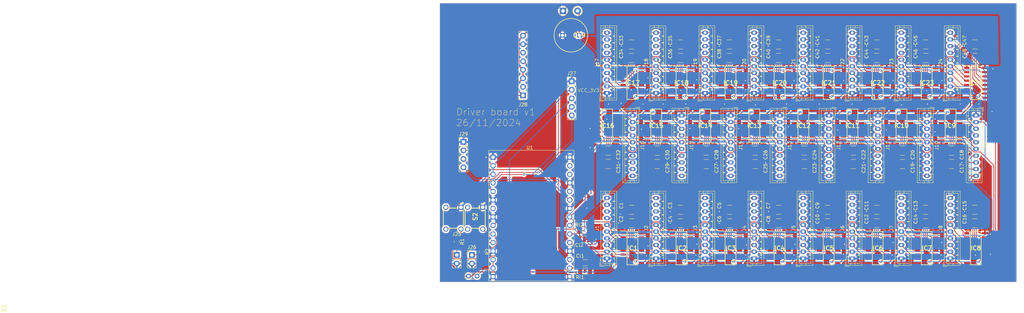
<source format=kicad_pcb>
(kicad_pcb (version 20240108) (generator "pcbnew") (generator_version "8.0")
  (layers (0 "F.Cu" signal) (31 "B.Cu" signal) (34 "B.Paste" user) (35 "F.Paste" user) (36 "B.SilkS" user "B.Silkscreen") (37 "F.SilkS" user "F.Silkscreen") (38 "B.Mask" user) (39 "F.Mask" user) (44 "Edge.Cuts" user))
  (net 0 "")
  (net 1 "GND")
  (net 2 "/motor_driver0/DATA_OUT")
  (net 3 "SHIFT_CLOCK")
  (net 4 "LATCH_CLOCK")
  (net 5 "/motor_driver1/DATA_OUT")
  (net 6 "/motor_driver2/DATA_OUT")
  (net 7 "/motor_driver3/DATA_OUT")
  (net 8 "/motor_driver4/DATA_OUT")
  (net 9 "/motor_driver5/DATA_OUT")
  (net 10 "/motor_driver6/DATA_OUT")
  (net 11 "/motor_driver7/DATA_OUT")
  (net 12 "/motor_driver8/DATA_OUT")
  (net 13 "/motor_driver10/DATA_IN")
  (net 14 "/motor_driver10/DATA_OUT")
  (net 15 "/motor_driver11/DATA_OUT")
  (net 16 "/motor_driver12/DATA_OUT")
  (net 17 "/motor_driver13/DATA_OUT")
  (net 18 "/motor_driver14/DATA_OUT")
  (net 19 "/motor_driver15/DATA_OUT")
  (net 20 "/motor_driver16/DATA_OUT")
  (net 21 "/motor_driver17/DATA_OUT")
  (net 22 "/motor_driver18/DATA_OUT")
  (net 23 "/motor_driver19/DATA_OUT")
  (net 24 "/motor_driver20/DATA_OUT")
  (net 25 "/motor_driver21/DATA_OUT")
  (net 26 "/motor_driver22/DATA_OUT")
  (net 27 "/motor_driver23/DATA_OUT")
  (net 28 "/control_board/DATA_OUT")
  (net 29 "VCC")
  (net 30 "/control_board/AM_DATA")
  (net 32 "/control_board/SCL_RTC")
  (net 34 "/control_board/SDA_RTC")
  (net 35 "/control_board/PIN_BUTTON_SHUTDOWN")
  (net 36 "/control_board/PIN_BUTTON_ENCODER")
  (net 37 "/control_board/PIN_BUTTON_MODE")
  (net 39 "/control_board/PIN_ENCODER_0")
  (net 40 "/control_board/PIN_ENCODER_1")
  (net 42 "Net-(JP1-B)")
  (net 44 "/motor_driver0/M1_1")
  (net 45 "/motor_driver0/M0_4")
  (net 46 "/motor_driver0/M0_1")
  (net 47 "/motor_driver0/M1_23")
  (net 48 "/motor_driver0/M1_4")
  (net 49 "/motor_driver0/M0_23")
  (net 50 "/motor_driver0/VCC_HALL")
  (net 51 "/motor_driver1/M0_4")
  (net 52 "/motor_driver1/M0_1")
  (net 53 "/motor_driver1/M0_23")
  (net 54 "/motor_driver1/M1_23")
  (net 56 "/motor_driver1/VCC_HALL")
  (net 57 "/motor_driver1/M1_4")
  (net 58 "/motor_driver1/M1_1")
  (net 60 "/motor_driver2/M1_1")
  (net 61 "/motor_driver2/M0_23")
  (net 62 "/motor_driver2/VCC_HALL")
  (net 63 "/motor_driver2/M1_23")
  (net 64 "/motor_driver2/M1_4")
  (net 65 "/motor_driver2/M0_4")
  (net 66 "/motor_driver2/M0_1")
  (net 67 "/motor_driver3/VCC_HALL")
  (net 68 "/motor_driver3/M1_1")
  (net 69 "/motor_driver3/M0_4")
  (net 71 "/motor_driver3/M0_23")
  (net 72 "/motor_driver3/M0_1")
  (net 73 "/motor_driver3/M1_23")
  (net 74 "/motor_driver3/M1_4")
  (net 75 "/motor_driver4/M1_4")
  (net 76 "/motor_driver4/M0_1")
  (net 77 "/motor_driver4/VCC_HALL")
  (net 78 "/motor_driver4/M0_4")
  (net 80 "/motor_driver4/M1_1")
  (net 81 "/motor_driver4/M0_23")
  (net 82 "/motor_driver4/M1_23")
  (net 83 "/motor_driver5/M1_1")
  (net 84 "/motor_driver5/M0_4")
  (net 85 "/motor_driver5/M0_1")
  (net 86 "/motor_driver5/M0_23")
  (net 88 "/motor_driver5/VCC_HALL")
  (net 89 "/motor_driver5/M1_23")
  (net 90 "/motor_driver5/M1_4")
  (net 91 "/motor_driver6/M0_4")
  (net 92 "/motor_driver6/M1_4")
  (net 93 "/motor_driver6/M1_23")
  (net 94 "/motor_driver6/M0_1")
  (net 96 "/motor_driver6/M1_1")
  (net 97 "/motor_driver6/M0_23")
  (net 98 "/motor_driver6/VCC_HALL")
  (net 100 "/motor_driver7/M1_4")
  (net 101 "/motor_driver7/VCC_HALL")
  (net 102 "/motor_driver7/M0_4")
  (net 103 "/motor_driver7/M0_23")
  (net 104 "/motor_driver7/M1_23")
  (net 105 "/motor_driver7/M0_1")
  (net 106 "/motor_driver7/M1_1")
  (net 108 "/motor_driver8/M1_1")
  (net 109 "/motor_driver8/M0_1")
  (net 110 "/motor_driver8/M1_23")
  (net 111 "/motor_driver8/M0_4")
  (net 112 "/motor_driver8/M1_4")
  (net 113 "/motor_driver8/VCC_HALL")
  (net 114 "/motor_driver8/M0_23")
  (net 115 "/motor_driver9/VCC_HALL")
  (net 116 "/motor_driver9/M1_23")
  (net 118 "/motor_driver9/M0_1")
  (net 119 "/motor_driver9/M1_4")
  (net 120 "/motor_driver9/M0_23")
  (net 121 "/motor_driver9/M0_4")
  (net 122 "/motor_driver9/M1_1")
  (net 123 "/motor_driver10/M1_1")
  (net 124 "/motor_driver10/M1_4")
  (net 125 "/motor_driver10/M1_23")
  (net 126 "/motor_driver10/M0_23")
  (net 127 "/motor_driver10/M0_4")
  (net 128 "/motor_driver10/M0_1")
  (net 130 "/motor_driver10/VCC_HALL")
  (net 131 "/motor_driver11/M0_4")
  (net 132 "/motor_driver11/M0_1")
  (net 134 "/motor_driver11/M1_1")
  (net 135 "/motor_driver11/M1_4")
  (net 136 "/motor_driver11/M1_23")
  (net 137 "/motor_driver11/M0_23")
  (net 138 "/motor_driver11/VCC_HALL")
  (net 139 "/motor_driver12/M1_23")
  (net 140 "/motor_driver12/VCC_HALL")
  (net 141 "/motor_driver12/M0_23")
  (net 142 "/motor_driver12/M0_4")
  (net 144 "/motor_driver12/M1_4")
  (net 145 "/motor_driver12/M1_1")
  (net 146 "/motor_driver12/M0_1")
  (net 147 "/motor_driver13/M1_1")
  (net 148 "/motor_driver13/VCC_HALL")
  (net 149 "/motor_driver13/M0_23")
  (net 151 "/motor_driver13/M0_4")
  (net 152 "/motor_driver13/M1_4")
  (net 153 "/motor_driver13/M1_23")
  (net 154 "/motor_driver13/M0_1")
  (net 156 "/motor_driver14/M1_1")
  (net 157 "/motor_driver14/M0_1")
  (net 158 "/motor_driver14/M0_23")
  (net 159 "/motor_driver14/M0_4")
  (net 160 "/motor_driver14/VCC_HALL")
  (net 161 "/motor_driver14/M1_4")
  (net 162 "/motor_driver14/M1_23")
  (net 163 "/motor_driver15/M0_4")
  (net 164 "/motor_driver15/M1_1")
  (net 166 "/motor_driver15/VCC_HALL")
  (net 167 "/motor_driver15/M0_1")
  (net 168 "/motor_driver15/M1_23")
  (net 169 "/motor_driver15/M1_4")
  (net 170 "/motor_driver15/M0_23")
  (net 171 "/motor_driver16/M1_1")
  (net 172 "/motor_driver16/M0_23")
  (net 173 "/motor_driver16/VCC_HALL")
  (net 174 "/motor_driver16/M1_4")
  (net 175 "/motor_driver16/M0_1")
  (net 176 "/motor_driver16/M1_23")
  (net 178 "/motor_driver16/M0_4")
  (net 179 "/motor_driver17/M0_1")
  (net 180 "/motor_driver17/M0_23")
  (net 181 "/motor_driver17/VCC_HALL")
  (net 182 "/motor_driver17/M1_23")
  (net 183 "/motor_driver17/M1_4")
  (net 184 "/motor_driver17/M1_1")
  (net 186 "/motor_driver17/M0_4")
  (net 187 "/motor_driver18/M0_23")
  (net 188 "/motor_driver18/M0_4")
  (net 189 "/motor_driver18/M0_1")
  (net 190 "/motor_driver18/M1_4")
  (net 192 "/motor_driver18/M1_23")
  (net 193 "/motor_driver18/VCC_HALL")
  (net 194 "/motor_driver18/M1_1")
  (net 195 "/motor_driver19/M1_4")
  (net 196 "/motor_driver19/M1_1")
  (net 197 "/motor_driver19/M0_23")
  (net 198 "/motor_driver19/M1_23")
  (net 199 "/motor_driver19/M0_1")
  (net 200 "/motor_driver19/VCC_HALL")
  (net 201 "/motor_driver19/M0_4")
  (net 203 "/motor_driver20/M1_4")
  (net 204 "/motor_driver20/M1_23")
  (net 205 "/motor_driver20/VCC_HALL")
  (net 206 "/motor_driver20/M0_4")
  (net 207 "/motor_driver20/M0_23")
  (net 209 "/motor_driver20/M0_1")
  (net 210 "/motor_driver20/M1_1")
  (net 211 "/motor_driver21/M1_4")
  (net 212 "/motor_driver21/M1_1")
  (net 213 "/motor_driver21/M0_1")
  (net 214 "/motor_driver21/M0_4")
  (net 215 "/motor_driver21/VCC_HALL")
  (net 216 "/motor_driver21/M1_23")
  (net 218 "/motor_driver21/M0_23")
  (net 219 "/motor_driver22/M0_1")
  (net 220 "/motor_driver22/M1_4")
  (net 222 "/motor_driver22/M1_1")
  (net 223 "/motor_driver22/VCC_HALL")
  (net 224 "/motor_driver22/M0_23")
  (net 225 "/motor_driver22/M1_23")
  (net 226 "/motor_driver22/M0_4")
  (net 227 "/motor_driver23/M1_4")
  (net 228 "/motor_driver23/M1_1")
  (net 229 "/motor_driver23/M0_23")
  (net 230 "/motor_driver23/M1_23")
  (net 231 "/motor_driver23/M0_1")
  (net 232 "HALL_0_OUTPUT")
  (net 233 "/motor_driver23/VCC_HALL")
  (net 234 "/motor_driver23/M0_4")
  (net 237 "HALL_1_OUTPUT")
  (net 238 "VCC_3V3")
  (footprint "Samacsys:SOIC127P600X175-16N" (layer "F.Cu") (at 117.54057 117.95 180)
    (property "Reference" "IC14")
    (property "Value" "TPIC6C595DG4" (hide yes))
  )
  (footprint "Connector_JST:JST_PH_B10B-PH-K_1x10_P2.00mm_Vertical" (layer "F.Cu") (at 183.58571 114.875 -90)
    (property "Reference" "J10")
    (property "Value" "Connector to the motor board" (hide yes))
  )
  (footprint "Snapeda:ESP32-C3-DEVKITM-1_XCVR_ESP32-C3-DEVKITM-1" (layer "F.Cu") (at 65.75 144.75)
    (property "Reference" "U1")
    (property "Value" "ESP32-C3-DEVKITM-1")
  )
  (footprint "Capacitor_SMD:C_1210_3225Metric_Pad1.33x2.70mm_HandSolder" (layer "F.Cu") (at 154.00714 143)
    (property "Reference" "C9")
    (property "Value" "47µF")
  )
  (footprint "Capacitor_SMD:C_1210_3225Metric_Pad1.33x2.70mm_HandSolder" (layer "F.Cu") (at 88.6 125.3625 180)
    (property "Reference" "C32")
    (property "Value" "0.1µF")
  )
  (footprint "Samacsys:SOIC127P600X175-16N" (layer "F.Cu") (at 154.29514 105.175)
    (property "Reference" "IC21")
    (property "Value" "TPIC6C595DG4" (hide yes))
  )
  (footprint "Capacitor_SMD:C_1210_3225Metric_Pad1.33x2.70mm_HandSolder" (layer "F.Cu") (at 168.621425 143)
    (property "Reference" "C11")
    (property "Value" "47µF")
  )
  (footprint "Connector_JST:JST_PH_B10B-PH-K_1x10_P2.00mm_Vertical" (layer "F.Cu") (at 117.47857 157.5 90)
    (property "Reference" "J3")
    (property "Value" "Connector to the motor board" (hide yes))
  )
  (footprint "Samacsys:SOIC127P600X175-16N" (layer "F.Cu") (at 183.52371 154.425)
    (property "Reference" "IC7")
    (property "Value" "TPIC6C595DG4" (hide yes))
  )
  (footprint "Connector_PinHeader_2.54mm:PinHeader_1x02_P2.54mm_Vertical" (layer "F.Cu") (at 43.5 156.46)
    (property "Reference" "J25")
    (property "Value" "button_shutdown")
  )
  (footprint "Connector_JST:JST_PH_B10B-PH-K_1x10_P2.00mm_Vertical" (layer "F.Cu") (at 132.092855 157.5 90)
    (property "Reference" "J4")
    (property "Value" "Connector to the motor board" (hide yes))
  )
  (footprint "Connector_JST:JST_PH_B10B-PH-K_1x10_P2.00mm_Vertical" (layer "F.Cu") (at 190.549995 108.25 90)
    (property "Reference" "J24")
    (property "Value" "Connector to the motor board" (hide yes))
  )
  (footprint "Capacitor_SMD:C_1210_3225Metric_Pad1.33x2.70mm_HandSolder" (layer "F.Cu") (at 132.442855 125.3625 180)
    (property "Reference" "C26")
    (property "Value" "0.1µF")
  )
  (footprint "Capacitor_SMD:C_1210_3225Metric_Pad1.33x2.70mm_HandSolder" (layer "F.Cu") (at 117.82857 129.375 180)
    (property "Reference" "C27")
    (property "Value" "47µF")
  )
  (footprint "Samacsys:SOIC127P600X175-16N" (layer "F.Cu") (at 146.76914 117.95 180)
    (property "Reference" "IC12")
    (property "Value" "TPIC6C595DG4" (hide yes))
  )
  (footprint "TestPoint:TestPoint_Keystone_5000-5004_Miniature" (layer "F.Cu") (at 75.15 83.75 90)
    (property "Reference" "GND_DCDC1" (hide yes))
    (property "Value" "M-")
  )
  (footprint "Capacitor_SMD:C_1210_3225Metric_Pad1.33x2.70mm_HandSolder" (layer "F.Cu") (at 197.849995 93.75)
    (property "Reference" "C47")
    (property "Value" "47µF")
  )
  (footprint "Samacsys:SOIC127P600X175-16N" (layer "F.Cu") (at 95.838 154.425)
    (property "Reference" "IC1")
    (property "Value" "TPIC6C595DG4" (hide yes))
  )
  (footprint "Capacitor_SMD:C_1210_3225Metric_Pad1.33x2.70mm_HandSolder" (layer "F.Cu") (at 139.392855 97.7625)
    (property "Reference" "C40")
    (property "Value" "0.1µF")
  )
  (footprint "Capacitor_SMD:C_1210_3225Metric_Pad1.33x2.70mm_HandSolder" (layer "F.Cu") (at 154.00714 147.0125)
    (property "Reference" "C10")
    (property "Value" "0.1µF")
  )
  (footprint "Connector_PinHeader_2.54mm:PinHeader_1x05_P2.54mm_Vertical" (layer "F.Cu") (at 77.75 104.71)
    (property "Reference" "J27")
    (property "Value" "rotary_encoder")
  )
  (footprint "Samacsys:FSM4JH" (layer "F.Cu") (at 49 145.5 -90)
    (property "Reference" "S2")
    (property "Value" "FSM2JAH" (hide yes))
  )
  (footprint "Connector_JST:JST_PH_B10B-PH-K_1x10_P2.00mm_Vertical" (layer "F.Cu") (at 154.35714 114.875 -90)
    (property "Reference" "J12")
    (property "Value" "Connector to the motor board" (hide yes))
  )
  (footprint "Connector_JST:JST_PH_B10B-PH-K_1x10_P2.00mm_Vertical" (layer "F.Cu") (at 146.70714 108.25 90)
    (property "Reference" "J21")
    (property "Value" "Connector to the motor board" (hide yes))
  )
  (footprint "Connector_JST:JST_PH_B10B-PH-K_1x10_P2.00mm_Vertical" (layer "F.Cu") (at 168.971425 114.875 -90)
    (property "Reference" "J11")
    (property "Value" "Connector to the motor board" (hide yes))
  )
  (footprint "Capacitor_SMD:C_1210_3225Metric_Pad1.33x2.70mm_HandSolder" (layer "F.Cu") (at 154.00714 93.75)
    (property "Reference" "C41")
    (property "Value" "47µF")
  )
  (footprint "Samacsys:SOIC127P600X175-16N" (layer "F.Cu") (at 139.680855 105.175)
    (property "Reference" "IC20")
    (property "Value" "TPIC6C595DG4" (hide yes))
  )
  (footprint "Connector_JST:JST_PH_B10B-PH-K_1x10_P2.00mm_Vertical" (layer "F.Cu") (at 146.70714 157.5 90)
    (property "Reference" "J5")
    (property "Value" "Connector to the motor board" (hide yes))
  )
  (footprint "Samacsys:SOIC127P600X175-16N" (layer "F.Cu") (at 102.926285 117.95 180)
    (property "Reference" "IC15")
    (property "Value" "TPIC6C595DG4" (hide yes))
  )
  (footprint "Connector_JST:JST_PH_B10B-PH-K_1x10_P2.00mm_Vertical" (layer "F.Cu") (at 110.514285 114.875 -90)
    (property "Reference" "J15")
    (property "Value" "Connector to the motor board" (hide yes))
  )
  (footprint "Capacitor_SMD:C_1210_3225Metric_Pad1.33x2.70mm_HandSolder" (layer "F.Cu") (at 147.05714 125.3625 180)
    (property "Reference" "C24")
    (property "Value" "0.1µF")
  )
  (footprint "Capacitor_SMD:C_1210_3225Metric_Pad1.33x2.70mm_HandSolder" (layer "F.Cu") (at 139.392855 143)
    (property "Reference" "C7")
    (property "Value" "47µF")
  )
  (footprint "Capacitor_SMD:C_1210_3225Metric_Pad1.33x2.70mm_HandSolder" (layer "F.Cu") (at 168.621425 97.7625)
    (property "Reference" "C44")
    (property "Value" "0.1µF")
  )
  (footprint "Connector_JST:JST_PH_B10B-PH-K_1x10_P2.00mm_Vertical" (layer "F.Cu") (at 175.93571 157.5 90)
    (property "Reference" "J7")
    (property "Value" "Connector to the motor board" (hide yes))
  )
  (footprint "Capacitor_SMD:C_1210_3225Metric_Pad1.33x2.70mm_HandSolder" (layer "F.Cu") (at 168.621425 93.75)
    (property "Reference" "C43")
    (property "Value" "47µF")
  )
  (footprint "Samacsys:SOIC127P600X175-16N" (layer "F.Cu") (at 198.137995 154.425)
    (property "Reference" "IC8")
    (property "Value" "TPIC6C595DG4" (hide yes))
  )
  (footprint "Connector_PinSocket_2.54mm:PinSocket_1x08_P2.54mm_Vertical" (layer "F.Cu") (at 63.25 108.91 180)
    (property "Reference" "J28")
    (property "Value" "DCF77 board")
  )
  (footprint "Capacitor_SMD:C_1210_3225Metric_Pad1.33x2.70mm_HandSolder" (layer "F.Cu") (at 110.164285 93.75)
    (property "Reference" "C35")
    (property "Value" "47µF")
  )
  (footprint "Capacitor_SMD:C_1210_3225Metric_Pad1.33x2.70mm_HandSolder" (layer "F.Cu") (at 95.55 93.75)
    (property "Reference" "C33")
    (property "Value" "47µF")
  )
  (footprint "Capacitor_SMD:C_1210_3225Metric_Pad1.33x2.70mm_HandSolder" (layer "F.Cu") (at 117.82857 125.3625 180)
    (property "Reference" "C28")
    (property "Value" "0.1µF")
  )
  (footprint "Capacitor_SMD:C_1210_3225Metric_Pad1.33x2.70mm_HandSolder" (layer "F.Cu") (at 190.899995 129.375 180)
    (property "Reference" "C17")
    (property "Value" "47µF")
  )
  (footprint "Capacitor_SMD:C_1210_3225Metric_Pad1.33x2.70mm_HandSolder" (layer "F.Cu") (at 183.23571 97.7625)
    (property "Reference" "C46")
    (property "Value" "0.1µF")
  )
  (footprint "Connector_JST:JST_PH_B10B-PH-K_1x10_P2.00mm_Vertical" (layer "F.Cu") (at 190.549995 157.5 90)
    (property "Reference" "J8")
    (property "Value" "Connector to the motor board" (hide yes))
  )
  (footprint "Connector_JST:JST_PH_B10B-PH-K_1x10_P2.00mm_Vertical" (layer "F.Cu") (at 132.092855 108.25 90)
    (property "Reference" "J20")
    (property "Value" "Connector to the motor board" (hide yes))
  )
  (footprint "Capacitor_SMD:C_1210_3225Metric_Pad1.33x2.70mm_HandSolder" (layer "F.Cu") (at 197.849995 97.7625)
    (property "Reference" "C48")
    (property "Value" "0.1µF")
  )
  (footprint "Samacsys:SOIC127P600X175-16N" (layer "F.Cu") (at 183.52371 105.175)
    (property "Reference" "IC23")
    (property "Value" "TPIC6C595DG4" (hide yes))
  )
  (footprint "Capacitor_SMD:C_1210_3225Metric_Pad1.33x2.70mm_HandSolder" (layer "F.Cu") (at 183.23571 93.75)
    (property "Reference" "C45")
    (property "Value" "47µF")
  )
  (footprint "Connector_JST:JST_PH_B10B-PH-K_1x10_P2.00mm_Vertical" (layer "F.Cu") (at 88.25 108.25 90)
    (property "Reference" "J17")
    (property "Value" "Connector to the motor board" (hide yes))
  )
  (footprint "TestPoint:TestPoint_Keystone_5000-5004_Miniature" (layer "F.Cu") (at 79.5 83.75 90)
    (property "Reference" "VCC_DCDC1" (hide yes))
    (property "Value" "M+")
  )
  (footprint "Capacitor_SMD:C_1210_3225Metric_Pad1.33x2.70mm_HandSolder" (layer "F.Cu") (at 103.214285 125.3625 180)
    (property "Reference" "C30")
    (property "Value" "0.1µF")
  )
  (footprint "Samacsys:SOIC127P600X175-16N" (layer "F.Cu") (at 139.680855 154.425)
    (property "Reference" "IC4")
    (property "Value" "TPIC6C595DG4" (hide yes))
  )
  (footprint "Samacsys:SOIC127P600X175-16N" (layer "F.Cu") (at 110.452285 154.425)
    (property "Reference" "IC2")
    (property "Value" "TPIC6C595DG4" (hide yes))
  )
  (footprint "Capacitor_SMD:C_1206_3216Metric" (layer "F.Cu") (at 81.75 161.25 180)
    (property "Reference" "Rl1")
    (property "Value" "4.7k")
  )
  (footprint "Capacitor_SMD:C_1210_3225Metric_Pad1.33x2.70mm_HandSolder" (layer "F.Cu") (at 176.28571 129.375 180)
    (property "Reference" "C19")
    (property "Value" "47µF")
  )
  (footprint "Capacitor_SMD:C_1210_3225Metric_Pad1.33x2.70mm_HandSolder" (layer "F.Cu") (at 168.621425 147.0125)
    (property "Reference" "C12")
    (property "Value" "0.1µF")
  )
  (footprint "Capacitor_SMD:C_1206_3216Metric" (layer "F.Cu") (at 81.5 149.25 180)
    (property "Reference" "Rl2")
    (property "Value" "4.7k")
  )
  (footprint "Resistor_SMD:R_0805_2012Metric" (layer "F.Cu") (at 51 155.5 -90)
    (property "Reference" "R2")
    (property "Value" "10k")
  )
  (footprint "Capacitor_SMD:C_1210_3225Metric_Pad1.33x2.70mm_HandSolder" (layer "F.Cu") (at 110.164285 147.0125)
    (property "Reference" "C4")
    (property "Value" "0.1µF")
  )
  (footprint "Connector_JST:JST_PH_B10B-PH-K_1x10_P2.00mm_Vertical" (layer "F.Cu") (at 175.93571 108.25 90)
    (property "Reference" "J23")
    (property "Value" "Connector to the motor board" (hide yes))
  )
  (footprint "Capacitor_SMD:C_1210_3225Metric_Pad1.33x2.70mm_HandSolder" (layer "F.Cu") (at 197.849995 147.0125)
    (property "Reference" "C16")
    (property "Value" "0.1µF")
  )
  (footprint "Capacitor_SMD:C_1210_3225Metric_Pad1.33x2.70mm_HandSolder" (layer "F.Cu") (at 154.00714 97.7625)
    (property "Reference" "C42")
    (property "Value" "0.1µF")
  )
  (footprint "Resistor_SMD:R_0805_2012Metric" (layer "F.Cu") (at 43.5 152.5 -90)
    (property "Reference" "R1")
    (property "Value" "10k")
  )
  (footprint "Capacitor_SMD:C_1210_3225Metric_Pad1.33x2.70mm_HandSolder" (layer "F.Cu") (at 139.392855 147.0125)
    (property "Reference" "C8")
    (property "Value" "0.1µF")
  )
  (footprint "Capacitor_SMD:C_1210_3225Metric_Pad1.33x2.70mm_HandSolder" (layer "F.Cu") (at 95.55 143)
    (property "Reference" "C1")
    (property "Value" "47µF")
  )
  (footprint "Capacitor_SMD:C_1210_3225Metric_Pad1.33x2.70mm_HandSolder" (layer "F.Cu") (at 147.05714 129.375 180)
    (property "Reference" "C23")
    (property "Value" "47µF")
  )
  (footprint "Capacitor_SMD:C_1210_3225Metric_Pad1.33x2.70mm_HandSolder" (layer "F.Cu") (at 132.442855 129.375 180)
    (property "Reference" "C25")
    (property "Value" "47µF")
  )
  (footprint "Capacitor_SMD:C_1210_3225Metric_Pad1.33x2.70mm_HandSolder" (layer "F.Cu") (at 139.392855 93.75)
    (property "Reference" "C39")
    (property "Value" "47µF")
  )
  (footprint "Capacitor_SMD:C_1210_3225Metric_Pad1.33x2.70mm_HandSolder" (layer "F.Cu") (at 95.55 97.7625)
    (property "Reference" "C34")
    (property "Value" "0.1µF")
  )
  (footprint "Samacsys:CAPPRD500W65D1000H2200" (layer "F.Cu") (at 80 91 180)
    (property "Reference" "C49")
    (property "Value" "ECA-1HM471" (hide yes))
  )
  (footprint "Capacitor_SMD:C_1210_3225Metric_Pad1.33x2.70mm_HandSolder" (layer "F.Cu") (at 95.55 147.0125)
    (property "Reference" "C2")
    (property "Value" "0.1µF")
  )
  (footprint "Capacitor_SMD:C_1210_3225Metric_Pad1.33x2.70mm_HandSolder" (layer "F.Cu") (at 197.849995 143)
    (property "Reference" "C15")
    (property "Value" "47µF")
  )
  (footprint "Capacitor_SMD:C_1210_3225Metric_Pad1.33x2.70mm_HandSolder" (layer "F.Cu") (at 183.23571 143)
    (property "Reference" "C13")
    (property "Value" "47µF")
  )
  (footprint "Capacitor_SMD:C_1210_3225Metric_Pad1.33x2.70mm_HandSolder" (layer "F.Cu") (at 124.77857 147.0125)
    (property "Reference" "C6")
    (property "Value" "0.1µF")
  )
  (footprint "Capacitor_SMD:C_1210_3225Metric_Pad1.33x2.70mm_HandSolder" (layer "F.Cu") (at 190.899995 125.3625 180)
    (property "Reference" "C18")
    (property "Value" "0.1µF")
  )
  (footprint "Samacsys:SOIC127P600X175-16N" (layer "F.Cu") (at 95.838 105.175)
    (property "Reference" "IC17")
    (property "Value" "TPIC6C595DG4" (hide yes))
  )
  (footprint "Capacitor_SMD:C_1210_3225Metric_Pad1.33x2.70mm_HandSolder" (layer "F.Cu") (at 176.28571 125.3625 180)
    (property "Reference" "C20")
    (property "Value" "0.1µF")
  )
  (footprint "Connector_JST:JST_PH_B10B-PH-K_1x10_P2.00mm_Vertical" (layer "F.Cu") (at 88.25 157.5 90)
    (property "Reference" "J1")
    (property "Value" "Connector to the motor board" (hide yes))
  )
  (footprint "Samacsys:SOIC127P600X175-16N" (layer "F.Cu") (at 168.909425 105.175)
    (property "Reference" "IC22")
    (property "Value" "TPIC6C595DG4" (hide yes))
  )
  (footprint "Capacitor_SMD:C_1210_3225Metric_Pad1.33x2.70mm_HandSolder" (layer "F.Cu") (at 124.77857 143)
    (property "Reference" "C5")
    (property "Value" "47µF")
  )
  (footprint "Connector_JST:JST_PH_B10B-PH-K_1x10_P2.00mm_Vertical" (layer "F.Cu") (at 161.321425 108.25 90)
    (property "Reference" "J22")
    (property "Value" "Connector to the motor board" (hide yes))
  )
  (footprint "Samacsys:SOIC127P600X175-16N" (layer "F.Cu") (at 175.99771 117.95 180)
    (property "Reference" "IC10")
    (property "Value" "TPIC6C595DG4" (hide yes))
  )
  (footprint "Connector_JST:JST_PH_B10B-PH-K_1x10_P2.00mm_Vertical" (layer "F.Cu") (at 102.864285 157.5 90)
    (property "Reference" "J2")
    (property "Value" "Connector to the motor board" (hide yes))
  )
  (footprint "Connector_JST:JST_PH_B10B-PH-K_1x10_P2.00mm_Vertical" (layer "F.Cu") (at 102.864285 108.25 90)
    (property "Reference" "J18")
    (property "Value" "Connector to the motor board" (hide yes))
  )
  (footprint "Capacitor_SMD:C_1210_3225Metric_Pad1.33x2.70mm_HandSolder" (layer "F.Cu") (at 183.23571 147.0125)
    (property "Reference" "C14")
    (property "Value" "0.1µF")
  )
  (footprint "Capacitor_SMD:C_1210_3225Metric_Pad1.33x2.70mm_HandSolder" (layer "F.Cu") (at 124.77857 93.75)
    (property "Reference" "C37")
    (property "Value" "47µF")
  )
  (footprint "Capacitor_SMD:C_1210_3225Metric_Pad1.33x2.70mm_HandSolder" (layer "F.Cu") (at 110.164285 97.7625)
    (property "Reference" "C36")
    (property "Value" "0.1µF")
  )
  (footprint "Capacitor_SMD:C_1210_3225Metric_Pad1.33x2.70mm_HandSolder" (layer "F.Cu") (at 161.671425 129.375 180)
    (property "Reference" "C21")
    (property "Value" "47µF")
  )
  (footprint "Samacsys:FSM4JH" (layer "F.Cu") (at 42.5 145.5 -90)
    (property "Reference" "S1")
    (property "Value" "FSM2JAH" (hide yes))
  )
  (footprint "Samacsys:SOIC127P600X175-16N" (layer "F.Cu") (at 88.312 117.95 180)
    (property "Reference" "IC16")
    (property "Value" "TPIC6C595DG4" (hide yes))
  )
  (footprint "Samacsys:SOIC127P600X175-16N" (layer "F.Cu") (at 190.611995 117.95 180)
    (property "Reference" "IC9")
    (property "Value" "TPIC6C595DG4" (hide yes))
  )
  (footprint "Connector_JST:JST_PH_B10B-PH-K_1x10_P2.00mm_Vertical" (layer "F.Cu") (at 125.12857 114.875 -90)
    (property "Reference" "J14")
    (property "Value" "Connector to the motor board" (hide yes))
  )
  (footprint "Connector_PinHeader_2.54mm:PinHeader_1x04_P2.54mm_Vertical" (layer "F.Cu") (at 45.5 122.75)
    (property "Reference" "J29")
    (property "Value" "RTC")
  )
  (footprint "Samacsys:SOIC127P600X175-16N" (layer "F.Cu") (at 132.154855 117.95 180)
    (property "Reference" "IC13")
    (property "Value" "TPIC6C595DG4" (hide yes))
  )
  (footprint "Samacsys:SOIC127P600X175-16N" (layer "F.Cu") (at 198.137995 105.175)
    (property "Reference" "IC24")
    (property "Value" "TPIC6C595DG4" (hide yes))
  )
  (footprint "Connector_JST:JST_PH_B10B-PH-K_1x10_P2.00mm_Vertical" (layer "F.Cu") (at 95.9 114.875 -90)
    (property "Reference" "J16")
    (property "Value" "Connector to the motor board" (hide yes))
  )
  (footprint "Connector_JST:JST_PH_B10B-PH-K_1x10_P2.00mm_Vertical" (layer "F.Cu") (at 117.47857 108.25 90)
    (property "Reference" "J19")
    (property "Value" "Connector to the motor board" (hide yes))
  )
  (footprint "Connector_JST:JST_PH_B10B-PH-K_1x10_P2.00mm_Vertical" (layer "F.Cu") (at 139.742855 114.875 -90)
    (property "Reference" "J13")
    (property "Value" "Connector to the motor board" (hide yes))
  )
  (footprint "Samacsys:SOIC127P600X175-16N" (layer "F.Cu") (at 125.06657 105.175)
    (property "Reference" "IC19")
    (property "Value" "TPIC6C595DG4" (hide yes))
  )
  (footprint "Samacsys:SOIC127P600X175-16N" (layer "F.Cu") (at 154.29514 154.425)
    (property "Reference" "IC5")
    (property "Value" "TPIC6C595DG4" (hide yes))
  )
  (footprint "Capacitor_SMD:C_1210_3225Metric_Pad1.33x2.70mm_HandSolder" (layer "F.Cu") (at 88.6 129.375 180)
    (property "Reference" "C31")
    (property "Value" "47µF")
  )
  (footprint "TestPoint:TestPoint_2Pads_Pitch2.54mm_Drill0.8mm" (layer "F.Cu") (at 47 162.75)
    (property "Reference" "JP1" (hide yes))
    (property "Value" "Jumper_2_Open" (hide yes))
  )
  (footprint "Connector_JST:JST_PH_B10B-PH-K_1x10_P2.00mm_Vertical" (layer "F.Cu") (at 198.199995 114.875 -90)
    (property "Reference" "J9")
    (property "Value" "Connector to the motor board" (hide yes))
  )
  (footprint "Capacitor_SMD:C_1210_3225Metric_Pad1.33x2.70mm_HandSolder" (layer "F.Cu") (at 124.77857 97.7625)
    (property "Reference" "C38")
    (property "Value" "0.1µF")
  )
  (footprint "Capacitor_SMD:C_1206_3216Metric" (layer "F.Cu") (at 81.75 158.75)
    (property "Reference" "Cl1")
    (property "Value" "4.7nF")
  )
  (footprint "Capacitor_SMD:C_1210_3225Metric_Pad1.33x2.70mm_HandSolder" (layer "F.Cu") (at 110.164285 143)
    (property "Reference" "C3")
    (property "Value" "47µF")
  )
  (footprint "Samacsys:SOIC127P600X175-16N" (layer "F.Cu") (at 161.383425 117.95 180)
    (property "Reference" "IC11")
    (property "Value" "TPIC6C595DG4" (hide yes))
  )
  (footprint "Samacsys:SOIC127P600X175-16N" (layer "F.Cu") (at 125.06657 154.425)
    (property "Reference" "IC3")
    (property "Value" "TPIC6C595DG4" (hide yes))
  )
  (footprint "Capacitor_SMD:C_1210_3225Metric_Pad1.33x2.70mm_HandSolder" (layer "F.Cu") (at 103.214285 129.375 180)
    (property "Reference" "C29")
    (property "Value" "47µF")
  )
  (footprint "Capacitor_SMD:C_1210_3225Metric_Pad1.33x2.70mm_HandSolder" (layer "F.Cu") (at 161.671425 125.3625 180)
    (property "Reference" "C22")
    (property "Value" "0.1µF")
  )
  (footprint "Connector_JST:JST_PH_B10B-PH-K_1x10_P2.00mm_Vertical" (layer "F.Cu") (at 161.321425 157.5 90)
    (property "Reference" "J6")
    (property "Value" "Connector to the motor board" (hide yes))
  )
  (footprint "Samacsys:SOIC127P600X175-16N" (layer "F.Cu") (at 168.909425 154.425)
    (property "Reference" "IC6")
    (property "Value" "TPIC6C595DG4" (hide yes))
  )
  (footprint "Connector_PinHeader_2.54mm:PinHeader_1x02_P2.54mm_Vertical" (layer "F.Cu") (at 48 156.46)
    (property "Reference" "J26")
    (property "Value" "button_mode")
  )
  (footprint "Capacitor_SMD:C_1206_3216Metric" (layer "F.Cu") (at 81.5 151.75)
    (property "Reference" "Cl2")
    (property "Value" "4.7nF")
  )
  (footprint "Samacsys:SOIC127P600X175-16N" (layer "F.Cu") (at 110.452285 105.175)
    (property "Reference" "IC18")
    (property "Value" "TPIC6C595DG4" (hide yes))
  )
  (gr_rect (start 38.5 81.5) (end 210.25 164.5) (stroke (width 0.05)) (fill none) (layer "Edge.Cuts"))
  (gr_text "Driver board v1\n26/11/2024" (at 43.25 118.25 0) (layer "F.SilkS") (effects (font (size 2 2) (thickness 0.1)) (justify left bottom)))
  (gr_text "VCC_3V3" (at 79.5 108 0) (layer "F.SilkS") (effects (font (size 1 1) (thickness 0.1)) (justify left bottom)))
  (via (at 158.75 156.25) (size 0.6) (drill 0.3) (layers "F.Cu" "B.Cu") (net 1))
  (via (at 187.75 156.5) (size 0.6) (drill 0.3) (layers "F.Cu" "B.Cu") (net 1))
  (via (at 113.25 116) (size 0.6) (drill 0.3) (layers "F.Cu" "B.Cu") (net 1))
  (via (at 159 149.75) (size 0.6) (drill 0.3) (layers "F.Cu" "B.Cu") (net 1))
  (via (at 115 107.25) (size 0.6) (drill 0.3) (layers "F.Cu" "B.Cu") (net 1))
  (via (at 144 156.5) (size 0.6) (drill 0.3) (layers "F.Cu" "B.Cu") (net 1))
  (via (at 83.25 118.75) (size 0.6) (drill 0.3) (layers "F.Cu" "B.Cu") (net 1))
  (via (at 144 100.75) (size 0.6) (drill 0.3) (layers "F.Cu" "B.Cu") (net 1))
  (via (at 203 113.75) (size 0.6) (drill 0.3) (layers "F.Cu" "B.Cu") (net 1))
  (via (at 173.25 156.5) (size 0.6) (drill 0.3) (layers "F.Cu" "B.Cu") (net 1))
  (via (at 188 149.5) (size 0.6) (drill 0.3) (layers "F.Cu" "B.Cu") (net 1))
  (via (at 95 105.25) (size 0.6) (drill 0.3) (layers "F.Cu" "B.Cu") (net 1))
  (via (at 129.5 107.25) (size 0.6) (drill 0.3) (layers "F.Cu" "B.Cu") (net 1))
  (via (at 193.5 111.5) (size 0.6) (drill 0.3) (layers "F.Cu" "B.Cu") (net 1))
  (via (at 198 156.5) (size 0.6) (drill 0.3) (layers "F.Cu" "B.Cu") (net 1))
  (via (at 100 156.75) (size 0.6) (drill 0.3) (layers "F.Cu" "B.Cu") (net 1))
  (via (at 202.5 150.25) (size 0.6) (drill 0.3) (layers "F.Cu" "B.Cu") (net 1))
  (via (at 188 104.5) (size 0.6) (drill 0.3) (layers "F.Cu" "B.Cu") (net 1))
  (via (at 148.75 157.5) (size 0.6) (drill 0.3) (layers "F.Cu" "B.Cu") (net 1))
  (via (at 149 108.25) (size 0.6) (drill 0.3) (layers "F.Cu" "B.Cu") (net 1))
  (via (at 111.75 111.5) (size 0.6) (drill 0.3) (layers "F.Cu" "B.Cu") (net 1))
  (via (at 85 151.75) (size 0.6) (drill 0.3) (layers "F.Cu" "B.Cu") (net 1))
  (via (at 169 107.5) (size 0.6) (drill 0.3) (layers "F.Cu" "B.Cu") (net 1))
  (via (at 129.75 149.75) (size 0.6) (drill 0.3) (layers "F.Cu" "B.Cu") (net 1))
  (via (at 123.25 111.5) (size 0.6) (drill 0.3) (layers "F.Cu" "B.Cu") (net 1))
  (via (at 127.75 115.75) (size 0.6) (drill 0.3) (layers "F.Cu" "B.Cu") (net 1))
  (via (at 157 119.25) (size 0.6) (drill 0.3) (layers "F.Cu" "B.Cu") (net 1))
  (via (at 88.75 111.5) (size 0.6) (drill 0.3) (layers "F.Cu" "B.Cu") (net 1))
  (via (at 188 152.75) (size 0.6) (drill 0.3) (layers "F.Cu" "B.Cu") (net 1))
  (via (at 98.5 119) (size 0.6) (drill 0.3) (layers "F.Cu" "B.Cu") (net 1))
  (via (at 173.25 107.5) (size 0.6) (drill 0.3) (layers "F.Cu" "B.Cu") (net 1))
  (via (at 119.75 108.25) (size 0.6) (drill 0.3) (layers "F.Cu" "B.Cu") (net 1))
  (via (at 199 111.5) (size 0.6) (drill 0.3) (layers "F.Cu" "B.Cu") (net 1))
  (via (at 92.5 111.25) (size 0.6) (drill 0.3) (layers "F.Cu" "B.Cu") (net 1))
  (via (at 171.5 122.75) (size 0.6) (drill 0.3) (layers "F.Cu" "B.Cu") (net 1))
  (via (at 125 107.5) (size 0.6) (drill 0.3) (layers "F.Cu" "B.Cu") (net 1))
  (via (at 171.5 116) (size 0.6) (drill 0.3) (layers "F.Cu" "B.Cu") (net 1))
  (via (at 193 108.25) (size 0.6) (drill 0.3) (layers "F.Cu" "B.Cu") (net 1))
  (via (at 141.75 111.5) (size 0.6) (drill 0.3) (layers "F.Cu" "B.Cu") (net 1))
  (via (at 90.25 157.5) (size 0.6) (drill 0.3) (layers "F.Cu" "B.Cu") (net 1))
  (via (at 188 107.25) (size 0.6) (drill 0.3) (layers "F.Cu" "B.Cu") (net 1))
  (via (at 171.5 119.25) (size 0.6) (drill 0.3) (layers "F.Cu" "B.Cu") (net 1))
  (via (at 99 111.5) (size 0.6) (drill 0.3) (layers "F.Cu" "B.Cu") (net 1))
  (via (at 151.5 111.5) (size 0.6) (drill 0.3) (layers "F.Cu" "B.Cu") (net 1))
  (via (at 113 118.75) (size 0.6) (drill 0.3) (layers "F.Cu" "B.Cu") (net 1))
  (via (at 176 111.75) (size 0.6) (drill 0.3) (layers "F.Cu" "B.Cu") (net 1))
  (via (at 163.5 157.5) (size 0.6) (drill 0.3) (layers "F.Cu" "B.Cu") (net 1))
  (via (at 163.75 108.25) (size 0.6) (drill 0.3) (layers "F.Cu" "B.Cu") (net 1))
  (via (at 159 153.25) (size 0.6) (drill 0.3) (layers "F.Cu" "B.Cu") (net 1))
  (via (at 158.75 100.75) (size 0.6) (drill 0.3) (layers "F.Cu" "B.Cu") (net 1))
  (via (at 115 104.25) (size 0.6) (drill 0.3) (layers "F.Cu" "B.Cu") (net 1))
  (via (at 144.25 149.75) (size 0.6) (drill 0.3) (layers "F.Cu" "B.Cu") (net 1))
  (via (at 142.25 118.25) (size 0.6) (drill 0.3) (layers "F.Cu" "B.Cu") (net 1))
  (via (at 114.75 156.5) (size 0.6) (drill 0.3) (layers "F.Cu" "B.Cu") (net 1))
  (via (at 129.5 156.5) (size 0.6) (drill 0.3) (layers "F.Cu" "B.Cu") (net 1))
  (via (at 157 123) (size 0.6) (drill 0.3) (layers "F.Cu" "B.Cu") (net 1))
  (via (at 105 157.25) (size 0.6) (drill 0.3) (layers "F.Cu" "B.Cu") (net 1))
  (via (at 98.5 115.75) (size 0.6) (drill 0.3) (layers "F.Cu" "B.Cu") (net 1))
  (via (at 154.25 107.5) (size 0.6) (drill 0.3) (layers "F.Cu" "B.Cu") (net 1))
  (via (at 115 100.75) (size 0.6) (drill 0.3) (layers "F.Cu" "B.Cu") (net 1))
  (via (at 127.5 118.75) (size 0.6) (drill 0.3) (layers "F.Cu" "B.Cu") (net 1))
  (via (at 105 111.5) (size 0.6) (drill 0.3) (layers "F.Cu" "B.Cu") (net 1))
  (via (at 183.5 107.5) (size 0.6) (drill 0.3) (layers "F.Cu" "B.Cu") (net 1))
  (via (at 186 119.75) (size 0.6) (drill 0.3) (layers "F.Cu" "B.Cu") (net 1))
  (via (at 119.5 157.5) (size 0.6) (drill 0.3) (layers "F.Cu" "B.Cu") (net 1))
  (via (at 113 122.75) (size 0.6) (drill 0.3) (layers "F.Cu" "B.Cu") (net 1))
  (via (at 144.25 153.25) (size 0.6) (drill 0.3) (layers "F.Cu" "B.Cu") (net 1))
  (via (at 134.5 108.25) (size 0.6) (drill 0.3) (layers "F.Cu" "B.Cu") (net 1))
  (via (at 100.5 153.75) (size 0.6) (drill 0.3) (layers "F.Cu" "B.Cu") (net 1))
  (via (at 161.25 111.5) (size 0.6) (drill 0.3) (layers "F.Cu" "B.Cu") (net 1))
  (via (at 115 149.75) (size 0.6) (drill 0.3) (layers "F.Cu" "B.Cu") (net 1))
  (via (at 186 122.75) (size 0.6) (drill 0.3) (layers "F.Cu" "B.Cu") (net 1))
  (via (at 100.5 100.5) (size 0.6) (drill 0.3) (layers "F.Cu" "B.Cu") (net 1))
  (via (at 139.75 107.5) (size 0.6) (drill 0.3) (layers "F.Cu" "B.Cu") (net 1))
  (via (at 100.25 107.25) (size 0.6) (drill 0.3) (layers "F.Cu" "B.Cu") (net 1))
  (via (at 195.75 115) (size 0.6) (drill 0.3) (layers "F.Cu" "B.Cu") (net 1))
  (via (at 186 116) (size 0.6) (drill 0.3) (layers "F.Cu" "B.Cu") (net 1))
  (via (at 115 153.25) (size 0.6) (drill 0.3) (layers "F.Cu" "B.Cu") (net 1))
  (via (at 129.5 104.5) (size 0.6) (drill 0.3) (layers "F.Cu" "B.Cu") (net 1))
  (via (at 88.25 116) (size 0.6) (drill 0.3) (layers "F.Cu" "B.Cu") (net 1))
  (via (at 97.5 114.75) (size 0.6) (drill 0.3) (layers "F.Cu" "B.Cu") (net 1))
  (via (at 110.25 107.5) (size 0.6) (drill 0.3) (layers "F.Cu" "B.Cu") (net 1))
  (via (at 83.25 124.5) (size 0.6) (drill 0.3) (layers "F.Cu" "B.Cu") (net 1))
  (via (at 197.5 108.25) (size 0.6) (drill 0.3) (layers "F.Cu" "B.Cu") (net 1))
  (via (at 98.25 122.75) (size 0.6) (drill 0.3) (layers "F.Cu" "B.Cu") (net 1))
  (via (at 183.75 111.5) (size 0.6) (drill 0.3) (layers "F.Cu" "B.Cu") (net 1))
  (via (at 129.5 100.75) (size 0.6) (drill 0.3) (layers "F.Cu" "B.Cu") (net 1))
  (via (at 144 107.5) (size 0.6) (drill 0.3) (layers "F.Cu" "B.Cu") (net 1))
  (via (at 132.5 111.75) (size 0.6) (drill 0.3) (layers "F.Cu" "B.Cu") (net 1))
  (via (at 188 100.75) (size 0.6) (drill 0.3) (layers "F.Cu" "B.Cu") (net 1))
  (via (at 203.25 101) (size 0.6) (drill 0.3) (layers "F.Cu" "B.Cu") (net 1))
  (via (at 134 157.25) (size 0.6) (drill 0.3) (layers "F.Cu" "B.Cu") (net 1))
  (via (at 105 108) (size 0.6) (drill 0.3) (layers "F.Cu" "B.Cu") (net 1))
  (via (at 173.5 152.75) (size 0.6) (drill 0.3) (layers "F.Cu" "B.Cu") (net 1))
  (via (at 202.5 156.25) (size 0.6) (drill 0.3) (layers "F.Cu" "B.Cu") (net 1))
  (via (at 157 116) (size 0.6) (drill 0.3) (layers "F.Cu" "B.Cu") (net 1))
  (via (at 142.25 123) (size 0.6) (drill 0.3) (layers "F.Cu" "B.Cu") (net 1))
  (via (at 100.5 103.75) (size 0.6) (drill 0.3) (layers "F.Cu" "B.Cu") (net 1))
  (via (at 178.25 108.25) (size 0.6) (drill 0.3) (layers "F.Cu" "B.Cu") (net 1))
  (via (at 100.5 149.75) (size 0.6) (drill 0.3) (layers "F.Cu" "B.Cu") (net 1))
  (via (at 158.75 104.5) (size 0.6) (drill 0.3) (layers "F.Cu" "B.Cu") (net 1))
  (via (at 95.5 107.25) (size 0.6) (drill 0.3) (layers "F.Cu" "B.Cu") (net 1))
  (via (at 158.5 107.25) (size 0.6) (drill 0.3) (layers "F.Cu" "B.Cu") (net 1))
  (via (at 178 157.5) (size 0.6) (drill 0.3) (layers "F.Cu" "B.Cu") (net 1))
  (via (at 142.25 115.75) (size 0.6) (drill 0.3) (layers "F.Cu" "B.Cu") (net 1))
  (via (at 127.75 123) (size 0.6) (drill 0.3) (layers "F.Cu" "B.Cu") (net 1))
  (via (at 129.75 153.5) (size 0.6) (drill 0.3) (layers "F.Cu" "B.Cu") (net 1))
  (via (at 173.5 104.5) (size 0.6) (drill 0.3) (layers "F.Cu" "B.Cu") (net 1))
  (via (at 173.5 100.75) (size 0.6) (drill 0.3) (layers "F.Cu" "B.Cu") (net 1))
  (via (at 82.25 142.5) (size 0.6) (drill 0.3) (layers "F.Cu" "B.Cu") (net 1))
  (via (at 144 104.5) (size 0.6) (drill 0.3) (layers "F.Cu" "B.Cu") (net 1))
  (via (at 173.5 149.5) (size 0.6) (drill 0.3) (layers "F.Cu" "B.Cu") (net 1))
  (segment (start 104.514285 148.4615) (end 107.302785 151.25) (width 0.2) (layer "F.Cu") (net 2))
  (segment (start 98.55 158.87) (end 98.9875 158.87) (width 0.2) (layer "F.Cu") (net 2))
  (segment (start 104.514285 147.602208) (end 104.514285 148.4615) (width 0.2) (layer "F.Cu") (net 2))
  (segment (start 103.512077 146.6) (end 104.514285 147.602208) (width 0.2) (layer "F.Cu") (net 2))
  (segment (start 107.302785 151.25) (end 107.740285 151.25) (width 0.2) (layer "F.Cu") (net 2))
  (segment (start 101.689285 147.127208) (end 102.216493 146.6) (width 0.2) (layer "F.Cu") (net 2))
  (segment (start 98.9875 158.87) (end 101.689285 156.168215) (width 0.2) (layer "F.Cu") (net 2))
  (segment (start 101.689285 156.168215) (end 101.689285 147.127208) (width 0.2) (layer "F.Cu") (net 2))
  (segment (start 102.216493 146.6) (end 103.512077 146.6) (width 0.2) (layer "F.Cu") (net 2))
  (segment (start 77.675 153.25) (end 77.18 152.755) (width 0.2) (layer "F.Cu") (net 3))
  (segment (start 83.5 126.1825) (end 83.5 138) (width 0.2) (layer "F.Cu") (net 3))
  (segment (start 187.899995 121.125) (end 189.199995 121.125) (width 0.2) (layer "F.Cu") (net 3))
  (segment (start 144.05714 121.125) (end 145.35714 121.125) (width 0.2) (layer "F.Cu") (net 3))
  (segment (start 157.00714 151.25) (end 155.70714 151.25) (width 0.2) (layer "F.Cu") (net 3))
  (segment (start 113.164285 102) (end 111.864285 102) (width 0.2) (layer "F.Cu") (net 3))
  (segment (start 141.092855 102) (end 140.592855 101.5) (width 0.2) (layer "F.Cu") (net 3))
  (segment (start 184.93571 151.25) (end 184.43571 150.75) (width 0.2) (layer "F.Cu") (net 3))
  (segment (start 142.392855 102) (end 141.092855 102) (width 0.2) (layer "F.Cu") (net 3))
  (segment (start 199.549995 151.25) (end 199.049995 150.75) (width 0.2) (layer "F.Cu") (net 3))
  (segment (start 155.70714 151.25) (end 155.20714 150.75) (width 0.2) (layer "F.Cu") (net 3))
  (segment (start 200.849995 102) (end 199.549995 102) (width 0.2) (layer "F.Cu") (net 3))
  (segment (start 97.25 151.25) (end 96.75 150.75) (width 0.2) (layer "F.Cu") (net 3))
  (segment (start 126.47857 102) (end 125.97857 101.5) (width 0.2) (layer "F.Cu") (net 3))
  (segment (start 184.93571 102) (end 184.43571 101.5) (width 0.2) (layer "F.Cu") (net 3))
  (segment (start 101.514285 121.125) (end 102.014285 121.625) (width 0.2) (layer "F.Cu") (net 3))
  (segment (start 126.47857 151.25) (end 125.97857 150.75) (width 0.2) (layer "F.Cu") (net 3))
  (segment (start 155.70714 102) (end 155.20714 101.5) (width 0.2) (layer "F.Cu") (net 3))
  (segment (start 116.12857 121.125) (end 116.62857 121.625) (width 0.2) (layer "F.Cu") (net 3))
  (segment (start 145.35714 121.125) (end 145.85714 121.625) (width 0.2) (layer "F.Cu") (net 3))
  (segment (start 113.164285 151.25) (end 111.864285 151.25) (width 0.2) (layer "F.Cu") (net 3))
  (segment (start 200.849995 151.25) (end 199.549995 151.25) (width 0.2) (layer "F.Cu") (net 3))
  (segment (start 98.55 102) (end 97.25 102) (width 0.2) (layer "F.Cu") (net 3))
  (segment (start 142.392855 151.25) (end 141.092855 151.25) (width 0.2) (layer "F.Cu") (net 3))
  (segment (start 111.864285 151.25) (end 111.364285 150.75) (width 0.2) (layer "F.Cu") (net 3))
  (segment (start 159.971425 121.125) (end 160.471425 121.625) (width 0.2) (layer "F.Cu") (net 3))
  (segment (start 87.4 122.2825) (end 83.5 126.1825) (width 0.2) (layer "F.Cu") (net 3))
  (segment (start 189.199995 121.125) (end 189.699995 121.625) (width 0.2) (layer "F.Cu") (net 3))
  (segment (start 85.6 121.125) (end 86.9 121.125) (width 0.2) (layer "F.Cu") (net 3))
  (segment (start 87.4 121.625) (end 87.4 122.2825) (width 0.2) (layer "F.Cu") (net 3))
  (segment (start 141.092855 151.25) (end 140.592855 150.75) (width 0.2) (layer "F.Cu") (net 3))
  (segment (start 186.23571 151.25) (end 184.93571 151.25) (width 0.2) (layer "F.Cu") (net 3))
  (segment (start 170.321425 102) (end 169.821425 101.5) (width 0.2) (layer "F.Cu") (net 3))
  (segment (start 157.00714 102) (end 155.70714 102) (width 0.2) (layer "F.Cu") (net 3))
  (segment (start 199.549995 102) (end 199.049995 101.5) (width 0.2) (layer "F.Cu") (net 3))
  (segment (start 84.75 153.25) (end 77.675 153.25) (width 0.2) (layer "F.Cu") (net 3))
  (segment (start 170.321425 151.25) (end 169.821425 150.75) (width 0.2) (layer "F.Cu") (net 3))
  (segment (start 114.82857 121.125) (end 116.12857 121.125) (width 0.2) (layer "F.Cu") (net 3))
  (segment (start 174.58571 121.125) (end 175.08571 121.625) (width 0.2) (layer "F.Cu") (net 3))
  (segment (start 111.864285 102) (end 111.364285 101.5) (width 0.2) (layer "F.Cu") (net 3))
  (segment (start 97.25 102) (end 96.75 101.5) (width 0.2) (layer "F.Cu") (net 3))
  (segment (start 171.621425 102) (end 170.321425 102) (width 0.2) (layer "F.Cu") (net 3))
  (segment (start 158.671425 121.125) (end 159.971425 121.125) (width 0.2) (layer "F.Cu") (net 3))
  (segment (start 86.9 121.125) (end 87.4 121.625) (width 0.2) (layer "F.Cu") (net 3))
  (segment (start 129.442855 121.125) (end 130.742855 121.125) (width 0.2) (layer "F.Cu") (net 3))
  (segment (start 127.77857 151.25) (end 126.47857 151.25) (width 0.2) (layer "F.Cu") (net 3))
  (segment (start 186.23571 102) (end 184.93571 102) (width 0.2) (layer "F.Cu") (net 3))
  (segment (start 171.621425 151.25) (end 170.321425 151.25) (width 0.2) (layer "F.Cu") (net 3))
  (segment (start 100.214285 121.125) (end 101.514285 121.125) (width 0.2) (layer "F.Cu") (net 3))
  (segment (start 127.77857 102) (end 126.47857 102) (width 0.2) (layer "F.Cu") (net 3))
  (segment (start 173.28571 121.125) (end 174.58571 121.125) (width 0.2) (layer "F.Cu") (net 3))
  (segment (start 98.55 151.25) (end 97.25 151.25) (width 0.2) (layer "F.Cu") (net 3))
  (segment (start 130.742855 121.125) (end 131.242855 121.625) (width 0.2) (layer "F.Cu") (net 3))
  (via (at 155.20714 150.75) (size 0.6) (drill 0.3) (layers "F.Cu" "B.Cu") (net 3))
  (via (at 189.699995 121.625) (size 0.6) (drill 0.3) (layers "F.Cu" "B.Cu") (net 3))
  (via (at 131.242855 121.625) (size 0.6) (drill 0.3) (layers "F.Cu" "B.Cu") (net 3))
  (via (at 111.364285 101.5) (size 0.6) (drill 0.3) (layers "F.Cu" "B.Cu") (net 3))
  (via (at 96.75 150.75) (size 0.6) (drill 0.3) (layers "F.Cu" "B.Cu") (net 3))
  (via (at 102.014285 121.625) (size 0.6) (drill 0.3) (layers "F.Cu" "B.Cu") (net 3))
  (via (at 87.4 121.625) (size 0.6) (drill 0.3) (layers "F.Cu" "B.Cu") (net 3))
  (via (at 169.821425 150.75) (size 0.6) (drill 0.3) (layers "F.Cu" "B.Cu") (net 3))
  (via (at 140.592855 150.75) (size 0.6) (drill 0.3) (layers "F.Cu" "B.Cu") (net 3))
  (via (at 169.821425 101.5) (size 0.6) (drill 0.3) (layers "F.Cu" "B.Cu") (net 3))
  (via (at 111.364285 150.75) (size 0.6) (drill 0.3) (layers "F.Cu" "B.Cu") (net 3))
  (via (at 125.97857 150.75) (size 0.6) (drill 0.3) (layers "F.Cu" "B.Cu") (net 3))
  (via (at 175.08571 121.625) (size 0.6) (drill 0.3) (layers "F.Cu" "B.Cu") (net 3))
  (via (at 116.62857 121.625) (size 0.6) (drill 0.3) (layers "F.Cu" "B.Cu") (net 3))
  (via (at 184.43571 150.75) (size 0.6) (drill 0.3) (layers "F.Cu" "B.Cu") (net 3))
  (via (at 145.85714 121.625) (size 0.6) (drill 0.3) (layers "F.Cu" "B.Cu") (net 3))
  (via (at 155.20714 101.5) (size 0.6) (drill 0.3) (layers "F.Cu" "B.Cu") (net 3))
  (via (at 84.75 153.25) (size 0.6) (drill 0.3) (layers "F.Cu" "B.Cu") (net 3))
  (via (at 199.049995 150.75) (size 0.6) (drill 0.3) (layers "F.Cu" "B.Cu") (net 3))
  (via (at 160.471425 121.625) (size 0.6) (drill 0.3) (layers "F.Cu" "B.Cu") (net 3))
  (via (at 199.049995 101.5) (size 0.6) (drill 0.3) (layers "F.Cu" "B.Cu") (net 3))
  (via (at 140.592855 101.5) (size 0.6) (drill 0.3) (layers "F.Cu" "B.Cu") (net 3))
  (via (at 83.5 138) (size 0.6) (drill 0.3) (layers "F.Cu" "B.Cu") (net 3))
  (via (at 184.43571 101.5) (size 0.6) (drill 0.3) (layers "F.Cu" "B.Cu") (net 3))
  (via (at 96.75 101.5) (size 0.6) (drill 0.3) (layers "F.Cu" "B.Cu") (net 3))
  (via (at 125.97857 101.5) (size 0.6) (drill 0.3) (layers "F.Cu" "B.Cu") (net 3))
  (segment (start 126.12857 101.35) (end 125.97857 101.5) (width 0.2) (layer "B.Cu") (net 3))
  (segment (start 155.05714 101.35) (end 140.742855 101.35) (width 0.2) (layer "B.Cu") (net 3))
  (segment (start 126.12857 150.6) (end 140.442855 150.6) (width 0.2) (layer "B.Cu") (net 3))
  (segment (start 111.364285 150.75) (end 111.514285 150.6) (width 0.2) (layer "B.Cu") (net 3))
  (segment (start 96.9 101.35) (end 96.75 101.5) (width 0.2) (layer "B.Cu") (net 3))
  (segment (start 189.699995 121.625) (end 189.549995 121.775) (width 0.2) (layer "B.Cu") (net 3))
  (segment (start 155.35714 150.6) (end 169.671425 150.6) (width 0.2) (layer "B.Cu") (net 3))
  (segment (start 76.115 151.69) (end 77.18 152.755) (width 0.2) (layer "B.Cu") (net 3))
  (segment (start 85.4 152.6) (end 84.75 153.25) (width 0.2) (layer "B.Cu") (net 3))
  (segment (start 77.43 144.07) (end 76.68 144.07) (width 0.2) (layer "B.Cu") (net 3))
  (segment (start 203 148.25) (end 200.5 150.75) (width 0.2) (layer "B.Cu") (net 3))
  (segment (start 87.55 121.775) (end 87.4 121.625) (width 0.2) (layer "B.Cu") (net 3))
  (segment (start 140.742855 101.35) (end 140.592855 101.5) (width 0.2) (layer "B.Cu") (net 3))
  (segment (start 199.049995 150.75) (end 199.199995 150.6) (width 0.2) (layer "B.Cu") (net 3))
  (segment (start 175.08571 121.625) (end 174.93571 121.775) (width 0.2) (layer "B.Cu") (net 3))
  (segment (start 93.1 105.15) (end 87.802208 105.15) (width 0.2) (layer "B.Cu") (net 3))
  (segment (start 96.75 150.75) (end 96.9 150.6) (width 0.2) (layer "B.Cu") (net 3))
  (segment (start 195 121.75) (end 196.75 123.5) (width 0.2) (layer "B.Cu") (net 3))
  (segment (start 169.971425 101.35) (end 169.821425 101.5) (width 0.2) (layer "B.Cu") (net 3))
  (segment (start 116.47857 121.775) (end 102.164285 121.775) (width 0.2) (layer "B.Cu") (net 3))
  (segment (start 155.35714 101.35) (end 155.20714 101.5) (width 0.2) (layer "B.Cu") (net 3))
  (segment (start 155.20714 101.5) (end 155.05714 101.35) (width 0.2) (layer "B.Cu") (net 3))
  (segment (start 102.014285 121.625) (end 101.864285 121.775) (width 0.2) (layer "B.Cu") (net 3))
  (segment (start 90.547792 150.75) (end 88.697792 152.6) (width 0.2) (layer "B.Cu") (net 3))
  (segment (start 198.899995 101.35) (end 184.58571 101.35) (width 0.2) (layer "B.Cu") (net 3))
  (segment (start 125.97857 101.5) (end 125.82857 101.35) (width 0.2) (layer "B.Cu") (net 3))
  (segment (start 116.62857 121.625) (end 116.47857 121.775) (width 0.2) (layer "B.Cu") (net 3))
  (segment (start 160.621425 121.775) (end 160.471425 121.625) (width 0.2) (layer "B.Cu") (net 3))
  (segment (start 140.442855 101.35) (end 126.12857 101.35) (width 0.2) (layer "B.Cu") (net 3))
  (segment (start 189.824995 121.75) (end 195 121.75) (width 0.2) (layer "B.Cu") (net 3))
  (segment (start 160.471425 121.625) (end 160.321425 121.775) (width 0.2) (layer "B.Cu") (net 3))
  (segment (start 200.5 150.75) (end 199.049995 150.75) (width 0.2) (layer "B.Cu") (net 3))
  (segment (start 184.28571 101.35) (end 169.971425 101.35) (width 0.2) (layer "B.Cu") (net 3))
  (segment (start 184.58571 150.6) (end 198.899995 150.6) (width 0.2) (layer "B.Cu") (net 3))
  (segment (start 196.75 123.5) (end 196.75 133.5) (width 0.2) (layer "B.Cu") (net 3))
  (segment (start 203 139.75) (end 203 148.25) (width 0.2) (layer "B.Cu") (net 3))
  (segment (start 169.671425 101.35) (end 155.35714 101.35) (width 0.2) (layer "B.Cu") (net 3))
  (segment (start 87.802208 105.15) (end 86.75 106.202208) (width 0.2) (layer "B.Cu") (net 3))
  (segment (start 140.592855 101.5) (end 140.442855 101.35) (width 0.2) (layer "B.Cu") (net 3))
  (segment (start 101.864285 121.775) (end 87.55 121.775) (width 0.2) (layer "B.Cu") (net 3))
  (segment (start 184.58571 101.35) (end 184.43571 101.5) (width 0.2) (layer "B.Cu") (net 3))
  (segment (start 111.364285 101.5) (end 111.214285 101.35) (width 0.2) (layer "B.Cu") (net 3))
  (segment (start 169.821425 150.75) (end 169.971425 150.6) (width 0.2) (layer "B.Cu") (net 3))
  (segment (start 125.97857 150.75) (end 126.12857 150.6) (width 0.2) (layer "B.Cu") (net 3))
  (segment (start 140.592855 150.75) (end 140.742855 150.6) (width 0.2) (layer "B.Cu") (net 3))
  (segment (start 96.75 150.75) (end 90.547792 150.75) (width 0.2) (layer "B.Cu") (net 3))
  (segment (start 155.20714 150.75) (end 155.35714 150.6) (width 0.2) (layer "B.Cu") (net 3))
  (segment (start 146.00714 121.775) (end 145.85714 121.625) (width 0.2) (layer "B.Cu") (net 3))
  (segment (start 160.321425 121.775) (end 146.00714 121.775) (width 0.2) (layer "B.Cu") (net 3))
  (segment (start 96.9 150.6) (end 111.214285 150.6) (width 0.2) (layer "B.Cu") (net 3))
  (segment (start 116.77857 121.775) (end 116.62857 121.625) (width 0.2) (layer "B.Cu") (net 3))
  (segment (start 76.115 144.635) (end 76.115 151.69) (width 0.2) (layer "B.Cu") (net 3))
  (segment (start 199.049995 101.5) (end 199.199995 101.35) (width 0.2) (layer "B.Cu") (net 3))
  (segment (start 83.5 138) (end 77.43 144.07) (width 0.2) (layer "B.Cu") (net 3))
  (segment (start 86.75 120.975) (end 87.4 121.625) (width 0.2) (layer "B.Cu") (net 3))
  (segment (start 131.092855 121.775) (end 116.77857 121.775) (width 0.2) (layer "B.Cu") (net 3))
  (segment (start 131.392855 121.775) (end 145.70714 121.775) (width 0.2) (layer "B.Cu") (net 3))
  (segment (start 111.514285 101.35) (end 111.364285 101.5) (width 0.2) (layer "B.Cu") (net 3))
  (segment (start 96.75 101.5) (end 93.1 105.15) (width 0.2) (layer "B.Cu") (net 3))
  (segment (start 145.70714 121.775) (end 145.85714 121.625) (width 0.2) (layer "B.Cu") (net 3))
  (segment (start 131.242855 121.625) (end 131.392855 121.775) (width 0.2) (layer "B.Cu") (net 3))
  (segment (start 87.4 121.625) (end 87.25 121.775) (width 0.2) (layer "B.Cu") (net 3))
  (segment (start 140.742855 150.6) (end 155.05714 150.6) (width 0.2) (layer "B.Cu") (net 3))
  (segment (start 76.68 144.07) (end 76.115 144.635) (width 0.2) (layer "B.Cu") (net 3))
  (segment (start 86.75 106.202208) (end 86.75 120.975) (width 0.2) (layer "B.Cu") (net 3))
  (segment (start 88.697792 152.6) (end 85.4 152.6) (width 0.2) (layer "B.Cu") (net 3))
  (segment (start 111.214285 101.35) (end 96.9 101.35) (width 0.2) (layer "B.Cu") (net 3))
  (segment (start 175.23571 121.775) (end 175.08571 121.625) (width 0.2) (layer "B.Cu") (net 3))
  (segment (start 199.049995 101.5) (end 198.899995 101.35) (width 0.2) (layer "B.Cu") (net 3))
  (segment (start 174.93571 121.775) (end 160.621425 121.775) (width 0.2) (layer "B.Cu") (net 3))
  (segment (start 102.164285 121.775) (end 102.014285 121.625) (width 0.2) (layer "B.Cu") (net 3))
  (segment (start 184.43571 150.75) (end 184.58571 150.6) (width 0.2) (layer "B.Cu") (net 3))
  (segment (start 189.549995 121.775) (end 175.23571 121.775) (width 0.2) (layer "B.Cu") (net 3))
  (segment (start 111.514285 150.6) (end 125.82857 150.6) (width 0.2) (layer "B.Cu") (net 3))
  (segment (start 131.242855 121.625) (end 131.092855 121.775) (width 0.2) (layer "B.Cu") (net 3))
  (segment (start 169.971425 150.6) (end 184.28571 150.6) (width 0.2) (layer "B.Cu") (net 3))
  (segment (start 189.699995 121.625) (end 189.824995 121.75) (width 0.2) (layer "B.Cu") (net 3))
  (segment (start 169.821425 101.5) (end 169.671425 101.35) (width 0.2) (layer "B.Cu") (net 3))
  (segment (start 125.82857 101.35) (end 111.514285 101.35) (width 0.2) (layer "B.Cu") (net 3))
  (segment (start 196.75 133.5) (end 203 139.75) (width 0.2) (layer "B.Cu") (net 3))
  (segment (start 184.43571 101.5) (end 184.28571 101.35) (width 0.2) (layer "B.Cu") (net 3))
  (segment (start 98.55 157.6) (end 97.65 157.6) (width 0.2) (layer "F.Cu") (net 4))
  (segment (start 170.721425 157.6) (end 169.821425 158.5) (width 0.2) (layer "F.Cu") (net 4))
  (segment (start 85.6 114.775) (end 85.1625 114.775) (width 0.2) (layer "F.Cu") (net 4))
  (segment (start 142.392855 108.35) (end 141.492855 108.35) (width 0.2) (layer "F.Cu") (net 4))
  (segment (start 173.28571 114.775) (end 174.18571 114.775) (width 0.2) (layer "F.Cu") (net 4))
  (segment (start 158.671425 114.775) (end 159.571425 114.775) (width 0.2) (layer "F.Cu") (net 4))
  (segment (start 200.849995 108.35) (end 199.949995 108.35) (width 0.2) (layer "F.Cu") (net 4))
  (segment (start 113.164285 108.35) (end 112.264285 108.35) (width 0.2) (layer "F.Cu") (net 4))
  (segment (start 200.849995 157.6) (end 199.949995 157.6) (width 0.2) (layer "F.Cu") (net 4))
  (segment (start 185.33571 157.6) (end 184.43571 158.5) (width 0.2) (layer "F.Cu") (net 4))
  (segment (start 126.87857 157.6) (end 125.97857 158.5) (width 0.2) (layer "F.Cu") (net 4))
  (segment (start 98.55 108.35) (end 97.65 108.35) (width 0.2) (layer "F.Cu") (net 4))
  (segment (start 186.23571 108.35) (end 185.33571 108.35) (width 0.2) (layer "F.Cu") (net 4))
  (segment (start 141.492855 108.35) (end 140.592855 109.25) (width 0.2) (layer "F.Cu") (net 4))
  (segment (start 97.65 157.6) (end 96.75 158.5) (width 0.2) (layer "F.Cu") (net 4))
  (segment (start 159.571425 114.775) (end 160.471425 113.875) (width 0.2) (layer "F.Cu") (net 4))
  (segment (start 185.33571 108.35) (end 184.43571 109.25) (width 0.2) (layer "F.Cu") (net 4))
  (segment (start 157.00714 157.6) (end 156.10714 157.6) (width 0.2) (layer "F.Cu") (net 4))
  (segment (start 174.18571 114.775) (end 175.08571 113.875) (width 0.2) (layer "F.Cu") (net 4))
  (segment (start 81.75 118.1875) (end 81.75 140.565) (width 0.2) (layer "F.Cu") (net 4))
  (segment (start 85.6 114.775) (end 86.5 114.775) (width 0.2) (layer "F.Cu") (net 4))
  (segment (start 97.65 108.35) (end 96.75 109.25) (width 0.2) (layer "F.Cu") (net 4))
  (segment (start 144.05714 114.775) (end 144.95714 114.775) (width 0.2) (layer "F.Cu") (net 4))
  (segment (start 129.442855 114.775) (end 130.342855 114.775) (width 0.2) (layer "F.Cu") (net 4))
  (segment (start 170.721425 108.35) (end 169.821425 109.25) (width 0.2) (layer "F.Cu") (net 4))
  (segment (start 114.82857 114.775) (end 115.72857 114.775) (width 0.2) (layer "F.Cu") (net 4))
  (segment (start 199.949995 157.6) (end 199.049995 158.5) (width 0.2) (layer "F.Cu") (net 4))
  (segment (start 126.87857 108.35) (end 125.97857 109.25) (width 0.2) (layer "F.Cu") (net 4))
  (segment (start 115.72857 114.775) (end 116.62857 113.875) (width 0.2) (layer "F.Cu") (net 4))
  (segment (start 113.164285 157.6) (end 112.264285 157.6) (width 0.2) (layer "F.Cu") (net 4))
  (segment (start 156.10714 108.35) (end 155.20714 109.25) (width 0.2) (layer "F.Cu") (net 4))
  (segment (start 101.114285 114.775) (end 102.014285 113.875) (width 0.2) (layer "F.Cu") (net 4))
  (segment (start 130.342855 114.775) (end 131.242855 113.875) (width 0.2) (layer "F.Cu") (net 4))
  (segment (start 86.5 114.775) (end 87.4 113.875) (width 0.2) (layer "F.Cu") (net 4))
  (segment (start 199.949995 108.35) (end 199.049995 109.25) (width 0.2) (layer "F.Cu") (net 4))
  (segment (start 81.75 140.565) (end 77.18 145.135) (width 0.2) (layer "F.Cu") (net 4))
  (segment (start 144.95714 114.775) (end 145.85714 113.875) (width 0.2) (layer "F.Cu") (net 4))
  (segment (start 127.77857 157.6) (end 126.87857 157.6) (width 0.2) (layer "F.Cu") (net 4))
  (segment (start 142.392855 157.6) (end 141.492855 157.6) (width 0.2) (layer "F.Cu") (net 4))
  (segment (start 100.214285 114.775) (end 101.114285 114.775) (width 0.2) (layer "F.Cu") (net 4))
  (segment (start 186.23571 157.6) (end 185.33571 157.6) (width 0.2) (layer "F.Cu") (net 4))
  (segment (start 112.264285 108.35) (end 111.364285 109.25) (width 0.2) (layer "F.Cu") (net 4))
  (segment (start 171.621425 108.35) (end 170.721425 108.35) (width 0.2) (layer "F.Cu") (net 4))
  (segment (start 156.10714 157.6) (end 155.20714 158.5) (width 0.2) (layer "F.Cu") (net 4))
  (segment (start 187.899995 114.775) (end 188.799995 114.775) (width 0.2) (layer "F.Cu") (net 4))
  (segment (start 141.492855 157.6) (end 140.592855 158.5) (width 0.2) (layer "F.Cu") (net 4))
  (segment (start 171.621425 157.6) (end 170.721425 157.6) (width 0.2) (layer "F.Cu") (net 4))
  (segment (start 85.1625 114.775) (end 81.75 118.1875) (width 0.2) (layer "F.Cu") (net 4))
  (segment (start 157.00714 108.35) (end 156.10714 108.35) (width 0.2) (layer "F.Cu") (net 4))
  (segment (start 127.77857 108.35) (end 126.87857 108.35) (width 0.2) (layer "F.Cu") (net 4))
  (segment (start 112.264285 157.6) (end 111.364285 158.5) (width 0.2) (layer "F.Cu") (net 4))
  (segment (start 188.799995 114.775) (end 189.699995 113.875) (width 0.2) (layer "F.Cu") (net 4))
  (via (at 125.97857 109.25) (size 0.6) (drill 0.3) (layers "F.Cu" "B.Cu") (net 4))
  (via (at 169.821425 158.5) (size 0.6) (drill 0.3) (layers "F.Cu" "B.Cu") (net 4))
  (via (at 111.364285 109.25) (size 0.6) (drill 0.3) (layers "F.Cu" "B.Cu") (net 4))
  (via (at 145.85714 113.875) (size 0.6) (drill 0.3) (layers "F.Cu" "B.Cu") (net 4))
  (via (at 131.242855 113.875) (size 0.6) (drill 0.3) (layers "F.Cu" "B.Cu") (net 4))
  (via (at 140.592855 158.5) (size 0.6) (drill 0.3) (layers "F.Cu" "B.Cu") (net 4))
  (via (at 140.592855 109.25) (size 0.6) (drill 0.3) (layers "F.Cu" "B.Cu") (net 4))
  (via (at 125.97857 158.5) (size 0.6) (drill 0.3) (layers "F.Cu" "B.Cu") (net 4))
  (via (at 111.364285 158.5) (size 0.6) (drill 0.3) (layers "F.Cu" "B.Cu") (net 4))
  (via (at 96.75 109.25) (size 0.6) (drill 0.3) (layers "F.Cu" "B.Cu") (net 4))
  (via (at 175.08571 113.875) (size 0.6) (drill 0.3) (layers "F.Cu" "B.Cu") (net 4))
  (via (at 155.20714 158.5) (size 0.6) (drill 0.3) (layers "F.Cu" "B.Cu") (net 4))
  (via (at 189.699995 113.875) (size 0.6) (drill 0.3) (layers "F.Cu" "B.Cu") (net 4))
  (via (at 184.43571 109.25) (size 0.6) (drill 0.3) (layers "F.Cu" "B.Cu") (net 4))
  (via (at 184.43571 158.5) (size 0.6) (drill 0.3) (layers "F.Cu" "B.Cu") (net 4))
  (via (at 160.471425 113.875) (size 0.6) (drill 0.3) (layers "F.Cu" "B.Cu") (net 4))
  (via (at 87.4 113.875) (size 0.6) (drill 0.3) (layers "F.Cu" "B.Cu") (net 4))
  (via (at 102.014285 113.875) (size 0.6) (drill 0.3) (layers "F.Cu" "B.Cu") (net 4))
  (via (at 199.049995 158.5) (size 0.6) (drill 0.3) (layers "F.Cu" "B.Cu") (net 4))
  (via (at 169.821425 109.25) (size 0.6) (drill 0.3) (layers "F.Cu" "B.Cu") (net 4))
  (via (at 96.75 158.5) (size 0.6) (drill 0.3) (layers "F.Cu" "B.Cu") (net 4))
  (via (at 116.62857 113.875) (size 0.6) (drill 0.3) (layers "F.Cu" "B.Cu") (net 4))
  (via (at 199.049995 109.25) (size 0.6) (drill 0.3) (layers "F.Cu" "B.Cu") (net 4))
  (via (at 155.20714 109.25) (size 0.6) (drill 0.3) (layers "F.Cu" "B.Cu") (net 4))
  (segment (start 155.20714 109.25) (end 169.821425 109.25) (width 0.2) (layer "B.Cu") (net 4))
  (segment (start 194.424995 113.875) (end 189.699995 113.875) (width 0.2) (layer "B.Cu") (net 4))
  (segment (start 169.821425 109.25) (end 184.43571 109.25) (width 0.2) (layer "B.Cu") (net 4))
  (segment (start 78.245 148.495) (end 78.245 146.2) (width 0.2) (layer "B.Cu") (net 4))
  (segment (start 131.242855 113.875) (end 145.85714 113.875) (width 0.2) (layer "B.Cu") (net 4))
  (segment (start 169.821425 158.5) (end 184.43571 158.5) (width 0.2) (layer "B.Cu") (net 4))
  (segment (start 140.592855 109.25) (end 155.20714 109.25) (width 0.2) (layer "B.Cu") (net 4))
  (segment (start 160.471425 113.875) (end 175.08571 113.875) (width 0.2) (layer "B.Cu") (net 4))
  (segment (start 125.97857 109.25) (end 140.592855 109.25) (width 0.2) (layer "B.Cu") (net 4))
  (segment (start 175.08571 113.875) (end 189.699995 113.875) (width 0.2) (layer "B.Cu") (net 4))
  (segment (start 92.125 113.875) (end 96.75 109.25) (width 0.2) (layer "B.Cu") (net 4))
  (segment (start 111.364285 109.25) (end 125.97857 109.25) (width 0.2) (layer "B.Cu") (net 4))
  (segment (start 111.364285 158.5) (end 125.97857 158.5) (width 0.2) (layer "B.Cu") (net 4))
  (segment (start 87.4 113.875) (end 92.125 113.875) (width 0.2) (layer "B.Cu") (net 4))
  (segment (start 140.592855 158.5) (end 155.20714 158.5) (width 0.2) (layer "B.Cu") (net 4))
  (segment (start 102.014285 113.875) (end 116.62857 113.875) (width 0.2) (layer "B.Cu") (net 4))
  (segment (start 78.245 146.2) (end 77.18 145.135) (width 0.2) (layer "B.Cu") (net 4))
  (segment (start 199.049995 109.25) (end 194.424995 113.875) (width 0.2) (layer "B.Cu") (net 4))
  (segment (start 86.15 156.4) (end 78.245 148.495) (width 0.2) (layer "B.Cu") (net 4))
  (segment (start 96.75 158.5) (end 111.364285 158.5) (width 0.2) (layer "B.Cu") (net 4))
  (segment (start 87.4 113.875) (end 102.014285 113.875) (width 0.2) (layer "B.Cu") (net 4))
  (segment (start 94.65 156.4) (end 86.15 156.4) (width 0.2) (layer "B.Cu") (net 4))
  (segment (start 155.20714 158.5) (end 169.821425 158.5) (width 0.2) (layer "B.Cu") (net 4))
  (segment (start 125.97857 158.5) (end 140.592855 158.5) (width 0.2) (layer "B.Cu") (net 4))
  (segment (start 96.75 158.5) (end 94.65 156.4) (width 0.2) (layer "B.Cu") (net 4))
  (segment (start 96.75 109.25) (end 111.364285 109.25) (width 0.2) (layer "B.Cu") (net 4))
  (segment (start 184.43571 158.5) (end 199.049995 158.5) (width 0.2) (layer "B.Cu") (net 4))
  (segment (start 184.43571 109.25) (end 199.049995 109.25) (width 0.2) (layer "B.Cu") (net 4))
  (segment (start 145.85714 113.875) (end 160.471425 113.875) (width 0.2) (layer "B.Cu") (net 4))
  (segment (start 116.62857 113.875) (end 131.242855 113.875) (width 0.2) (layer "B.Cu") (net 4))
  (segment (start 116.30357 156.168215) (end 116.30357 147.127208) (width 0.2) (layer "F.Cu") (net 5))
  (segment (start 113.601785 158.87) (end 116.30357 156.168215) (width 0.2) (layer "F.Cu") (net 5))
  (segment (start 121.25 149.723638) (end 121.25 150.58293) (width 0.2) (layer "F.Cu") (net 5))
  (segment (start 118.126362 146.6) (end 121.25 149.723638) (width 0.2) (layer "F.Cu") (net 5))
  (segment (start 116.830778 146.6) (end 118.126362 146.6) (width 0.2) (layer "F.Cu") (net 5))
  (segment (start 121.91707 151.25) (end 122.35457 151.25) (width 0.2) (layer "F.Cu") (net 5))
  (segment (start 121.25 150.58293) (end 121.91707 151.25) (width 0.2) (layer "F.Cu") (net 5))
  (segment (start 113.164285 158.87) (end 113.601785 158.87) (width 0.2) (layer "F.Cu") (net 5))
  (segment (start 116.30357 147.127208) (end 116.830778 146.6) (width 0.2) (layer "F.Cu") (net 5))
  (segment (start 135.906355 149.765708) (end 135.906355 150.625) (width 0.2) (layer "F.Cu") (net 6))
  (segment (start 131.445063 146.6) (end 132.740647 146.6) (width 0.2) (layer "F.Cu") (net 6))
  (segment (start 136.531355 151.25) (end 136.968855 151.25) (width 0.2) (layer "F.Cu") (net 6))
  (segment (start 130.917855 147.127208) (end 131.445063 146.6) (width 0.2) (layer "F.Cu") (net 6))
  (segment (start 130.917855 156.057145) (end 130.917855 147.127208) (width 0.2) (layer "F.Cu") (net 6))
  (segment (start 135.906355 150.625) (end 136.531355 151.25) (width 0.2) (layer "F.Cu") (net 6))
  (segment (start 128.105 158.87) (end 130.917855 156.057145) (width 0.2) (layer "F.Cu") (net 6))
  (segment (start 132.740647 146.6) (end 135.906355 149.765708) (width 0.2) (layer "F.Cu") (net 6))
  (segment (start 127.77857 158.87) (end 128.105 158.87) (width 0.2) (layer "F.Cu") (net 6))
  (segment (start 146.059348 146.6) (end 147.6 146.6) (width 0.2) (layer "F.Cu") (net 7))
  (segment (start 150.52064 149.52064) (end 150.52064 150.605) (width 0.2) (layer "F.Cu") (net 7))
  (segment (start 147.6 146.6) (end 150.52064 149.52064) (width 0.2) (layer "F.Cu") (net 7))
  (segment (start 145.5 147.159348) (end 146.059348 146.6) (width 0.2) (layer "F.Cu") (net 7))
  (segment (start 142.830355 158.87) (end 145.5 156.200355) (width 0.2) (layer "F.Cu") (net 7))
  (segment (start 150.52064 150.605) (end 151.16564 151.25) (width 0.2) (layer "F.Cu") (net 7))
  (segment (start 145.5 156.200355) (end 145.5 147.159348) (width 0.2) (layer "F.Cu") (net 7))
  (segment (start 151.16564 151.25) (end 151.58314 151.25) (width 0.2) (layer "F.Cu") (net 7))
  (segment (start 142.392855 158.87) (end 142.830355 158.87) (width 0.2) (layer "F.Cu") (net 7))
  (segment (start 160.146425 147.127208) (end 160.673633 146.6) (width 0.2) (layer "F.Cu") (net 8))
  (segment (start 157.44464 158.87) (end 160.146425 156.168215) (width 0.2) (layer "F.Cu") (net 8))
  (segment (start 160.673633 146.6) (end 161.969217 146.6) (width 0.2) (layer "F.Cu") (net 8))
  (segment (start 161.969217 146.6) (end 165.134925 149.765708) (width 0.2) (layer "F.Cu") (net 8))
  (segment (start 165.134925 150.605) (end 165.779925 151.25) (width 0.2) (layer "F.Cu") (net 8))
  (segment (start 165.134925 149.765708) (end 165.134925 150.605) (width 0.2) (layer "F.Cu") (net 8))
  (segment (start 157.00714 158.87) (end 157.44464 158.87) (width 0.2) (layer "F.Cu") (net 8))
  (segment (start 165.779925 151.25) (end 166.197425 151.25) (width 0.2) (layer "F.Cu") (net 8))
  (segment (start 160.146425 156.168215) (end 160.146425 147.127208) (width 0.2) (layer "F.Cu") (net 8))
  (segment (start 174.76071 156.168215) (end 174.76071 147.127208) (width 0.2) (layer "F.Cu") (net 9))
  (segment (start 179.74921 149.765708) (end 179.74921 150.625) (width 0.2) (layer "F.Cu") (net 9))
  (segment (start 175.287918 146.6) (end 176.583502 146.6) (width 0.2) (layer "F.Cu") (net 9))
  (segment (start 171.621425 158.87) (end 172.058925 158.87) (width 0.2) (layer "F.Cu") (net 9))
  (segment (start 179.74921 150.625) (end 180.37421 151.25) (width 0.2) (layer "F.Cu") (net 9))
  (segment (start 180.37421 151.25) (end 180.81171 151.25) (width 0.2) (layer "F.Cu") (net 9))
  (segment (start 174.76071 147.127208) (end 175.287918 146.6) (width 0.2) (layer "F.Cu") (net 9))
  (segment (start 172.058925 158.87) (end 174.76071 156.168215) (width 0.2) (layer "F.Cu") (net 9))
  (segment (start 176.583502 146.6) (end 179.74921 149.765708) (width 0.2) (layer "F.Cu") (net 9))
  (segment (start 194.988495 151.25) (end 195.425995 151.25) (width 0.2) (layer "F.Cu") (net 10))
  (segment (start 189.374995 147.127208) (end 189.902203 146.6) (width 0.2) (layer "F.Cu") (net 10))
  (segment (start 194.363495 149.363495) (end 194.363495 150.625) (width 0.2) (layer "F.Cu") (net 10))
  (segment (start 194.363495 150.625) (end 194.988495 151.25) (width 0.2) (layer "F.Cu") (net 10))
  (segment (start 189.902203 146.6) (end 191.6 146.6) (width 0.2) (layer "F.Cu") (net 10))
  (segment (start 189.374995 156.168215) (end 189.374995 147.127208) (width 0.2) (layer "F.Cu") (net 10))
  (segment (start 186.67321 158.87) (end 189.374995 156.168215) (width 0.2) (layer "F.Cu") (net 10))
  (segment (start 186.23571 158.87) (end 186.67321 158.87) (width 0.2) (layer "F.Cu") (net 10))
  (segment (start 191.6 146.6) (end 194.363495 149.363495) (width 0.2) (layer "F.Cu") (net 10))
  (segment (start 200.849995 158.87) (end 201.287495 158.87) (width 0.2) (layer "F.Cu") (net 11))
  (segment (start 193.741495 121.125) (end 193.323995 121.125) (width 0.2) (layer "F.Cu") (net 11))
  (segment (start 197.552203 125.775) (end 194.386495 122.609292) (width 0.2) (layer "F.Cu") (net 11))
  (segment (start 203.5 156.657495) (end 203.5 129.750001) (width 0.2) (layer "F.Cu") (net 11))
  (segment (start 199.524999 125.775) (end 197.552203 125.775) (width 0.2) (layer "F.Cu") (net 11))
  (segment (start 201.287495 158.87) (end 203.5 156.657495) (width 0.2) (layer "F.Cu") (net 11))
  (segment (start 194.386495 121.77) (end 193.741495 121.125) (width 0.2) (layer "F.Cu") (net 11))
  (segment (start 203.5 129.750001) (end 199.524999 125.775) (width 0.2) (layer "F.Cu") (net 11))
  (segment (start 194.386495 122.609292) (end 194.386495 121.77) (width 0.2) (layer "F.Cu") (net 11))
  (segment (start 179.12721 121.125) (end 178.70971 121.125) (width 0.2) (layer "F.Cu") (net 12))
  (segment (start 187.462495 113.505) (end 184.76071 116.206785) (width 0.2) (layer "F.Cu") (net 12))
  (segment (start 179.77221 122.77221) (end 179.77221 121.77) (width 0.2) (layer "F.Cu") (net 12))
  (segment (start 184.76071 116.206785) (end 184.76071 125.247792) (width 0.2) (layer "F.Cu") (net 12))
  (segment (start 184.033502 125.975) (end 182.975 125.975) (width 0.2) (layer "F.Cu") (net 12))
  (segment (start 184.76071 125.247792) (end 184.033502 125.975) (width 0.2) (layer "F.Cu") (net 12))
  (segment (start 187.899995 113.505) (end 187.462495 113.505) (width 0.2) (layer "F.Cu") (net 12))
  (segment (start 179.77221 121.77) (end 179.12721 121.125) (width 0.2) (layer "F.Cu") (net 12))
  (segment (start 182.975 125.975) (end 179.77221 122.77221) (width 0.2) (layer "F.Cu") (net 12))
  (segment (start 170.146425 116.226785) (end 170.146425 125.247792) (width 0.2) (layer "F.Cu") (net 13))
  (segment (start 165.157925 121.77) (end 164.512925 121.125) (width 0.2) (layer "F.Cu") (net 13))
  (segment (start 169.619217 125.775) (end 168.323633 125.775) (width 0.2) (layer "F.Cu") (net 13))
  (segment (start 170.146425 125.247792) (end 169.619217 125.775) (width 0.2) (layer "F.Cu") (net 13))
  (segment (start 173.28571 113.505) (end 172.86821 113.505) (width 0.2) (layer "F.Cu") (net 13))
  (segment (start 165.157925 122.609292) (end 165.157925 121.77) (width 0.2) (layer "F.Cu") (net 13))
  (segment (start 172.86821 113.505) (end 170.146425 116.226785) (width 0.2) (layer "F.Cu") (net 13))
  (segment (start 168.323633 125.775) (end 165.157925 122.609292) (width 0.2) (layer "F.Cu") (net 13))
  (segment (start 164.512925 121.125) (end 164.095425 121.125) (width 0.2) (layer "F.Cu") (net 13))
  (segment (start 155.53214 116.206785) (end 155.53214 125.247792) (width 0.2) (layer "F.Cu") (net 14))
  (segment (start 153.725 125.975) (end 150.75 123) (width 0.2) (layer "F.Cu") (net 14))
  (segment (start 149.91864 121.125) (end 149.48114 121.125) (width 0.2) (layer "F.Cu") (net 14))
  (segment (start 150.75 121.95636) (end 149.91864 121.125) (width 0.2) (layer "F.Cu") (net 14))
  (segment (start 150.75 123) (end 150.75 121.95636) (width 0.2) (layer "F.Cu") (net 14))
  (segment (start 158.671425 113.505) (end 158.233925 113.505) (width 0.2) (layer "F.Cu") (net 14))
  (segment (start 155.53214 125.247792) (end 154.804932 125.975) (width 0.2) (layer "F.Cu") (net 14))
  (segment (start 154.804932 125.975) (end 153.725 125.975) (width 0.2) (layer "F.Cu") (net 14))
  (segment (start 158.233925 113.505) (end 155.53214 116.206785) (width 0.2) (layer "F.Cu") (net 14))
  (segment (start 141.25 115.87464) (end 141.25 125.115647) (width 0.2) (layer "F.Cu") (net 15))
  (segment (start 135.929355 122.679355) (end 135.929355 121.929355) (width 0.2) (layer "F.Cu") (net 15))
  (segment (start 144.05714 113.505) (end 143.61964 113.505) (width 0.2) (layer "F.Cu") (net 15))
  (segment (start 140.390647 125.975) (end 139.225 125.975) (width 0.2) (layer "F.Cu") (net 15))
  (segment (start 135.929355 121.929355) (end 135.125 121.125) (width 0.2) (layer "F.Cu") (net 15))
  (segment (start 135.125 121.125) (end 134.866855 121.125) (width 0.2) (layer "F.Cu") (net 15))
  (segment (start 141.25 125.115647) (end 140.390647 125.975) (width 0.2) (layer "F.Cu") (net 15))
  (segment (start 143.61964 113.505) (end 141.25 115.87464) (width 0.2) (layer "F.Cu") (net 15))
  (segment (start 139.225 125.975) (end 135.929355 122.679355) (width 0.2) (layer "F.Cu") (net 15))
  (segment (start 125.576362 125.975) (end 124.475 125.975) (width 0.2) (layer "F.Cu") (net 16))
  (segment (start 126.30357 125.247792) (end 125.576362 125.975) (width 0.2) (layer "F.Cu") (net 16))
  (segment (start 129.442855 113.505) (end 129.005355 113.505) (width 0.2) (layer "F.Cu") (net 16))
  (segment (start 121.31507 122.81507) (end 121.31507 121.77) (width 0.2) (layer "F.Cu") (net 16))
  (segment (start 126.30357 116.206785) (end 126.30357 125.247792) (width 0.2) (layer "F.Cu") (net 16))
  (segment (start 121.31507 121.77) (end 120.67007 121.125) (width 0.2) (layer "F.Cu") (net 16))
  (segment (start 129.005355 113.505) (end 126.30357 116.206785) (width 0.2) (layer "F.Cu") (net 16))
  (segment (start 120.67007 121.125) (end 120.25257 121.125) (width 0.2) (layer "F.Cu") (net 16))
  (segment (start 124.475 125.975) (end 121.31507 122.81507) (width 0.2) (layer "F.Cu") (net 16))
  (segment (start 109.975 125.975) (end 106.700785 122.700785) (width 0.2) (layer "F.Cu") (net 17))
  (segment (start 111.75 116.14607) (end 111.75 125.750001) (width 0.2) (layer "F.Cu") (net 17))
  (segment (start 111.525001 125.975) (end 109.975 125.975) (width 0.2) (layer "F.Cu") (net 17))
  (segment (start 111.75 125.750001) (end 111.525001 125.975) (width 0.2) (layer "F.Cu") (net 17))
  (segment (start 106.075785 121.125) (end 105.638285 121.125) (width 0.2) (layer "F.Cu") (net 17))
  (segment (start 114.82857 113.505) (end 114.39107 113.505) (width 0.2) (layer "F.Cu") (net 17))
  (segment (start 106.700785 121.75) (end 106.075785 121.125) (width 0.2) (layer "F.Cu") (net 17))
  (segment (start 106.700785 122.700785) (end 106.700785 121.75) (width 0.2) (layer "F.Cu") (net 17))
  (segment (start 114.39107 113.505) (end 111.75 116.14607) (width 0.2) (layer "F.Cu") (net 17))
  (segment (start 100.214285 113.505) (end 99.776785 113.505) (width 0.2) (layer "F.Cu") (net 18))
  (segment (start 91.4615 121.125) (end 91.024 121.125) (width 0.2) (layer "F.Cu") (net 18))
  (segment (start 92.25 121.9135) (end 91.4615 121.125) (width 0.2) (layer "F.Cu") (net 18))
  (segment (start 97.075 116.206785) (end 97.075 125.247792) (width 0.2) (layer "F.Cu") (net 18))
  (segment (start 92.25 122.772792) (end 92.25 121.9135) (width 0.2) (layer "F.Cu") (net 18))
  (segment (start 97.075 125.247792) (end 96.547792 125.775) (width 0.2) (layer "F.Cu") (net 18))
  (segment (start 96.547792 125.775) (end 95.252208 125.775) (width 0.2) (layer "F.Cu") (net 18))
  (segment (start 99.776785 113.505) (end 97.075 116.206785) (width 0.2) (layer "F.Cu") (net 18))
  (segment (start 95.252208 125.775) (end 92.25 122.772792) (width 0.2) (layer "F.Cu") (net 18))
  (segment (start 92.6885 102) (end 93.126 102) (width 0.2) (layer "F.Cu") (net 19))
  (segment (start 92.0635 100.5) (end 92.0635 101.375) (width 0.2) (layer "F.Cu") (net 19))
  (segment (start 85.6 99.352208) (end 87.602208 97.35) (width 0.2) (layer "F.Cu") (net 19))
  (segment (start 92.0635 101.375) (end 92.6885 102) (width 0.2) (layer "F.Cu") (net 19))
  (segment (start 88.9135 97.35) (end 92.0635 100.5) (width 0.2) (layer "F.Cu") (net 19))
  (segment (start 85.6 113.505) (end 85.6 99.352208) (width 0.2) (layer "F.Cu") (net 19))
  (segment (start 87.602208 97.35) (end 88.9135 97.35) (width 0.2) (layer "F.Cu") (net 19))
  (segment (start 98.9875 109.62) (end 101.689285 106.918215) (width 0.2) (layer "F.Cu") (net 20))
  (segment (start 98.55 109.62) (end 98.9875 109.62) (width 0.2) (layer "F.Cu") (net 20))
  (segment (start 103.6 97.35) (end 106.677785 100.427785) (width 0.2) (layer "F.Cu") (net 20))
  (segment (start 101.689285 97.877208) (end 102.216493 97.35) (width 0.2) (layer "F.Cu") (net 20))
  (segment (start 106.677785 101.375) (end 107.302785 102) (width 0.2) (layer "F.Cu") (net 20))
  (segment (start 102.216493 97.35) (end 103.6 97.35) (width 0.2) (layer "F.Cu") (net 20))
  (segment (start 106.677785 100.427785) (end 106.677785 101.375) (width 0.2) (layer "F.Cu") (net 20))
  (segment (start 101.689285 106.918215) (end 101.689285 97.877208) (width 0.2) (layer "F.Cu") (net 20))
  (segment (start 107.302785 102) (end 107.740285 102) (width 0.2) (layer "F.Cu") (net 20))
  (segment (start 116.30357 106.918215) (end 116.30357 97.877208) (width 0.2) (layer "F.Cu") (net 21))
  (segment (start 113.164285 109.62) (end 113.601785 109.62) (width 0.2) (layer "F.Cu") (net 21))
  (segment (start 121.93707 102) (end 122.35457 102) (width 0.2) (layer "F.Cu") (net 21))
  (segment (start 116.30357 97.877208) (end 116.830778 97.35) (width 0.2) (layer "F.Cu") (net 21))
  (segment (start 121.29207 100.5) (end 121.29207 101.355) (width 0.2) (layer "F.Cu") (net 21))
  (segment (start 113.601785 109.62) (end 116.30357 106.918215) (width 0.2) (layer "F.Cu") (net 21))
  (segment (start 116.830778 97.35) (end 118.14207 97.35) (width 0.2) (layer "F.Cu") (net 21))
  (segment (start 118.14207 97.35) (end 121.29207 100.5) (width 0.2) (layer "F.Cu") (net 21))
  (segment (start 121.29207 101.355) (end 121.93707 102) (width 0.2) (layer "F.Cu") (net 21))
  (segment (start 135.75 100.359353) (end 135.75 101.218645) (width 0.2) (layer "F.Cu") (net 22))
  (segment (start 130.917855 97.877208) (end 131.445063 97.35) (width 0.2) (layer "F.Cu") (net 22))
  (segment (start 128.21607 109.62) (end 130.917855 106.918215) (width 0.2) (layer "F.Cu") (net 22))
  (segment (start 127.77857 109.62) (end 128.21607 109.62) (width 0.2) (layer "F.Cu") (net 22))
  (segment (start 131.445063 97.35) (end 132.740647 97.35) (width 0.2) (layer "F.Cu") (net 22))
  (segment (start 135.75 101.218645) (end 136.531355 102) (width 0.2) (layer "F.Cu") (net 22))
  (segment (start 132.740647 97.35) (end 135.75 100.359353) (width 0.2) (layer "F.Cu") (net 22))
  (segment (start 136.531355 102) (end 136.968855 102) (width 0.2) (layer "F.Cu") (net 22))
  (segment (start 130.917855 106.918215) (end 130.917855 97.877208) (width 0.2) (layer "F.Cu") (net 22))
  (segment (start 146.059348 97.35) (end 147.76564 97.35) (width 0.2) (layer "F.Cu") (net 23))
  (segment (start 147.76564 97.35) (end 150.52064 100.105) (width 0.2) (layer "F.Cu") (net 23))
  (segment (start 142.392855 109.62) (end 143.38 109.62) (width 0.2) (layer "F.Cu") (net 23))
  (segment (start 145 108) (end 145 98.409348) (width 0.2) (layer "F.Cu") (net 23))
  (segment (start 151.16564 102) (end 151.58314 102) (width 0.2) (layer "F.Cu") (net 23))
  (segment (start 145 98.409348) (end 146.059348 97.35) (width 0.2) (layer "F.Cu") (net 23))
  (segment (start 143.38 109.62) (end 145 108) (width 0.2) (layer "F.Cu") (net 23))
  (segment (start 150.52064 101.355) (end 151.16564 102) (width 0.2) (layer "F.Cu") (net 23))
  (segment (start 150.52064 100.105) (end 150.52064 101.355) (width 0.2) (layer "F.Cu") (net 23))
  (segment (start 160.146425 97.877208) (end 160.673633 97.35) (width 0.2) (layer "F.Cu") (net 24))
  (segment (start 160.673633 97.35) (end 161.969217 97.35) (width 0.2) (layer "F.Cu") (net 24))
  (segment (start 165.759925 102) (end 166.197425 102) (width 0.2) (layer "F.Cu") (net 24))
  (segment (start 157.44464 109.62) (end 160.146425 106.918215) (width 0.2) (layer "F.Cu") (net 24))
  (segment (start 160.146425 106.918215) (end 160.146425 97.877208) (width 0.2) (layer "F.Cu") (net 24))
  (segment (start 161.969217 97.35) (end 165 100.380783) (width 0.2) (layer "F.Cu") (net 24))
  (segment (start 165 101.240075) (end 165.759925 102) (width 0.2) (layer "F.Cu") (net 24))
  (segment (start 157.00714 109.62) (end 157.44464 109.62) (width 0.2) (layer "F.Cu") (net 24))
  (segment (start 165 100.380783) (end 165 101.240075) (width 0.2) (layer "F.Cu") (net 24))
  (segment (start 179.74921 101.375) (end 180.37421 102) (width 0.2) (layer "F.Cu") (net 25))
  (segment (start 174.75 97.75) (end 175.25 97.25) (width 0.2) (layer "F.Cu") (net 25))
  (segment (start 179.74921 100.24921) (end 179.74921 101.375) (width 0.2) (layer "F.Cu") (net 25))
  (segment (start 171.621425 109.62) (end 172.058925 109.62) (width 0.2) (layer "F.Cu") (net 25))
  (segment (start 175.25 97.25) (end 176.75 97.25) (width 0.2) (layer "F.Cu") (net 25))
  (segment (start 176.75 97.25) (end 179.74921 100.24921) (width 0.2) (layer "F.Cu") (net 25))
  (segment (start 172.058925 109.62) (end 174.75 106.928925) (width 0.2) (layer "F.Cu") (net 25))
  (segment (start 174.75 106.928925) (end 174.75 97.75) (width 0.2) (layer "F.Cu") (net 25))
  (segment (start 180.37421 102) (end 180.81171 102) (width 0.2) (layer "F.Cu") (net 25))
  (segment (start 186.23571 109.62) (end 186.67321 109.62) (width 0.2) (layer "F.Cu") (net 26))
  (segment (start 194.25 101.261505) (end 194.988495 102) (width 0.2) (layer "F.Cu") (net 26))
  (segment (start 191.197787 97.35) (end 194.25 100.402213) (width 0.2) (layer "F.Cu") (net 26))
  (segment (start 194.25 100.402213) (end 194.25 101.261505) (width 0.2) (layer "F.Cu") (net 26))
  (segment (start 194.988495 102) (end 195.425995 102) (width 0.2) (layer "F.Cu") (net 26))
  (segment (start 189.902203 97.35) (end 191.197787 97.35) (width 0.2) (layer "F.Cu") (net 26))
  (segment (start 189.374995 106.918215) (end 189.374995 97.877208) (width 0.2) (layer "F.Cu") (net 26))
  (segment (start 189.374995 97.877208) (end 189.902203 97.35) (width 0.2) (layer "F.Cu") (net 26))
  (segment (start 186.67321 109.62) (end 189.374995 106.918215) (width 0.2) (layer "F.Cu") (net 26))
  (segment (start 92.7085 151.25) (end 89.425 147.9665) (width 0.2) (layer "F.Cu") (net 28))
  (segment (start 78.255 146.6) (end 77.18 147.675) (width 0.2) (layer "F.Cu") (net 28))
  (segment (start 88.897792 146.6) (end 78.255 146.6) (width 0.2) (layer "F.Cu") (net 28))
  (segment (start 93.126 151.25) (end 92.7085 151.25) (width 0.2) (layer "F.Cu") (net 28))
  (segment (start 89.425 147.9665) (end 89.425 147.127208) (width 0.2) (layer "F.Cu") (net 28))
  (segment (start 89.425 147.127208) (end 88.897792 146.6) (width 0.2) (layer "F.Cu") (net 28))
  (segment (start 181.93571 107.6635) (end 181.93571 98.025) (width 0.3) (layer "F.Cu") (net 29))
  (segment (start 137.830355 93.75) (end 137.830355 97.7625) (width 0.3) (layer "F.Cu") (net 29))
  (segment (start 137.406355 157.6) (end 138.092855 156.9135) (width 0.3) (layer "F.Cu") (net 29))
  (segment (start 165.583925 147.0125) (end 165.571425 147) (width 0.3) (layer "F.Cu") (net 29))
  (segment (start 195.425995 149.98) (end 195.425995 147.874) (width 0.3) (layer "F.Cu") (net 29))
  (segment (start 45.552943 162.75) (end 41.5 158.697057) (width 0.3) (layer "F.Cu") (net 29))
  (segment (start 177.58571 115.4615) (end 177.58571 125.1) (width 0.3) (layer "F.Cu") (net 29))
  (segment (start 107.740285 108.35) (end 108.177785 108.35) (width 0.3) (layer "F.Cu") (net 29))
  (segment (start 180.68571 143) (end 180.18571 143.5) (width 0.3) (layer "F.Cu") (net 29))
  (segment (start 195.299995 93.75) (end 194.799995 94.25) (width 0.3) (layer "F.Cu") (net 29))
  (segment (start 166.071425 93.75) (end 165.571425 94.25) (width 0.3) (layer "F.Cu") (net 29))
  (segment (start 93.9875 93.75) (end 93.9875 97.7625) (width 0.3) (layer "F.Cu") (net 29))
  (segment (start 138.25 109.193645) (end 138.25 112) (width 0.3) (layer "F.Cu") (net 29))
  (segment (start 138.092855 147.275) (end 137.830355 147.0125) (width 0.3) (layer "F.Cu") (net 29))
  (segment (start 123.21607 97.7625) (end 121.74107 97.7625) (width 0.3) (layer "F.Cu") (net 29))
  (segment (start 167.5 111.75) (end 164.475 114.775) (width 0.3) (layer "F.Cu") (net 29))
  (segment (start 166.197425 98.624) (end 167.058925 97.7625) (width 0.3) (layer "F.Cu") (net 29))
  (segment (start 193.449995 129.375) (end 193.949995 128.875) (width 0.3) (layer "F.Cu") (net 29))
  (segment (start 151.58314 98.624) (end 152.44464 97.7625) (width 0.3) (layer "F.Cu") (net 29))
  (segment (start 108.601785 143) (end 108.601785 147.0125) (width 0.3) (layer "F.Cu") (net 29))
  (segment (start 167.058925 93.75) (end 166.071425 93.75) (width 0.3) (layer "F.Cu") (net 29))
  (segment (start 181.24921 157.6) (end 181.93571 156.9135) (width 0.3) (layer "F.Cu") (net 29))
  (segment (start 93 93.75) (end 92.5 94.25) (width 0.3) (layer "F.Cu") (net 29))
  (segment (start 134.005355 129.375) (end 134.992855 129.375) (width 0.3) (layer "F.Cu") (net 29))
  (segment (start 122.79207 157.6) (end 123.47857 156.9135) (width 0.3) (layer "F.Cu") (net 29))
  (segment (start 123.47857 98.025) (end 123.21607 97.7625) (width 0.3) (layer "F.Cu") (net 29))
  (segment (start 181.93571 147.275) (end 181.67321 147.0125) (width 0.3) (layer "F.Cu") (net 29))
  (segment (start 167.058925 147.0125) (end 165.583925 147.0125) (width 0.3) (layer "F.Cu") (net 29))
  (segment (start 136.355355 147.0125) (end 136.342855 147) (width 0.3) (layer "F.Cu") (net 29))
  (segment (start 62.05 92.33) (end 62.05 100.09) (width 0.3) (layer "F.Cu") (net 29))
  (segment (start 119.12857 125.1) (end 119.39107 125.3625) (width 0.3) (layer "F.Cu") (net 29))
  (segment (start 164.095425 114.775) (end 163.657925 114.775) (width 0.3) (layer "F.Cu") (net 29))
  (segment (start 148.35714 115.4615) (end 148.35714 125.1) (width 0.3) (layer "F.Cu") (net 29))
  (segment (start 93.9875 143) (end 93.9875 147.0125) (width 0.3) (layer "F.Cu") (net 29))
  (segment (start 135.480355 125.3625) (end 135.492855 125.375) (width 0.3) (layer "F.Cu") (net 29))
  (segment (start 177.84821 129.375) (end 177.84821 125.3625) (width 0.3) (layer "F.Cu") (net 29))
  (segment (start 134.866855 114.775) (end 134.429355 114.775) (width 0.3) (layer "F.Cu") (net 29))
  (segment (start 193.323995 124.501) (end 192.462495 125.3625) (width 0.3) (layer "F.Cu") (net 29))
  (segment (start 107.126785 147.0125) (end 107.114285 147) (width 0.3) (layer "F.Cu") (net 29))
  (segment (start 105.200785 114.775) (end 104.514285 115.4615) (width 0.3) (layer "F.Cu") (net 29))
  (segment (start 167.321425 107.6635) (end 167.321425 98.025) (width 0.3) (layer "F.Cu") (net 29))
  (segment (start 193.323995 114.775) (end 193.761495 114.775) (width 0.3) (layer "F.Cu") (net 29))
  (segment (start 93.126 98.624) (end 93.9875 97.7625) (width 0.3) (layer "F.Cu") (net 29))
  (segment (start 178.83571 129.375) (end 179.33571 128.875) (width 0.3) (layer "F.Cu") (net 29))
  (segment (start 91.6375 125.3625) (end 91.65 125.375) (width 0.3) (layer "F.Cu") (net 29))
  (segment (start 178.70971 122.395) (end 178.70971 124.501) (width 0.3) (layer "F.Cu") (net 29))
  (segment (start 150.09464 125.3625) (end 150.10714 125.375) (width 0.3) (layer "F.Cu") (net 29))
  (segment (start 107.740285 149.98) (end 107.740285 147.874) (width 0.3) (layer "F.Cu") (net 29))
  (segment (start 166.071425 143) (end 165.571425 143.5) (width 0.3) (layer "F.Cu") (net 29))
  (segment (start 163.233925 125.3625) (end 164.708925 125.3625) (width 0.3) (layer "F.Cu") (net 29))
  (segment (start 123.21607 93.75) (end 122.22857 93.75) (width 0.3) (layer "F.Cu") (net 29))
  (segment (start 180.68571 93.75) (end 180.18571 94.25) (width 0.3) (layer "F.Cu") (net 29))
  (segment (start 90.5 159.75) (end 92.65 157.6) (width 0.3) (layer "F.Cu") (net 29))
  (segment (start 123.21607 147.0125) (end 121.74107 147.0125) (width 0.3) (layer "F.Cu") (net 29))
  (segment (start 137.830355 143) (end 137.830355 147.0125) (width 0.3) (layer "F.Cu") (net 29))
  (segment (start 121.74107 97.7625) (end 121.72857 97.75) (width 0.3) (layer "F.Cu") (net 29))
  (segment (start 133.742855 125.1) (end 134.005355 125.3625) (width 0.3) (layer "F.Cu") (net 29))
  (segment (start 136.968855 108.35) (end 137.406355 108.35) (width 0.3) (layer "F.Cu") (net 29))
  (segment (start 61.75 105.33) (end 61.75 107.41) (width 0.3) (layer "F.Cu") (net 29))
  (segment (start 90.1625 125.3625) (end 91.6375 125.3625) (width 0.3) (layer "F.Cu") (net 29))
  (segment (start 151.58314 147.874) (end 152.44464 147.0125) (width 0.3) (layer "F.Cu") (net 29))
  (segment (start 178.70971 114.775) (end 178.27221 114.775) (width 0.3) (layer "F.Cu") (net 29))
  (segment (start 137.830355 97.7625) (end 136.355355 97.7625) (width 0.3) (layer "F.Cu") (net 29))
  (segment (start 167.321425 147.275) (end 167.058925 147.0125) (width 0.3) (layer "F.Cu") (net 29))
  (segment (start 65.63 88.75) (end 77.75 88.75) (width 0.3) (layer "F.Cu") (net 29))
  (segment (start 134.992855 129.375) (end 135.492855 128.875) (width 0.3) (layer "F.Cu") (net 29))
  (segment (start 195.425995 157.6) (end 195.863495 157.6) (width 0.3) (layer "F.Cu") (net 29))
  (segment (start 180.81171 149.98) (end 180.81171 147.874) (width 0.3) (layer "F.Cu") (net 29))
  (segment (start 122.35457 100.73) (end 122.35457 98.624) (width 0.3) (layer "F.Cu") (net 29))
  (segment (start 136.842855 143) (end 136.342855 143.5) (width 0.3) (layer "F.Cu") (net 29))
  (segment (start 123.21607 143) (end 123.21607 147.0125) (width 0.3) (layer "F.Cu") (net 29))
  (segment (start 151.58314 100.73) (end 151.58314 98.624) (width 0.3) (layer "F.Cu") (net 29))
  (segment (start 41.5 158.697057) (end 41.5 124.25) (width 0.3) (layer "F.Cu") (net 29))
  (segment (start 47 162.75) (end 45.552943 162.75) (width 0.3) (layer "F.Cu") (net 29))
  (segment (start 165.583925 97.7625) (end 165.571425 97.75) (width 0.3) (layer "F.Cu") (net 29))
  (segment (start 108.601785 97.7625) (end 107.126785 97.7625) (width 0.3) (layer "F.Cu") (net 29))
  (segment (start 63.25 103.83) (end 63.25 101.29) (width 0.3) (layer "F.Cu") (net 29))
  (segment (start 91.15 129.375) (end 91.65 128.875) (width 0.3) (layer "F.Cu") (net 29))
  (segment (start 107.614285 93.75) (end 107.114285 94.25) (width 0.3) (layer "F.Cu") (net 29))
  (segment (start 180.81171 157.6) (end 181.24921 157.6) (width 0.3) (layer "F.Cu") (net 29))
  (segment (start 105.764285 129.375) (end 106.264285 128.875) (width 0.3) (layer "F.Cu") (net 29))
  (segment (start 181.67321 97.7625) (end 180.19821 97.7625) (width 0.3) (layer "F.Cu") (net 29))
  (segment (start 166.714925 108.35) (end 167.5 109.135075) (width 0.3) (layer "F.Cu") (net 29))
  (segment (start 108.601785 143) (end 107.614285 143) (width 0.3) (layer "F.Cu") (net 29))
  (segment (start 166.634925 108.35) (end 167.321425 107.6635) (width 0.3) (layer "F.Cu") (net 29))
  (segment (start 151.58314 149.98) (end 151.58314 147.874) (width 0.3) (layer "F.Cu") (net 29))
  (segment (start 181.67321 93.75) (end 181.67321 97.7625) (width 0.3) (layer "F.Cu") (net 29))
  (segment (start 149.04364 114.775) (end 148.35714 115.4615) (width 0.3) (layer "F.Cu") (net 29))
  (segment (start 196.287495 93.75) (end 195.299995 93.75) (width 0.3) (layer "F.Cu") (net 29))
  (segment (start 196.549995 98.025) (end 196.287495 97.7625) (width 0.3) (layer "F.Cu") (net 29))
  (segment (start 134.866855 122.395) (end 134.866855 124.501) (width 0.3) (layer "F.Cu") (net 29))
  (segment (start 164.708925 125.3625) (end 164.721425 125.375) (width 0.3) (layer "F.Cu") (net 29))
  (segment (start 196.287495 143) (end 196.287495 147.0125) (width 0.3) (layer "F.Cu") (net 29))
  (segment (start 195.425995 98.624) (end 196.287495 97.7625) (width 0.3) (layer "F.Cu") (net 29))
  (segment (start 94.25 107.6635) (end 94.25 98.025) (width 0.3) (layer "F.Cu") (net 29))
  (segment (start 181.93571 156.9135) (end 181.93571 147.275) (width 0.3) (layer "F.Cu") (net 29))
  (segment (start 196.549995 107.6635) (end 196.549995 98.025) (width 0.3) (layer "F.Cu") (net 29))
  (segment (start 148.61964 129.375) (end 149.60714 129.375) (width 0.3) (layer "F.Cu") (net 29))
  (segment (start 93.5 143) (end 93.9875 143) (width 0.3) (layer "F.Cu") (net 29))
  (segment (start 122.79207 108.35) (end 123.47857 107.6635) (width 0.3) (layer "F.Cu") (net 29))
  (segment (start 166.197425 147.874) (end 167.058925 147.0125) (width 0.3) (layer "F.Cu") (net 29))
  (segment (start 148.35714 125.1) (end 148.61964 125.3625) (width 0.3) (layer "F.Cu") (net 29))
  (segment (start 152.02064 108.35) (end 152.70714 107.6635) (width 0.3) (layer "F.Cu") (net 29))
  (segment (start 167.058925 97.7625) (end 165.583925 97.7625) (width 0.3) (layer "F.Cu") (net 29))
  (segment (start 138.092855 107.6635) (end 138.092855 98.025) (width 0.3) (layer "F.Cu") (net 29))
  (segment (start 152.70714 107.6635) (end 152.70714 98.025) (width 0.3) (layer "F.Cu") (net 29))
  (segment (start 122.35457 149.98) (end 122.35457 147.874) (width 0.3) (layer "F.Cu") (net 29))
  (segment (start 151.58314 108.35) (end 152.02064 108.35) (width 0.3) (layer "F.Cu") (net 29))
  (segment (start 108.257785 108.35) (end 108.852785 108.945) (width 0.3) (layer "F.Cu") (net 29))
  (segment (start 194.812495 97.7625) (end 194.799995 97.75) (width 0.3) (layer "F.Cu") (net 29))
  (segment (start 120.25257 124.501) (end 119.39107 125.3625) (width 0.3) (layer "F.Cu") (net 29))
  (segment (start 177.84821 129.375) (end 178.83571 129.375) (width 0.3) (layer "F.Cu") (net 29))
  (segment (start 120.25257 122.395) (end 120.25257 124.501) (width 0.3) (layer "F.Cu") (net 29))
  (segment (start 93.126 100.73) (end 93.126 98.624) (width 0.3) (layer "F.Cu") (net 29))
  (segment (start 108.601785 93.75) (end 107.614285 93.75) (width 0.3) (layer "F.Cu") (net 29))
  (segment (start 93.126 147.874) (end 93.9875 147.0125) (width 0.3) (layer "F.Cu") (net 29))
  (segment (start 180.19821 97.7625) (end 180.18571 97.75) (width 0.3) (layer "F.Cu") (net 29))
  (segment (start 94.25 156.9135) (end 94.25 147.275) (width 0.3) (layer "F.Cu") (net 29))
  (segment (start 108.852785 108.945) (end 108.852785 112.078) (width 0.3) (layer "F.Cu") (net 29))
  (segment (start 106.251785 125.3625) (end 106.264285 125.375) (width 0.3) (layer "F.Cu") (net 29))
  (segment (start 91.024 122.395) (end 91.024 124.501) (width 0.3) (layer "F.Cu") (net 29))
  (segment (start 164.095425 124.501) (end 163.233925 125.3625) (width 0.3) (layer "F.Cu") (net 29))
  (segment (start 123.21607 93.75) (end 123.21607 97.7625) (width 0.3) (layer "F.Cu") (net 29))
  (segment (start 163.657925 114.775) (end 162.971425 115.4615) (width 0.3) (layer "F.Cu") (net 29))
  (segment (start 192.199995 125.1) (end 192.462495 125.3625) (width 0.3) (layer "F.Cu") (net 29))
  (segment (start 163.233925 129.375) (end 163.233925 125.3625) (width 0.3) (layer "F.Cu") (net 29))
  (segment (start 166.634925 157.6) (end 167.321425 156.9135) (width 0.3) (layer "F.Cu") (net 29))
  (segment (start 120.86607 125.3625) (end 120.87857 125.375) (width 0.3) (layer "F.Cu") (net 29))
  (segment (start 136.968855 98.624) (end 137.830355 97.7625) (width 0.3) (layer "F.Cu") (net 29))
  (segment (start 48.055075 162.75) (end 47 162.75) (width 0.3) (layer "F.Cu") (net 29))
  (segment (start 179.32321 125.3625) (end 179.33571 125.375) (width 0.3) (layer "F.Cu") (net 29))
  (segment (start 90.5865 114.775) (end 89.9 115.4615) (width 0.3) (layer "F.Cu") (net 29))
  (segment (start 122.35457 108.35) (end 122.79207 108.35) (width 0.3) (layer "F.Cu") (net 29))
  (segment (start 134.429355 114.775) (end 133.742855 115.4615) (width 0.3) (layer "F.Cu") (net 29))
  (segment (start 195.863495 157.6) (end 196.549995 156.9135) (width 0.3) (layer "F.Cu") (net 29))
  (segment (start 138.092855 98.025) (end 137.830355 97.7625) (width 0.3) (layer "F.Cu") (net 29))
  (segment (start 137.830355 147.0125) (end 136.355355 147.0125) (width 0.3) (layer "F.Cu") (net 29))
  (segment (start 89.9 115.4615) (end 89.9 125.1) (width 0.3) (layer "F.Cu") (net 29))
  (segment (start 108.864285 156.9135) (end 108.864285 147.275) (width 0.3) (layer "F.Cu") (net 29))
  (segment (start 166.197425 108.35) (end 166.634925 108.35) (width 0.3) (layer "F.Cu") (net 29))
  (segment (start 193.937495 125.3625) (end 193.949995 125.375) (width 0.3) (layer "F.Cu") (net 29))
  (segment (start 93.126 108.35) (end 93.5635 108.35) (width 0.3) (layer "F.Cu") (net 29))
  (segment (start 151.45714 93.75) (end 150.95714 94.25) (width 0.3) (layer "F.Cu") (net 29))
  (segment (start 122.22857 143) (end 121.72857 143.5) (width 0.3) (layer "F.Cu") (net 29))
  (segment (start 136.842855 93.75) (end 136.342855 94.25) (width 0.3) (layer "F.Cu") (net 29))
  (segment (start 181.93571 98.025) (end 181.67321 97.7625) (width 0.3) (layer "F.Cu") (net 29))
  (segment (start 180.19821 147.0125) (end 180.18571 147) (width 0.3) (layer "F.Cu") (net 29))
  (segment (start 107.126785 97.7625) (end 107.114285 97.75) (width 0.3) (layer "F.Cu") (net 29))
  (segment (start 166.197425 149.98) (end 166.197425 147.874) (width 0.3) (layer "F.Cu") (net 29))
  (segment (start 180.81171 147.874) (end 181.67321 147.0125) (width 0.3) (layer "F.Cu") (net 29))
  (segment (start 138.092855 156.9135) (end 138.092855 147.275) (width 0.3) (layer "F.Cu") (net 29))
  (segment (start 89.9 125.1) (end 90.1625 125.3625) (width 0.3) (layer "F.Cu") (net 29))
  (segment (start 150.96964 147.0125) (end 150.95714 147) (width 0.3) (layer "F.Cu") (net 29))
  (segment (start 91.024 114.775) (end 90.5865 114.775) (width 0.3) (layer "F.Cu") (net 29))
  (segment (start 162.971425 115.4615) (end 162.971425 125.1) (width 0.3) (layer "F.Cu") (net 29))
  (segment (start 196.549995 156.9135) (end 196.549995 147.275) (width 0.3) (layer "F.Cu") (net 29))
  (segment (start 149.48114 124.501) (end 148.61964 125.3625) (width 0.3) (layer "F.Cu") (net 29))
  (segment (start 107.740285 147.874) (end 108.601785 147.0125) (width 0.3) (layer "F.Cu") (net 29))
  (segment (start 107.740285 157.6) (end 108.177785 157.6) (width 0.3) (layer "F.Cu") (net 29))
  (segment (start 181.67321 143) (end 181.67321 147.0125) (width 0.3) (layer "F.Cu") (net 29))
  (segment (start 152.70714 98.025) (end 152.44464 97.7625) (width 0.3) (layer "F.Cu") (net 29))
  (segment (start 105.638285 122.395) (end 105.638285 124.501) (width 0.3) (layer "F.Cu") (net 29))
  (segment (start 136.355355 97.7625) (end 136.342855 97.75) (width 0.3) (layer "F.Cu") (net 29))
  (segment (start 80 84.25) (end 79.5 83.75) (width 0.3) (layer "F.Cu") (net 29))
  (segment (start 152.44464 143) (end 151.45714 143) (width 0.3) (layer "F.Cu") (net 29))
  (segment (start 177.58571 125.1) (end 177.84821 125.3625) (width 0.3) (layer "F.Cu") (net 29))
  (segment (start 133.742855 115.4615) (end 133.742855 125.1) (width 0.3) (layer "F.Cu") (net 29))
  (segment (start 178.27221 114.775) (end 177.58571 115.4615) (width 0.3) (layer "F.Cu") (net 29))
  (segment (start 192.462495 129.375) (end 192.462495 125.3625) (width 0.3) (layer "F.Cu") (net 29))
  (segment (start 108.601785 93.75) (end 108.601785 97.7625) (width 0.3) (layer "F.Cu") (net 29))
  (segment (start 181.24921 108.35) (end 181.93571 107.6635) (width 0.3) (layer "F.Cu") (net 29))
  (segment (start 166.197425 100.73) (end 166.197425 98.624) (width 0.3) (layer "F.Cu") (net 29))
  (segment (start 122.35457 147.874) (end 123.21607 147.0125) (width 0.3) (layer "F.Cu") (net 29))
  (segment (start 196.287495 97.7625) (end 194.812495 97.7625) (width 0.3) (layer "F.Cu") (net 29))
  (segment (start 192.199995 115.4615) (end 192.199995 125.1) (width 0.3) (layer "F.Cu") (net 29))
  (segment (start 66.25 161.5) (end 49.305075 161.5) (width 0.3) (layer "F.Cu") (net 29))
  (segment (start 122.22857 93.75) (end 121.72857 94.25) (width 0.3) (layer "F.Cu") (net 29))
  (segment (start 77.75 88.75) (end 80 91) (width 0.3) (layer "F.Cu") (net 29))
  (segment (start 193.761495 114.775) (end 196.538495 111.998) (width 0.3) (layer "F.Cu") (net 29))
  (segment (start 148.61964 125.3625) (end 150.09464 125.3625) (width 0.3) (layer "F.Cu") (net 29))
  (segment (start 136.968855 149.98) (end 136.968855 147.874) (width 0.3) (layer "F.Cu") (net 29))
  (segment (start 108.177785 157.6) (end 108.864285 156.9135) (width 0.3) (layer "F.Cu") (net 29))
  (segment (start 93.5635 108.35) (end 94.25 107.6635) (width 0.3) (layer "F.Cu") (net 29))
  (segment (start 167.321425 98.025) (end 167.058925 97.7625) (width 0.3) (layer "F.Cu") (net 29))
  (segment (start 134.866855 124.501) (end 134.005355 125.3625) (width 0.3) (layer "F.Cu") (net 29))
  (segment (start 62.05 100.09) (end 63.25 101.29) (width 0.3) (layer "F.Cu") (net 29))
  (segment (start 94.25 147.275) (end 93.9875 147.0125) (width 0.3) (layer "F.Cu") (net 29))
  (segment (start 195.863495 108.35) (end 196.549995 107.6635) (width 0.3) (layer "F.Cu") (net 29))
  (segment (start 93.126 149.98) (end 93.126 147.874) (width 0.3) (layer "F.Cu") (net 29))
  (segment (start 162.971425 125.1) (end 163.233925 125.3625) (width 0.3) (layer "F.Cu") (net 29))
  (segment (start 61.75 107.41) (end 63.25 108.91) (width 0.3) (layer "F.Cu") (net 29))
  (segment (start 123.47857 147.275) (end 123.21607 147.0125) (width 0.3) (layer "F.Cu") (net 29))
  (segment (start 93.9875 93.75) (end 93 93.75) (width 0.3) (layer "F.Cu") (net 29))
  (segment (start 152.70714 156.9135) (end 152.70714 147.275) (width 0.3) (layer "F.Cu") (net 29))
  (segment (start 63.25 91.13) (end 62.05 92.33) (width 0.3) (layer "F.Cu") (net 29))
  (segment (start 135.475 114.775) (end 134.866855 114.775) (width 0.3) (layer "F.Cu") (net 29))
  (segment (start 108.852785 112.078) (end 106.155785 114.775) (width 0.3) (layer "F.Cu") (net 29))
  (segment (start 108.601785 147.0125) (end 107.126785 147.0125) (width 0.3) (layer "F.Cu") (net 29))
  (segment (start 107.740285 108.35) (end 108.257785 108.35) (width 0.3) (layer "F.Cu") (net 29))
  (segment (start 152.44464 97.7625) (end 150.96964 97.7625) (width 0.3) (layer "F.Cu") (net 29))
  (segment (start 195.299995 143) (end 194.799995 143.5) (width 0.3) (layer "F.Cu") (net 29))
  (segment (start 180.81171 100.73) (end 180.81171 98.624) (width 0.3) (layer "F.Cu") (net 29))
  (segment (start 136.968855 147.874) (end 137.830355 147.0125) (width 0.3) (layer "F.Cu") (net 29))
  (segment (start 152.44464 93.75) (end 151.45714 93.75) (width 0.3) (layer "F.Cu") (net 29))
  (segment (start 119.81507 114.775) (end 119.12857 115.4615) (width 0.3) (layer "F.Cu") (net 29))
  (segment (start 193.323995 114.775) (end 192.886495 114.775) (width 0.3) (layer "F.Cu") (net 29))
  (segment (start 104.776785 129.375) (end 105.764285 129.375) (width 0.3) (layer "F.Cu") (net 29))
  (segment (start 108.864285 107.6635) (end 108.864285 98.025) (width 0.3) (layer "F.Cu") (net 29))
  (segment (start 167.058925 143) (end 166.071425 143) (width 0.3) (layer "F.Cu") (net 29))
  (segment (start 149.48114 114.775) (end 149.04364 114.775) (width 0.3) (layer "F.Cu") (net 29))
  (segment (start 41.5 124.25) (end 56.84 108.91) (width 0.3) (layer "F.Cu") (net 29))
  (segment (start 192.462495 129.375) (end 193.449995 129.375) (width 0.3) (layer "F.Cu") (net 29))
  (segment (start 119.12857 115.4615) (end 119.12857 125.1) (width 0.3) (layer "F.Cu") (net 29))
  (segment (start 181.67321 147.0125) (end 180.19821 147.0125) (width 0.3) (layer "F.Cu") (net 29))
  (segment (start 122.35457 157.6) (end 122.79207 157.6) (width 0.3) (layer "F.Cu") (net 29))
  (segment (start 123.21607 143) (end 122.22857 143) (width 0.3) (layer "F.Cu") (net 29))
  (segment (start 163.233925 129.375) (end 164.221425 129.375) (width 0.3) (layer "F.Cu") (net 29))
  (segment (start 196.549995 147.275) (end 196.287495 147.0125) (width 0.3) (layer "F.Cu") (net 29))
  (segment (start 63.25 103.83) (end 61.75 105.33) (width 0.3) (layer "F.Cu") (net 29))
  (segment (start 193.323995 122.395) (end 193.323995 124.501) (width 0.3) (layer "F.Cu") (net 29))
  (segment (start 91.75 147) (end 91.7625 147.0125) (width 0.3) (layer "F.Cu") (net 29))
  (segment (start 134.005355 125.3625) (end 135.480355 125.3625) (width 0.3) (layer "F.Cu") (net 29))
  (segment (start 93.5635 157.6) (end 94.25 156.9135) (width 0.3) (layer "F.Cu") (net 29))
  (segment (start 180.81171 98.624) (end 181.67321 97.7625) (width 0.3) (layer "F.Cu") (net 29))
  (segment (start 167.321425 156.9135) (end 167.321425 147.275) (width 0.3) (layer "F.Cu") (net 29))
  (segment (start 136.968855 157.6) (end 137.406355 157.6) (width 0.3) (layer "F.Cu") (net 29))
  (segment (start 93.9875 97.7625) (end 92.5125 97.7625) (width 0.3) (layer "F.Cu") (net 29))
  (segment (start 167.5 109.135075) (end 167.5 111.75) (width 0.3) (layer "F.Cu") (net 29))
  (segment (start 104.514285 115.4615) (end 104.514285 125.1) (width 0.3) (layer "F.Cu") (net 29))
  (segment (start 93.126 157.6) (end 93.5635 157.6) (width 0.3) (layer "F.Cu") (net 29))
  (segment (start 134.005355 129.375) (end 134.005355 125.3625) (width 0.3) (layer "F.Cu") (net 29))
  (segment (start 119.39107 125.3625) (end 120.86607 125.3625) (width 0.3) (layer "F.Cu") (net 29))
  (segment (start 91.024 124.501) (end 90.1625 125.3625) (width 0.3) (layer "F.Cu") (net 29))
  (segment (start 91.7625 147.0125) (end 93.9875 147.0125) (width 0.3) (layer "F.Cu") (net 29))
  (segment (start 148.61964 129.375) (end 148.61964 125.3625) (width 0.3) (layer "F.Cu") (net 29))
  (segment (start 152.44464 143) (end 152.44464 147.0125) (width 0.3) (layer "F.Cu") (net 29))
  (segment (start 151.45714 143) (end 150.95714 143.5) (width 0.3) (layer "F.Cu") (net 29))
  (segment (start 196.538495 109.025) (end 195.863495 108.35) (width 0.3) (layer "F.Cu") (net 29))
  (segment (start 92.25 144.25) (end 93.5 143) (width 0.3) (layer "F.Cu") (net 29))
  (segment (start 119.39107 129.375) (end 119.39107 125.3625) (width 0.3) (layer "F.Cu") (net 29))
  (segment (start 137.406355 108.35) (end 138.25 109.193645) (width 0.3) (layer "F.Cu") (net 29))
  (segment (start 108.864285 98.025) (end 108.601785 97.7625) (width 0.3) (layer "F.Cu") (net 29))
  (segment (start 137.830355 143) (end 136.842855 143) (width 0.3) (layer "F.Cu") (net 29))
  (segment (start 196.287495 93.75) (end 196.287495 97.7625) (width 0.3) (layer "F.Cu") (net 29))
  (segment (start 137.406355 108.35) (end 138.092855 107.6635) (width 0.3) (layer "F.Cu") (net 29))
  (segment (start 167.058925 143) (end 167.058925 147.0125) (width 0.3) (layer "F.Cu") (net 29))
  (segment (start 164.221425 129.375) (end 164.721425 128.875) (width 0.3) (layer "F.Cu") (net 29))
  (segment (start 196.538495 111.998) (end 196.538495 109.025) (width 0.3) (layer "F.Cu") (net 29))
  (segment (start 94.25 98.025) (end 93.9875 97.7625) (width 0.3) (layer "F.Cu") (net 29))
  (segment (start 195.425995 100.73) (end 195.425995 98.624) (width 0.3) (layer "F.Cu") (net 29))
  (segment (start 166.197425 157.6) (end 166.634925 157.6) (width 0.3) (layer "F.Cu") (net 29))
  (segment (start 180.81171 108.35) (end 181.24921 108.35) (width 0.3) (layer "F.Cu") (net 29))
  (segment (start 90.1625 129.375) (end 90.1625 125.3625) (width 0.3) (layer "F.Cu") (net 29))
  (segment (start 123.47857 107.6635) (end 123.47857 98.025) (width 0.3) (layer "F.Cu") (net 29))
  (segment (start 196.287495 143) (end 195.299995 143) (width 0.3) (layer "F.Cu") (net 29))
  (segment (start 151.58314 157.6) (end 152.02064 157.6) (width 0.3) (layer "F.Cu") (net 29))
  (segment (start 105.638285 114.775) (end 105.200785 114.775) (width 0.3) (layer "F.Cu") (net 29))
  (segment (start 164.475 114.775) (end 164.095425 114.775) (width 0.3) (layer "F.Cu") (net 29))
  (segment (start 181.67321 143) (end 180.68571 143) (width 0.3) (layer "F.Cu") (net 29))
  (segment (start 137.830355 93.75) (end 136.842855 93.75) (width 0.3) (layer "F.Cu") (net 29))
  (segment (start 56.84 108.91) (end 63.25 108.91) (width 0.3) (layer "F.Cu") (net 29))
  (segment (start 90.1625 129.375) (end 91.15 129.375) (width 0.3) (layer "F.Cu") (net 29))
  (segment (start 104.776785 125.3625) (end 106.251785 125.3625) (width 0.3) (layer "F.Cu") (net 29))
  (segment (start 120.25257 114.775) (end 119.81507 114.775) (width 0.3) (layer "F.Cu") (net 29))
  (segment (start 108.864285 147.275) (end 108.601785 147.0125) (width 0.3) (layer "F.Cu") (net 29))
  (segment (start 138.25 112) (end 135.475 114.775) (width 0.3) (layer "F.Cu") (net 29))
  (segment (start 149.48114 122.395) (end 149.48114 124.501) (width 0.3) (layer "F.Cu") (net 29))
  (segment (start 104.776785 129.375) (end 104.776785 125.3625) (width 0.3) (layer "F.Cu") (net 29))
  (segment (start 192.886495 114.775) (end 192.199995 115.4615) (width 0.3) (layer "F.Cu") (net 29))
  (segment (start 167.058925 93.75) (end 167.058925 97.7625) (width 0.3) (layer "F.Cu") (net 29))
  (segment (start 150.96964 97.7625) (end 150.95714 97.75) (width 0.3) (layer "F.Cu") (net 29))
  (segment (start 149.60714 129.375) (end 150.10714 128.875) (width 0.3) (layer "F.Cu") (net 29))
  (segment (start 80 91) (end 80 84.25) (width 0.3) (layer "F.Cu") (net 29))
  (segment (start 152.44464 147.0125) (end 150.96964 147.0125) (width 0.3) (layer "F.Cu") (net 29))
  (segment (start 194.812495 147.0125) (end 194.799995 147) (width 0.3) (layer "F.Cu") (net 29))
  (segment (start 122.35457 98.624) (end 123.21607 97.7625) (width 0.3) (layer "F.Cu") (net 29))
  (segment (start 177.84821 125.3625) (end 179.32321 125.3625) (width 0.3) (layer "F.Cu") (net 29))
  (segment (start 152.44464 93.75) (end 152.44464 97.7625) (width 0.3) (layer "F.Cu") (net 29))
  (segment (start 166.197425 108.35) (end 166.714925 108.35) (width 0.3) (layer "F.Cu") (net 29))
  (segment (start 164.095425 122.395) (end 164.095425 124.501) (width 0.3) (layer "F.Cu") (net 29))
  (segment (start 136.968855 100.73) (end 136.968855 98.624) (width 0.3) (layer "F.Cu") (net 29))
  (segment (start 107.740285 100.73) (end 107.740285 98.624) (width 0.3) (layer "F.Cu") (net 29))
  (segment (start 92.5125 97.7625) (end 92.5 97.75) (width 0.3) (layer "F.Cu") (net 29))
  (segment (start 107.614285 143) (end 107.114285 143.5) (width 0.3) (layer "F.Cu") (net 29))
  (segment (start 104.514285 125.1) (end 104.776785 125.3625) (width 0.3) (layer "F.Cu") (net 29))
  (segment (start 105.638285 124.501) (end 104.776785 125.3625) (width 0.3) (layer "F.Cu") (net 29))
  (segment (start 120.37857 129.375) (end 120.87857 128.875) (width 0.3) (layer "F.Cu") (net 29))
  (segment (start 63.25 91.13) (end 65.63 88.75) (width 0.3) (layer "F.Cu") (net 29))
  (segment (start 195.425995 147.874) (end 196.287495 147.0125) (width 0.3) (layer "F.Cu") (net 29))
  (segment (start 49.305075 161.5) (end 48.055075 162.75) (width 0.3) (layer "F.Cu") (net 29))
  (segment (start 152.02064 157.6) (end 152.70714 156.9135) (width 0.3) (layer "F.Cu") (net 29))
  (segment (start 121.74107 147.0125) (end 121.72857 147) (width 0.3) (layer "F.Cu") (net 29))
  (segment (start 181.67321 93.75) (end 180.68571 93.75) (width 0.3) (layer "F.Cu") (net 29))
  (segment (start 178.70971 124.501) (end 177.84821 125.3625) (width 0.3) (layer "F.Cu") (net 29))
  (segment (start 119.39107 129.375) (end 120.37857 129.375) (width 0.3) (layer "F.Cu") (net 29))
  (segment (start 92.65 157.6) (end 93.126 157.6) (width 0.3) (layer "F.Cu") (net 29))
  (segment (start 106.155785 114.775) (end 105.638285 114.775) (width 0.3) (layer "F.Cu") (net 29))
  (segment (start 108.177785 108.35) (end 108.864285 107.6635) (width 0.3) (layer "F.Cu") (net 29))
  (segment (start 152.70714 147.275) (end 152.44464 147.0125) (width 0.3) (layer "F.Cu") (net 29))
  (segment (start 195.863495 108.35) (end 195.425995 108.35) (width 0.3) (layer "F.Cu") (net 29))
  (segment (start 196.287495 147.0125) (end 194.812495 147.0125) (width 0.3) (layer "F.Cu") (net 29))
  (segment (start 192.462495 125.3625) (end 193.937495 125.3625) (width 0.3) (layer "F.Cu") (net 29))
  (segment (start 123.47857 156.9135) (end 123.47857 147.275) (width 0.3) (layer "F.Cu") (net 29))
  (segment (start 107.740285 98.624) (end 108.601785 97.7625) (width 0.3) (layer "F.Cu") (net 29))
  (via (at 180.18571 97.75) (size 0.6) (drill 0.3) (layers "F.Cu" "B.Cu") (net 29))
  (via (at 92.5 94.25) (size 0.6) (drill 0.3) (layers "F.Cu" "B.Cu") (net 29))
  (via (at 121.72857 97.75) (size 0.6) (drill 0.3) (layers "F.Cu" "B.Cu") (net 29))
  (via (at 92.5 97.75) (size 0.6) (drill 0.3) (layers "F.Cu" "B.Cu") (net 29))
  (via (at 165.571425 97.75) (size 0.6) (drill 0.3) (layers "F.Cu" "B.Cu") (net 29))
  (via (at 193.949995 128.875) (size 0.6) (drill 0.3) (layers "F.Cu" "B.Cu") (net 29))
  (via (at 180.18571 94.25) (size 0.6) (drill 0.3) (layers "F.Cu" "B.Cu") (net 29))
  (via (at 107.114285 147) (size 0.6) (drill 0.3) (layers "F.Cu" "B.Cu") (net 29))
  (via (at 194.799995 147) (size 0.6) (drill 0.3) (layers "F.Cu" "B.Cu") (net 29))
  (via (at 92.25 144.25) (size 0.6) (drill 0.3) (layers "F.Cu" "B.Cu") (net 29))
  (via (at 107.114285 97.75) (size 0.6) (drill 0.3) (layers "F.Cu" "B.Cu") (net 29))
  (via (at 121.72857 143.5) (size 0.6) (drill 0.3) (layers "F.Cu" "B.Cu") (net 29))
  (via (at 136.342855 97.75) (size 0.6) (drill 0.3) (layers "F.Cu" "B.Cu") (net 29))
  (via (at 150.10714 128.875) (size 0.6) (drill 0.3) (layers "F.Cu" "B.Cu") (net 29))
  (via (at 135.492855 128.875) (size 0.6) (drill 0.3) (layers "F.Cu" "B.Cu") (net 29))
  (via (at 91.65 125.375) (size 0.6) (drill 0.3) (layers "F.Cu" "B.Cu") (net 29))
  (via (at 164.721425 128.875) (size 0.6) (drill 0.3) (layers "F.Cu" "B.Cu") (net 29))
  (via (at 107.114285 94.25) (size 0.6) (drill 0.3) (layers "F.Cu" "B.Cu") (net 29))
  (via (at 136.342855 143.5) (size 0.6) (drill 0.3) (layers "F.Cu" "B.Cu") (net 29))
  (via (at 120.87857 125.375) (size 0.6) (drill 0.3) (layers "F.Cu" "B.Cu") (net 29))
  (via (at 179.33571 125.375) (size 0.6) (drill 0.3) (layers "F.Cu" "B.Cu") (net 29))
  (via (at 194.799995 94.25) (size 0.6) (drill 0.3) (layers "F.Cu" "B.Cu") (net 29))
  (via (at 165.571425 143.5) (size 0.6) (drill 0.3) (layers "F.Cu" "B.Cu") (net 29))
  (via (at 193.949995 125.375) (size 0.6) (drill 0.3) (layers "F.Cu" "B.Cu") (net 29))
  (via (at 107.114285 143.5) (size 0.6) (drill 0.3) (layers "F.Cu" "B.Cu") (net 29))
  (via (at 121.72857 94.25) (size 0.6) (drill 0.3) (layers "F.Cu" "B.Cu") (net 29))
  (via (at 150.95714 147) (size 0.6) (drill 0.3) (layers "F.Cu" "B.Cu") (net 29))
  (via (at 180.18571 147) (size 0.6) (drill 0.3) (layers "F.Cu" "B.Cu") (net 29))
  (via (at 150.95714 97.75) (size 0.6) (drill 0.3) (layers "F.Cu" "B.Cu") (net 29))
  (via (at 150.10714 125.375) (size 0.6) (drill 0.3) (layers "F.Cu" "B.Cu") (net 29))
  (via (at 165.571425 94.25) (size 0.6) (drill 0.3) (layers "F.Cu" "B.Cu") (net 29))
  (via (at 194.799995 97.75) (size 0.6) (drill 0.3) (layers "F.Cu" "B.Cu") (net 29))
  (via (at 180.18571 143.5) (size 0.6) (drill 0.3) (layers "F.Cu" "B.Cu") (net 29))
  (via (at 179.33571 128.875) (size 0.6) (drill 0.3) (layers "F.Cu" "B.Cu") (net 29))
  (via (at 90.5 159.75) (size 0.6) (drill 0.3) (layers "F.Cu" "B.Cu") (net 29))
  (via (at 121.72857 147) (size 0.6) (drill 0.3) (layers "F.Cu" "B.Cu") (net 29))
  (via (at 150.95714 143.5) (size 0.6) (drill 0.3) (layers "F.Cu" "B.Cu") (net 29))
  (via (at 91.65 128.875) (size 0.6) (drill 0.3) (layers "F.Cu" "B.Cu") (net 29))
  (via (at 150.95714 94.25) (size 0.6) (drill 0.3) (layers "F.Cu" "B.Cu") (net 29))
  (via (at 194.799995 143.5) (size 0.6) (drill 0.3) (layers "F.Cu" "B.Cu") (net 29))
  (via (at 165.571425 147) (size 0.6) (drill 0.3) (layers "F.Cu" "B.Cu") (net 29))
  (via (at 106.264285 125.375) (size 0.6) (drill 0.3) (layers "F.Cu" "B.Cu") (net 29))
  (via (at 136.342855 94.25) (size 0.6) (drill 0.3) (layers "F.Cu" "B.Cu") (net 29))
  (via (at 106.264285 128.875) (size 0.6) (drill 0.3) (layers "F.Cu" "B.Cu") (net 29))
  (via (at 91.75 147) (size 0.6) (drill 0.3) (layers "F.Cu" "B.Cu") (net 29))
  (via (at 66.25 161.5) (size 0.6) (drill 0.3) (layers "F.Cu" "B.Cu") (net 29))
  (via (at 120.87857 128.875) (size 0.6) (drill 0.3) (layers "F.Cu" "B.Cu") (net 29))
  (via (at 136.342855 147) (size 0.6) (drill 0.3) (layers "F.Cu" "B.Cu") (net 29))
  (via (at 164.721425 125.375) (size 0.6) (drill 0.3) (layers "F.Cu" "B.Cu") (net 29))
  (via (at 135.492855 125.375) (size 0.6) (drill 0.3) (layers "F.Cu" "B.Cu") (net 29))
  (segment (start 92.6 127.925) (end 105.314285 127.925) (width 0.3) (layer "B.Cu") (net 29))
  (segment (start 66.25 161.5) (end 88.75 161.5) (width 0.3) (layer "B.Cu") (net 29))
  (segment (start 92.5 97.75) (end 92.05 97.3) (width 0.3) (layer "B.Cu") (net 29))
  (segment (start 92.5 94.25) (end 89.5 91.25) (width 0.3) (layer "B.Cu") (net 29))
  (segment (start 91.65 125.375) (end 92.2 125.925) (width 0.3) (layer "B.Cu") (net 29))
  (segment (start 92.2 125.925) (end 105.714285 125.925) (width 0.3) (layer "B.Cu") (net 29))
  (segment (start 105.314285 127.925) (end 106.264285 128.875) (width 0.3) (layer "B.Cu") (net 29))
  (segment (start 89.5 91.25) (end 80.25 91.25) (width 0.3) (layer "B.Cu") (net 29))
  (segment (start 92.05 97.3) (end 86.3 97.3) (width 0.3) (layer "B.Cu") (net 29))
  (segment (start 88.75 161.5) (end 90.5 159.75) (width 0.3) (layer "B.Cu") (net 29))
  (segment (start 80.25 91.25) (end 80 91) (width 0.3) (layer "B.Cu") (net 29))
  (segment (start 86.3 97.3) (end 80 91) (width 0.3) (layer "B.Cu") (net 29))
  (segment (start 105.714285 125.925) (end 106.264285 125.375) (width 0.3) (layer "B.Cu") (net 29))
  (segment (start 91.65 128.875) (end 92.6 127.925) (width 0.3) (layer "B.Cu") (net 29))
  (segment (start 73.75 109.25) (end 73.75 135.5) (width 0.2) (layer "F.Cu") (net 30))
  (segment (start 63.25 98.75) (end 73.75 109.25) (width 0.2) (layer "F.Cu") (net 30))
  (via (at 73.75 135.5) (size 0.6) (drill 0.3) (layers "F.Cu" "B.Cu") (net 30))
  (segment (start 73.75 154.405) (end 77.18 157.835) (width 0.2) (layer "B.Cu") (net 30))
  (segment (start 73.75 135.5) (end 73.75 154.405) (width 0.2) (layer "B.Cu") (net 30))
  (segment (start 45.5 130.37) (end 49.04 133.91) (width 0.2) (layer "B.Cu") (net 32))
  (segment (start 73.575 133.91) (end 77.18 137.515) (width 0.2) (layer "B.Cu") (net 32))
  (segment (start 49.04 133.91) (end 73.575 133.91) (width 0.2) (layer "B.Cu") (net 32))
  (segment (start 77.055 140.055) (end 77.18 140.055) (width 0.2) (layer "F.Cu") (net 34))
  (segment (start 48.67 131) (end 68 131) (width 0.2) (layer "F.Cu") (net 34))
  (segment (start 68 131) (end 77.055 140.055) (width 0.2) (layer "F.Cu") (net 34))
  (segment (start 45.5 127.83) (end 48.67 131) (width 0.2) (layer "F.Cu") (net 34))
  (segment (start 43.5 156.46) (end 43.5 153.4125) (width 0.2) (layer "F.Cu") (net 35))
  (segment (start 44.75 152.1625) (end 45.0875 152.1625) (width 0.2) (layer "F.Cu") (net 35))
  (segment (start 44.75 148.75) (end 44.75 152.1625) (width 0.2) (layer "F.Cu") (net 35))
  (segment (start 45.68 152.755) (end 54.32 152.755) (width 0.2) (layer "F.Cu") (net 35))
  (segment (start 44.75 152.1625) (end 43.5 153.4125) (width 0.2) (layer "F.Cu") (net 35))
  (segment (start 45.0875 152.1625) (end 45.68 152.755) (width 0.2) (layer "F.Cu") (net 35))
  (segment (start 59.25 142.745) (end 59.25 133.31) (width 0.2) (layer "F.Cu") (net 36))
  (segment (start 54.32 147.675) (end 59.25 142.745) (width 0.2) (layer "F.Cu") (net 36))
  (via (at 59.25 133.31) (size 0.6) (drill 0.3) (layers "F.Cu" "B.Cu") (net 36))
  (segment (start 59.25 133.31) (end 59.25 128.29) (width 0.2) (layer "B.Cu") (net 36))
  (segment (start 59.25 128.29) (end 77.75 109.79) (width 0.2) (layer "B.Cu") (net 36))
  (segment (start 55.385 153.365) (end 55.385 151.28) (width 0.2) (layer "F.Cu") (net 37))
  (segment (start 51.25 148.75) (end 52.715 150.215) (width 0.2) (layer "F.Cu") (net 37))
  (segment (start 52.715 150.215) (end 54.32 150.215) (width 0.2) (layer "F.Cu") (net 37))
  (segment (start 54.52 154.23) (end 55.385 153.365) (width 0.2) (layer "F.Cu") (net 37))
  (segment (start 55.385 151.28) (end 54.32 150.215) (width 0.2) (layer "F.Cu") (net 37))
  (segment (start 51 156.4125) (end 48.0475 156.4125) (width 0.2) (layer "F.Cu") (net 37))
  (segment (start 51 156.4125) (end 53.1825 154.23) (width 0.2) (layer "F.Cu") (net 37))
  (segment (start 53.1825 154.23) (end 54.52 154.23) (width 0.2) (layer "F.Cu") (net 37))
  (segment (start 48.0475 156.4125) (end 48 156.46) (width 0.2) (layer "F.Cu") (net 37))
  (segment (start 56.795 132.5) (end 54.32 134.975) (width 0.2) (layer "F.Cu") (net 39))
  (segment (start 63.5 132.5) (end 56.795 132.5) (width 0.2) (layer "F.Cu") (net 39))
  (via (at 63.5 132.5) (size 0.6) (drill 0.3) (layers "F.Cu" "B.Cu") (net 39))
  (segment (start 74.5 115.58) (end 77.75 112.33) (width 0.2) (layer "B.Cu") (net 39))
  (segment (start 74.5 124) (end 74.5 115.58) (width 0.2) (layer "B.Cu") (net 39))
  (segment (start 66 132.5) (end 74.5 124) (width 0.2) (layer "B.Cu") (net 39))
  (segment (start 63.5 132.5) (end 66 132.5) (width 0.2) (layer "B.Cu") (net 39))
  (segment (start 53.25 136.445) (end 54.32 137.515) (width 0.2) (layer "F.Cu") (net 40))
  (segment (start 56.386138 131.875) (end 54.475795 133.785343) (width 0.2) (layer "F.Cu") (net 40))
  (segment (start 54.003519 133.785343) (end 53.25 134.538862) (width 0.2) (layer "F.Cu") (net 40))
  (segment (start 53.25 134.538862) (end 53.25 136.445) (width 0.2) (layer "F.Cu") (net 40))
  (segment (start 67.75 131.875) (end 56.386138 131.875) (width 0.2) (layer "F.Cu") (net 40))
  (segment (start 54.475795 133.785343) (end 54.003519 133.785343) (width 0.2) (layer "F.Cu") (net 40))
  (via (at 67.75 131.875) (size 0.6) (drill 0.3) (layers "F.Cu" "B.Cu") (net 40))
  (segment (start 77.75 122.25) (end 77.75 114.87) (width 0.2) (layer "B.Cu") (net 40))
  (segment (start 67.75 131.875) (end 68.125 131.875) (width 0.2) (layer "B.Cu") (net 40))
  (segment (start 68.125 131.875) (end 77.75 122.25) (width 0.2) (layer "B.Cu") (net 40))
  (segment (start 54.32 157.835) (end 54.32 160.375) (width 0.2) (layer "F.Cu") (net 42))
  (segment (start 51.915 160.375) (end 54.32 160.375) (width 0.2) (layer "B.Cu") (net 42))
  (segment (start 49.54 162.75) (end 51.915 160.375) (width 0.2) (layer "B.Cu") (net 42))
  (segment (start 91.08 156.33) (end 88.25 153.5) (width 0.2) (layer "F.Cu") (net 44))
  (segment (start 93.126 156.33) (end 91.08 156.33) (width 0.2) (layer "F.Cu") (net 44))
  (segment (start 91.81 155.06) (end 88.25 151.5) (width 0.2) (layer "F.Cu") (net 45))
  (segment (start 93.126 155.06) (end 91.81 155.06) (width 0.2) (layer "F.Cu") (net 45))
  (segment (start 92.6885 152.52) (end 89.5 149.3315) (width 0.2) (layer "F.Cu") (net 46))
  (segment (start 89.5 148.75) (end 88.25 147.5) (width 0.2) (layer "F.Cu") (net 46))
  (segment (start 89.5 149.3315) (end 89.5 148.75) (width 0.2) (layer "F.Cu") (net 46))
  (segment (start 93.126 152.52) (end 92.6885 152.52) (width 0.2) (layer "F.Cu") (net 46))
  (segment (start 98.1125 156.33) (end 94.95 153.1675) (width 0.2) (layer "F.Cu") (net 47))
  (segment (start 94.95 141.45) (end 94.5 141) (width 0.2) (layer "F.Cu") (net 47))
  (segment (start 98.55 156.33) (end 98.1125 156.33) (width 0.2) (layer "F.Cu") (net 47))
  (segment (start 94.95 153.1675) (end 94.95 141.45) (width 0.2) (layer "F.Cu") (net 47))
  (segment (start 89.190256 145.5) (end 88.25 145.5) (width 0.2) (layer "F.Cu") (net 47))
  (segment (start 94.5 141) (end 93.690256 141) (width 0.2) (layer "F.Cu") (net 47))
  (segment (start 93.690256 141) (end 89.190256 145.5) (width 0.2) (layer "F.Cu") (net 47))
  (segment (start 98.55 155.06) (end 98.1125 155.06) (width 0.2) (layer "F.Cu") (net 48))
  (segment (start 93.15 140.6) (end 90.25 143.5) (width 0.2) (layer "F.Cu") (net 48))
  (segment (start 98.1125 155.06) (end 95.5 152.4475) (width 0.2) (layer "F.Cu") (net 48))
  (segment (start 95.5 152.4475) (end 95.5 141.25) (width 0.2) (layer "F.Cu") (net 48))
  (segment (start 94.85 140.6) (end 93.15 140.6) (width 0.2) (layer "F.Cu") (net 48))
  (segment (start 95.5 141.25) (end 94.85 140.6) (width 0.2) (layer "F.Cu") (net 48))
  (segment (start 90.25 143.5) (end 88.25 143.5) (width 0.2) (layer "F.Cu") (net 48))
  (segment (start 93.126 153.79) (end 92.6885 153.79) (width 0.2) (layer "F.Cu") (net 49))
  (segment (start 92.6885 153.79) (end 88.3985 149.5) (width 0.2) (layer "F.Cu") (net 49))
  (segment (start 88.3985 149.5) (end 88.25 149.5) (width 0.2) (layer "F.Cu") (net 49))
  (segment (start 92.75 140) (end 91.25 141.5) (width 0.2) (layer "F.Cu") (net 50))
  (segment (start 98.1125 153.79) (end 96 151.6775) (width 0.2) (layer "F.Cu") (net 50))
  (segment (start 98.55 153.79) (end 98.1125 153.79) (width 0.2) (layer "F.Cu") (net 50))
  (segment (start 96 141.184314) (end 94.815686 140) (width 0.2) (layer "F.Cu") (net 50))
  (segment (start 94.815686 140) (end 92.75 140) (width 0.2) (layer "F.Cu") (net 50))
  (segment (start 96 151.6775) (end 96 141.184314) (width 0.2) (layer "F.Cu") (net 50))
  (segment (start 91.25 141.5) (end 88.25 141.5) (width 0.2) (layer "F.Cu") (net 50))
  (segment (start 106.424285 155.06) (end 102.864285 151.5) (width 0.2) (layer "F.Cu") (net 51))
  (segment (start 107.740285 155.06) (end 106.424285 155.06) (width 0.2) (layer "F.Cu") (net 51))
  (segment (start 107.302785 152.52) (end 104.114285 149.3315) (width 0.2) (layer "F.Cu") (net 52))
  (segment (start 104.114285 148.75) (end 102.864285 147.5) (width 0.2) (layer "F.Cu") (net 52))
  (segment (start 107.740285 152.52) (end 107.302785 152.52) (width 0.2) (layer "F.Cu") (net 52))
  (segment (start 104.114285 149.3315) (end 104.114285 148.75) (width 0.2) (layer "F.Cu") (net 52))
  (segment (start 107.740285 153.79) (end 107.302785 153.79) (width 0.2) (layer "F.Cu") (net 53))
  (segment (start 107.302785 153.79) (end 103.012785 149.5) (width 0.2) (layer "F.Cu") (net 53))
  (segment (start 103.012785 149.5) (end 102.864285 149.5) (width 0.2) (layer "F.Cu") (net 53))
  (segment (start 108.304541 141) (end 103.804541 145.5) (width 0.2) (layer "F.Cu") (net 54))
  (segment (start 109.564285 153.1675) (end 109.564285 141.45) (width 0.2) (layer "F.Cu") (net 54))
  (segment (start 109.114285 141) (end 108.304541 141) (width 0.2) (layer "F.Cu") (net 54))
  (segment (start 113.164285 156.33) (end 112.726785 156.33) (width 0.2) (layer "F.Cu") (net 54))
  (segment (start 109.564285 141.45) (end 109.114285 141) (width 0.2) (layer "F.Cu") (net 54))
  (segment (start 112.726785 156.33) (end 109.564285 153.1675) (width 0.2) (layer "F.Cu") (net 54))
  (segment (start 103.804541 145.5) (end 102.864285 145.5) (width 0.2) (layer "F.Cu") (net 54))
  (segment (start 109.429971 140) (end 107.364285 140) (width 0.2) (layer "F.Cu") (net 56))
  (segment (start 105.864285 141.5) (end 102.864285 141.5) (width 0.2) (layer "F.Cu") (net 56))
  (segment (start 107.364285 140) (end 105.864285 141.5) (width 0.2) (layer "F.Cu") (net 56))
  (segment (start 113.164285 153.79) (end 112.726785 153.79) (width 0.2) (layer "F.Cu") (net 56))
  (segment (start 110.614285 141.184314) (end 109.429971 140) (width 0.2) (layer "F.Cu") (net 56))
  (segment (start 110.614285 151.6775) (end 110.614285 141.184314) (width 0.2) (layer "F.Cu") (net 56))
  (segment (start 112.726785 153.79) (end 110.614285 151.6775) (width 0.2) (layer "F.Cu") (net 56))
  (segment (start 109.464285 140.6) (end 107.764285 140.6) (width 0.2) (layer "F.Cu") (net 57))
  (segment (start 110.114285 152.4475) (end 110.114285 141.25) (width 0.2) (layer "F.Cu") (net 57))
  (segment (start 112.726785 155.06) (end 110.114285 152.4475) (width 0.2) (layer "F.Cu") (net 57))
  (segment (start 113.164285 155.06) (end 112.726785 155.06) (width 0.2) (layer "F.Cu") (net 57))
  (segment (start 104.864285 143.5) (end 102.864285 143.5) (width 0.2) (layer "F.Cu") (net 57))
  (segment (start 110.114285 141.25) (end 109.464285 140.6) (width 0.2) (layer "F.Cu") (net 57))
  (segment (start 107.764285 140.6) (end 104.864285 143.5) (width 0.2) (layer "F.Cu") (net 57))
  (segment (start 105.694285 156.33) (end 102.864285 153.5) (width 0.2) (layer "F.Cu") (net 58))
  (segment (start 107.740285 156.33) (end 105.694285 156.33) (width 0.2) (layer "F.Cu") (net 58))
  (segment (start 122.35457 156.33) (end 120.30857 156.33) (width 0.2) (layer "F.Cu") (net 60))
  (segment (start 120.30857 156.33) (end 117.47857 153.5) (width 0.2) (layer "F.Cu") (net 60))
  (segment (start 121.91707 153.79) (end 117.62707 149.5) (width 0.2) (layer "F.Cu") (net 61))
  (segment (start 122.35457 153.79) (end 121.91707 153.79) (width 0.2) (layer "F.Cu") (net 61))
  (segment (start 117.62707 149.5) (end 117.47857 149.5) (width 0.2) (layer "F.Cu") (net 61))
  (segment (start 127.34107 153.79) (end 125.22857 151.6775) (width 0.2) (layer "F.Cu") (net 62))
  (segment (start 121.97857 140) (end 120.47857 141.5) (width 0.2) (layer "F.Cu") (net 62))
  (segment (start 124.044256 140) (end 121.97857 140) (width 0.2) (layer "F.Cu") (net 62))
  (segment (start 125.22857 151.6775) (end 125.22857 141.184314) (width 0.2) (layer "F.Cu") (net 62))
  (segment (start 125.22857 141.184314) (end 124.044256 140) (width 0.2) (layer "F.Cu") (net 62))
  (segment (start 120.47857 141.5) (end 117.47857 141.5) (width 0.2) (layer "F.Cu") (net 62))
  (segment (start 127.77857 153.79) (end 127.34107 153.79) (width 0.2) (layer "F.Cu") (net 62))
  (segment (start 124.17857 141.45) (end 123.72857 141) (width 0.2) (layer "F.Cu") (net 63))
  (segment (start 124.17857 153.1675) (end 124.17857 141.45) (width 0.2) (layer "F.Cu") (net 63))
  (segment (start 127.34107 156.33) (end 124.17857 153.1675) (width 0.2) (layer "F.Cu") (net 63))
  (segment (start 127.77857 156.33) (end 127.34107 156.33) (width 0.2) (layer "F.Cu") (net 63))
  (segment (start 122.918826 141) (end 118.418826 145.5) (width 0.2) (layer "F.Cu") (net 63))
  (segment (start 123.72857 141) (end 122.918826 141) (width 0.2) (layer "F.Cu") (net 63))
  (segment (start 118.418826 145.5) (end 117.47857 145.5) (width 0.2) (layer "F.Cu") (net 63))
  (segment (start 124.72857 141.25) (end 124.07857 140.6) (width 0.2) (layer "F.Cu") (net 64))
  (segment (start 127.77857 155.06) (end 127.34107 155.06) (width 0.2) (layer "F.Cu") (net 64))
  (segment (start 119.47857 143.5) (end 117.47857 143.5) (width 0.2) (layer "F.Cu") (net 64))
  (segment (start 127.34107 155.06) (end 124.72857 152.4475) (width 0.2) (layer "F.Cu") (net 64))
  (segment (start 124.07857 140.6) (end 122.37857 140.6) (width 0.2) (layer "F.Cu") (net 64))
  (segment (start 124.72857 152.4475) (end 124.72857 141.25) (width 0.2) (layer "F.Cu") (net 64))
  (segment (start 122.37857 140.6) (end 119.47857 143.5) (width 0.2) (layer "F.Cu") (net 64))
  (segment (start 122.35457 155.06) (end 121.03857 155.06) (width 0.2) (layer "F.Cu") (net 65))
  (segment (start 121.03857 155.06) (end 117.47857 151.5) (width 0.2) (layer "F.Cu") (net 65))
  (segment (start 121.91707 152.52) (end 118.72857 149.3315) (width 0.2) (layer "F.Cu") (net 66))
  (segment (start 118.72857 148.75) (end 117.47857 147.5) (width 0.2) (layer "F.Cu") (net 66))
  (segment (start 118.72857 149.3315) (end 118.72857 148.75) (width 0.2) (layer "F.Cu") (net 66))
  (segment (start 122.35457 152.52) (end 121.91707 152.52) (width 0.2) (layer "F.Cu") (net 66))
  (segment (start 138.658541 140) (end 136.592855 140) (width 0.2) (layer "F.Cu") (net 67))
  (segment (start 135.092855 141.5) (end 132.092855 141.5) (width 0.2) (layer "F.Cu") (net 67))
  (segment (start 139.842855 141.184314) (end 138.658541 140) (width 0.2) (layer "F.Cu") (net 67))
  (segment (start 141.955355 153.79) (end 139.842855 151.6775) (width 0.2) (layer "F.Cu") (net 67))
  (segment (start 142.392855 153.79) (end 141.955355 153.79) (width 0.2) (layer "F.Cu") (net 67))
  (segment (start 136.592855 140) (end 135.092855 141.5) (width 0.2) (layer "F.Cu") (net 67))
  (segment (start 139.842855 151.6775) (end 139.842855 141.184314) (width 0.2) (layer "F.Cu") (net 67))
  (segment (start 136.968855 156.33) (end 134.922855 156.33) (width 0.2) (layer "F.Cu") (net 68))
  (segment (start 134.922855 156.33) (end 132.092855 153.5) (width 0.2) (layer "F.Cu") (net 68))
  (segment (start 136.968855 155.06) (end 135.652855 155.06) (width 0.2) (layer "F.Cu") (net 69))
  (segment (start 135.652855 155.06) (end 132.092855 151.5) (width 0.2) (layer "F.Cu") (net 69))
  (segment (start 136.531355 153.79) (end 132.241355 149.5) (width 0.2) (layer "F.Cu") (net 71))
  (segment (start 132.241355 149.5) (end 132.092855 149.5) (width 0.2) (layer "F.Cu") (net 71))
  (segment (start 136.968855 153.79) (end 136.531355 153.79) (width 0.2) (layer "F.Cu") (net 71))
  (segment (start 136.968855 152.52) (end 136.531355 152.52) (width 0.2) (layer "F.Cu") (net 72))
  (segment (start 133.342855 149.3315) (end 133.342855 148.75) (width 0.2) (layer "F.Cu") (net 72))
  (segment (start 136.531355 152.52) (end 133.342855 149.3315) (width 0.2) (layer "F.Cu") (net 72))
  (segment (start 133.342855 148.75) (end 132.092855 147.5) (width 0.2) (layer "F.Cu") (net 72))
  (segment (start 141.955355 156.33) (end 138.792855 153.1675) (width 0.2) (layer "F.Cu") (net 73))
  (segment (start 142.392855 156.33) (end 141.955355 156.33) (width 0.2) (layer "F.Cu") (net 73))
  (segment (start 138.792855 153.1675) (end 138.792855 141.45) (width 0.2) (layer "F.Cu") (net 73))
  (segment (start 133.033111 145.5) (end 132.092855 145.5) (width 0.2) (layer "F.Cu") (net 73))
  (segment (start 138.792855 141.45) (end 138.342855 141) (width 0.2) (layer "F.Cu") (net 73))
  (segment (start 137.533111 141) (end 133.033111 145.5) (width 0.2) (layer "F.Cu") (net 73))
  (segment (start 138.342855 141) (end 137.533111 141) (width 0.2) (layer "F.Cu") (net 73))
  (segment (start 139.342855 141.25) (end 138.692855 140.6) (width 0.2) (layer "F.Cu") (net 74))
  (segment (start 134.092855 143.5) (end 132.092855 143.5) (width 0.2) (layer "F.Cu") (net 74))
  (segment (start 141.955355 155.06) (end 139.342855 152.4475) (width 0.2) (layer "F.Cu") (net 74))
  (segment (start 139.342855 152.4475) (end 139.342855 141.25) (width 0.2) (layer "F.Cu") (net 74))
  (segment (start 136.992855 140.6) (end 134.092855 143.5) (width 0.2) (layer "F.Cu") (net 74))
  (segment (start 138.692855 140.6) (end 136.992855 140.6) (width 0.2) (layer "F.Cu") (net 74))
  (segment (start 142.392855 155.06) (end 141.955355 155.06) (width 0.2) (layer "F.Cu") (net 74))
  (segment (start 153.95714 152.4475) (end 153.95714 141.25) (width 0.2) (layer "F.Cu") (net 75))
  (segment (start 153.30714 140.6) (end 151.60714 140.6) (width 0.2) (layer "F.Cu") (net 75))
  (segment (start 153.95714 141.25) (end 153.30714 140.6) (width 0.2) (layer "F.Cu") (net 75))
  (segment (start 156.56964 155.06) (end 153.95714 152.4475) (width 0.2) (layer "F.Cu") (net 75))
  (segment (start 148.70714 143.5) (end 146.70714 143.5) (width 0.2) (layer "F.Cu") (net 75))
  (segment (start 157.00714 155.06) (end 156.56964 155.06) (width 0.2) (layer "F.Cu") (net 75))
  (segment (start 151.60714 140.6) (end 148.70714 143.5) (width 0.2) (layer "F.Cu") (net 75))
  (segment (start 147.95714 149.3315) (end 147.95714 148.75) (width 0.2) (layer "F.Cu") (net 76))
  (segment (start 151.58314 152.52) (end 151.14564 152.52) (width 0.2) (layer "F.Cu") (net 76))
  (segment (start 147.95714 148.75) (end 146.70714 147.5) (width 0.2) (layer "F.Cu") (net 76))
  (segment (start 151.14564 152.52) (end 147.95714 149.3315) (width 0.2) (layer "F.Cu") (net 76))
  (segment (start 153.272826 140) (end 151.20714 140) (width 0.2) (layer "F.Cu") (net 77))
  (segment (start 154.45714 151.6775) (end 154.45714 141.184314) (width 0.2) (layer "F.Cu") (net 77))
  (segment (start 151.20714 140) (end 149.70714 141.5) (width 0.2) (layer "F.Cu") (net 77))
  (segment (start 156.56964 153.79) (end 154.45714 151.6775) (width 0.2) (layer "F.Cu") (net 77))
  (segment (start 154.45714 141.184314) (end 153.272826 140) (width 0.2) (layer "F.Cu") (net 77))
  (segment (start 157.00714 153.79) (end 156.56964 153.79) (width 0.2) (layer "F.Cu") (net 77))
  (segment (start 149.70714 141.5) (end 146.70714 141.5) (width 0.2) (layer "F.Cu") (net 77))
  (segment (start 151.58314 155.06) (end 150.26714 155.06) (width 0.2) (layer "F.Cu") (net 78))
  (segment (start 150.26714 155.06) (end 146.70714 151.5) (width 0.2) (layer "F.Cu") (net 78))
  (segment (start 149.53714 156.33) (end 146.70714 153.5) (width 0.2) (layer "F.Cu") (net 80))
  (segment (start 151.58314 156.33) (end 149.53714 156.33) (width 0.2) (layer "F.Cu") (net 80))
  (segment (start 146.85564 149.5) (end 146.70714 149.5) (width 0.2) (layer "F.Cu") (net 81))
  (segment (start 151.14564 153.79) (end 146.85564 149.5) (width 0.2) (layer "F.Cu") (net 81))
  (segment (start 151.58314 153.79) (end 151.14564 153.79) (width 0.2) (layer "F.Cu") (net 81))
  (segment (start 152.95714 141) (end 152.147396 141) (width 0.2) (layer "F.Cu") (net 82))
  (segment (start 153.40714 153.1675) (end 153.40714 141.45) (width 0.2) (layer "F.Cu") (net 82))
  (segment (start 153.40714 141.45) (end 152.95714 141) (width 0.2) (layer "F.Cu") (net 82))
  (segment (start 156.56964 156.33) (end 153.40714 153.1675) (width 0.2) (layer "F.Cu") (net 82))
  (segment (start 157.00714 156.33) (end 156.56964 156.33) (width 0.2) (layer "F.Cu") (net 82))
  (segment (start 147.647396 145.5) (end 146.70714 145.5) (width 0.2) (layer "F.Cu") (net 82))
  (segment (start 152.147396 141) (end 147.647396 145.5) (width 0.2) (layer "F.Cu") (net 82))
  (segment (start 166.197425 156.33) (end 164.151425 156.33) (width 0.2) (layer "F.Cu") (net 83))
  (segment (start 164.151425 156.33) (end 161.321425 153.5) (width 0.2) (layer "F.Cu") (net 83))
  (segment (start 166.197425 155.06) (end 164.881425 155.06) (width 0.2) (layer "F.Cu") (net 84))
  (segment (start 164.881425 155.06) (end 161.321425 151.5) (width 0.2) (layer "F.Cu") (net 84))
  (segment (start 162.571425 149.3315) (end 162.571425 148.75) (width 0.2) (layer "F.Cu") (net 85))
  (segment (start 166.197425 152.52) (end 165.759925 152.52) (width 0.2) (layer "F.Cu") (net 85))
  (segment (start 165.759925 152.52) (end 162.571425 149.3315) (width 0.2) (layer "F.Cu") (net 85))
  (segment (start 162.571425 148.75) (end 161.321425 147.5) (width 0.2) (layer "F.Cu") (net 85))
  (segment (start 166.197425 153.79) (end 165.759925 153.79) (width 0.2) (layer "F.Cu") (net 86))
  (segment (start 165.759925 153.79) (end 161.469925 149.5) (width 0.2) (layer "F.Cu") (net 86))
  (segment (start 161.469925 149.5) (end 161.321425 149.5) (width 0.2) (layer "F.Cu") (net 86))
  (segment (start 169.071425 141.184314) (end 167.887111 140) (width 0.2) (layer "F.Cu") (net 88))
  (segment (start 164.321425 141.5) (end 161.321425 141.5) (width 0.2) (layer "F.Cu") (net 88))
  (segment (start 171.621425 153.79) (end 171.183925 153.79) (width 0.2) (layer "F.Cu") (net 88))
  (segment (start 169.071425 151.6775) (end 169.071425 141.184314) (width 0.2) (layer "F.Cu") (net 88))
  (segment (start 165.821425 140) (end 164.321425 141.5) (width 0.2) (layer "F.Cu") (net 88))
  (segment (start 167.887111 140) (end 165.821425 140) (width 0.2) (layer "F.Cu") (net 88))
  (segment (start 171.183925 153.79) (end 169.071425 151.6775) (width 0.2) (layer "F.Cu") (net 88))
  (segment (start 166.761681 141) (end 162.261681 145.5) (width 0.2) (layer "F.Cu") (net 89))
  (segment (start 168.021425 153.1675) (end 168.021425 141.45) (width 0.2) (layer "F.Cu") (net 89))
  (segment (start 167.571425 141) (end 166.761681 141) (width 0.2) (layer "F.Cu") (net 89))
  (segment (start 168.021425 141.45) (end 167.571425 141) (width 0.2) (layer "F.Cu") (net 89))
  (segment (start 162.261681 145.5) (end 161.321425 145.5) (width 0.2) (layer "F.Cu") (net 89))
  (segment (start 171.621425 156.33) (end 171.183925 156.33) (width 0.2) (layer "F.Cu") (net 89))
  (segment (start 171.183925 156.33) (end 168.021425 153.1675) (width 0.2) (layer "F.Cu") (net 89))
  (segment (start 167.921425 140.6) (end 166.221425 140.6) (width 0.2) (layer "F.Cu") (net 90))
  (segment (start 168.571425 141.25) (end 167.921425 140.6) (width 0.2) (layer "F.Cu") (net 90))
  (segment (start 163.321425 143.5) (end 161.321425 143.5) (width 0.2) (layer "F.Cu") (net 90))
  (segment (start 168.571425 152.4475) (end 168.571425 141.25) (width 0.2) (layer "F.Cu") (net 90))
  (segment (start 171.183925 155.06) (end 168.571425 152.4475) (width 0.2) (layer "F.Cu") (net 90))
  (segment (start 166.221425 140.6) (end 163.321425 143.5) (width 0.2) (layer "F.Cu") (net 90))
  (segment (start 171.621425 155.06) (end 171.183925 155.06) (width 0.2) (layer "F.Cu") (net 90))
  (segment (start 180.81171 155.06) (end 179.49571 155.06) (width 0.2) (layer "F.Cu") (net 91))
  (segment (start 179.49571 155.06) (end 175.93571 151.5) (width 0.2) (layer "F.Cu") (net 91))
  (segment (start 186.23571 155.06) (end 185.79821 155.06) (width 0.2) (layer "F.Cu") (net 92))
  (segment (start 183.18571 141.25) (end 182.53571 140.6) (width 0.2) (layer "F.Cu") (net 92))
  (segment (start 182.53571 140.6) (end 180.83571 140.6) (width 0.2) (layer "F.Cu") (net 92))
  (segment (start 180.83571 140.6) (end 177.93571 143.5) (width 0.2) (layer "F.Cu") (net 92))
  (segment (start 185.79821 155.06) (end 183.18571 152.4475) (width 0.2) (layer "F.Cu") (net 92))
  (segment (start 183.18571 152.4475) (end 183.18571 141.25) (width 0.2) (layer "F.Cu") (net 92))
  (segment (start 177.93571 143.5) (end 175.93571 143.5) (width 0.2) (layer "F.Cu") (net 92))
  (segment (start 182.63571 153.1675) (end 182.63571 141.45) (width 0.2) (layer "F.Cu") (net 93))
  (segment (start 181.375966 141) (end 176.875966 145.5) (width 0.2) (layer "F.Cu") (net 93))
  (segment (start 186.23571 156.33) (end 185.79821 156.33) (width 0.2) (layer "F.Cu") (net 93))
  (segment (start 182.63571 141.45) (end 182.18571 141) (width 0.2) (layer "F.Cu") (net 93))
  (segment (start 182.18571 141) (end 181.375966 141) (width 0.2) (layer "F.Cu") (net 93))
  (segment (start 185.79821 156.33) (end 182.63571 153.1675) (width 0.2) (layer "F.Cu") (net 93))
  (segment (start 176.875966 145.5) (end 175.93571 145.5) (width 0.2) (layer "F.Cu") (net 93))
  (segment (start 180.81171 152.52) (end 180.37421 152.52) (width 0.2) (layer "F.Cu") (net 94))
  (segment (start 177.18571 148.75) (end 175.93571 147.5) (width 0.2) (layer "F.Cu") (net 94))
  (segment (start 180.37421 152.52) (end 177.18571 149.3315) (width 0.2) (layer "F.Cu") (net 94))
  (segment (start 177.18571 149.3315) (end 177.18571 148.75) (width 0.2) (layer "F.Cu") (net 94))
  (segment (start 178.76571 156.33) (end 175.93571 153.5) (width 0.2) (layer "F.Cu") (net 96))
  (segment (start 180.81171 156.33) (end 178.76571 156.33) (width 0.2) (layer "F.Cu") (net 96))
  (segment (start 180.81171 153.79) (end 180.37421 153.79) (width 0.2) (layer "F.Cu") (net 97))
  (segment (start 180.37421 153.79) (end 176.08421 149.5) (width 0.2) (layer "F.Cu") (net 97))
  (segment (start 176.08421 149.5) (end 175.93571 149.5) (width 0.2) (layer "F.Cu") (net 97))
  (segment (start 180.43571 140) (end 178.93571 141.5) (width 0.2) (layer "F.Cu") (net 98))
  (segment (start 183.68571 141.184314) (end 182.501396 140) (width 0.2) (layer "F.Cu") (net 98))
  (segment (start 178.93571 141.5) (end 175.93571 141.5) (width 0.2) (layer "F.Cu") (net 98))
  (segment (start 182.501396 140) (end 180.43571 140) (width 0.2) (layer "F.Cu") (net 98))
  (segment (start 183.68571 151.6775) (end 183.68571 141.184314) (width 0.2) (layer "F.Cu") (net 98))
  (segment (start 186.23571 153.79) (end 185.79821 153.79) (width 0.2) (layer "F.Cu") (net 98))
  (segment (start 185.79821 153.79) (end 183.68571 151.6775) (width 0.2) (layer "F.Cu") (net 98))
  (segment (start 197.799995 141.25) (end 197.149995 140.6) (width 0.2) (layer "F.Cu") (net 100))
  (segment (start 200.849995 155.06) (end 200.412495 155.06) (width 0.2) (layer "F.Cu") (net 100))
  (segment (start 192.549995 143.5) (end 190.549995 143.5) (width 0.2) (layer "F.Cu") (net 100))
  (segment (start 197.799995 152.4475) (end 197.799995 141.25) (width 0.2) (layer "F.Cu") (net 100))
  (segment (start 197.149995 140.6) (end 195.449995 140.6) (width 0.2) (layer "F.Cu") (net 100))
  (segment (start 195.449995 140.6) (end 192.549995 143.5) (width 0.2) (layer "F.Cu") (net 100))
  (segment (start 200.412495 155.06) (end 197.799995 152.4475) (width 0.2) (layer "F.Cu") (net 100))
  (segment (start 197.115681 140) (end 195.049995 140) (width 0.2) (layer "F.Cu") (net 101))
  (segment (start 200.412495 153.79) (end 198.299995 151.6775) (width 0.2) (layer "F.Cu") (net 101))
  (segment (start 193.549995 141.5) (end 190.549995 141.5) (width 0.2) (layer "F.Cu") (net 101))
  (segment (start 198.299995 151.6775) (end 198.299995 141.184314) (width 0.2) (layer "F.Cu") (net 101))
  (segment (start 195.049995 140) (end 193.549995 141.5) (width 0.2) (layer "F.Cu") (net 101))
  (segment (start 198.299995 141.184314) (end 197.115681 140) (width 0.2) (layer "F.Cu") (net 101))
  (segment (start 200.849995 153.79) (end 200.412495 153.79) (width 0.2) (layer "F.Cu") (net 101))
  (segment (start 194.109995 155.06) (end 190.549995 151.5) (width 0.2) (layer "F.Cu") (net 102))
  (segment (start 195.425995 155.06) (end 194.109995 155.06) (width 0.2) (layer "F.Cu") (net 102))
  (segment (start 195.425995 153.79) (end 194.988495 153.79) (width 0.2) (layer "F.Cu") (net 103))
  (segment (start 190.698495 149.5) (end 190.549995 149.5) (width 0.2) (layer "F.Cu") (net 103))
  (segment (start 194.988495 153.79) (end 190.698495 149.5) (width 0.2) (layer "F.Cu") (net 103))
  (segment (start 200.412495 156.33) (end 197.249995 153.1675) (width 0.2) (layer "F.Cu") (net 104))
  (segment (start 195.990251 141) (end 191.490251 145.5) (width 0.2) (layer "F.Cu") (net 104))
  (segment (start 196.799995 141) (end 195.990251 141) (width 0.2) (layer "F.Cu") (net 104))
  (segment (start 197.249995 141.45) (end 196.799995 141) (width 0.2) (layer "F.Cu") (net 104))
  (segment (start 191.490251 145.5) (end 190.549995 145.5) (width 0.2) (layer "F.Cu") (net 104))
  (segment (start 197.249995 153.1675) (end 197.249995 141.45) (width 0.2) (layer "F.Cu") (net 104))
  (segment (start 200.849995 156.33) (end 200.412495 156.33) (width 0.2) (layer "F.Cu") (net 104))
  (segment (start 191.799995 148.75) (end 190.549995 147.5) (width 0.2) (layer "F.Cu") (net 105))
  (segment (start 191.799995 149.3315) (end 191.799995 148.75) (width 0.2) (layer "F.Cu") (net 105))
  (segment (start 195.425995 152.52) (end 194.988495 152.52) (width 0.2) (layer "F.Cu") (net 105))
  (segment (start 194.988495 152.52) (end 191.799995 149.3315) (width 0.2) (layer "F.Cu") (net 105))
  (segment (start 193.379995 156.33) (end 190.549995 153.5) (width 0.2) (layer "F.Cu") (net 106))
  (segment (start 195.425995 156.33) (end 193.379995 156.33) (width 0.2) (layer "F.Cu") (net 106))
  (segment (start 193.323995 116.045) (end 195.369995 116.045) (width 0.2) (layer "F.Cu") (net 108))
  (segment (start 195.369995 116.045) (end 198.199995 118.875) (width 0.2) (layer "F.Cu") (net 108))
  (segment (start 196.949995 123.0435) (end 196.949995 123.625) (width 0.2) (layer "F.Cu") (net 109))
  (segment (start 196.949995 123.625) (end 198.199995 124.875) (width 0.2) (layer "F.Cu") (net 109))
  (segment (start 193.323995 119.855) (end 193.761495 119.855) (width 0.2) (layer "F.Cu") (net 109))
  (segment (start 193.761495 119.855) (end 196.949995 123.0435) (width 0.2) (layer "F.Cu") (net 109))
  (segment (start 188.337495 116.045) (end 191.499995 119.2075) (width 0.2) (layer "F.Cu") (net 110))
  (segment (start 191.499995 130.925) (end 191.949995 131.375) (width 0.2) (layer "F.Cu") (net 110))
  (segment (start 191.949995 131.375) (end 192.759739 131.375) (width 0.2) (layer "F.Cu") (net 110))
  (segment (start 187.899995 116.045) (end 188.337495 116.045) (width 0.2) (layer "F.Cu") (net 110))
  (segment (start 191.499995 119.2075) (end 191.499995 130.925) (width 0.2) (layer "F.Cu") (net 110))
  (segment (start 197.259739 126.875) (end 198.199995 126.875) (width 0.2) (layer "F.Cu") (net 110))
  (segment (start 192.759739 131.375) (end 197.259739 126.875) (width 0.2) (layer "F.Cu") (net 110))
  (segment (start 194.639995 117.315) (end 198.199995 120.875) (width 0.2) (layer "F.Cu") (net 111))
  (segment (start 193.323995 117.315) (end 194.639995 117.315) (width 0.2) (layer "F.Cu") (net 111))
  (segment (start 193.299995 131.775) (end 196.199995 128.875) (width 0.2) (layer "F.Cu") (net 112))
  (segment (start 188.337495 117.315) (end 190.949995 119.9275) (width 0.2) (layer "F.Cu") (net 112))
  (segment (start 190.949995 119.9275) (end 190.949995 131.125) (width 0.2) (layer "F.Cu") (net 112))
  (segment (start 187.899995 117.315) (end 188.337495 117.315) (width 0.2) (layer "F.Cu") (net 112))
  (segment (start 196.199995 128.875) (end 198.199995 128.875) (width 0.2) (layer "F.Cu") (net 112))
  (segment (start 191.599995 131.775) (end 193.299995 131.775) (width 0.2) (layer "F.Cu") (net 112))
  (segment (start 190.949995 131.125) (end 191.599995 131.775) (width 0.2) (layer "F.Cu") (net 112))
  (segment (start 193.699995 132.375) (end 195.199995 130.875) (width 0.2) (layer "F.Cu") (net 113))
  (segment (start 190.449995 131.190686) (end 191.634309 132.375) (width 0.2) (layer "F.Cu") (net 113))
  (segment (start 188.337495 118.585) (end 190.449995 120.6975) (width 0.2) (layer "F.Cu") (net 113))
  (segment (start 191.634309 132.375) (end 193.699995 132.375) (width 0.2) (layer "F.Cu") (net 113))
  (segment (start 195.199995 130.875) (end 198.199995 130.875) (width 0.2) (layer "F.Cu") (net 113))
  (segment (start 187.899995 118.585) (end 188.337495 118.585) (width 0.2) (layer "F.Cu") (net 113))
  (segment (start 190.449995 120.6975) (end 190.449995 131.190686) (width 0.2) (layer "F.Cu") (net 113))
  (segment (start 193.761495 118.585) (end 198.051495 122.875) (width 0.2) (layer "F.Cu") (net 114))
  (segment (start 193.323995 118.585) (end 193.761495 118.585) (width 0.2) (layer "F.Cu") (net 114))
  (segment (start 198.051495 122.875) (end 198.199995 122.875) (width 0.2) (layer "F.Cu") (net 114))
  (segment (start 175.83571 120.6975) (end 175.83571 131.190686) (width 0.2) (layer "F.Cu") (net 115))
  (segment (start 177.020024 132.375) (end 179.08571 132.375) (width 0.2) (layer "F.Cu") (net 115))
  (segment (start 179.08571 132.375) (end 180.58571 130.875) (width 0.2) (layer "F.Cu") (net 115))
  (segment (start 173.72321 118.585) (end 175.83571 120.6975) (width 0.2) (layer "F.Cu") (net 115))
  (segment (start 175.83571 131.190686) (end 177.020024 132.375) (width 0.2) (layer "F.Cu") (net 115))
  (segment (start 173.28571 118.585) (end 173.72321 118.585) (width 0.2) (layer "F.Cu") (net 115))
  (segment (start 180.58571 130.875) (end 183.58571 130.875) (width 0.2) (layer "F.Cu") (net 115))
  (segment (start 177.33571 131.375) (end 178.145454 131.375) (width 0.2) (layer "F.Cu") (net 116))
  (segment (start 178.145454 131.375) (end 182.645454 126.875) (width 0.2) (layer "F.Cu") (net 116))
  (segment (start 176.88571 130.925) (end 177.33571 131.375) (width 0.2) (layer "F.Cu") (net 116))
  (segment (start 176.88571 119.2075) (end 176.88571 130.925) (width 0.2) (layer "F.Cu") (net 116))
  (segment (start 173.72321 116.045) (end 176.88571 119.2075) (width 0.2) (layer "F.Cu") (net 116))
  (segment (start 173.28571 116.045) (end 173.72321 116.045) (width 0.2) (layer "F.Cu") (net 116))
  (segment (start 182.645454 126.875) (end 183.58571 126.875) (width 0.2) (layer "F.Cu") (net 116))
  (segment (start 178.70971 119.855) (end 179.14721 119.855) (width 0.2) (layer "F.Cu") (net 118))
  (segment (start 179.14721 119.855) (end 182.33571 123.0435) (width 0.2) (layer "F.Cu") (net 118))
  (segment (start 182.33571 123.0435) (end 182.33571 123.625) (width 0.2) (layer "F.Cu") (net 118))
  (segment (start 182.33571 123.625) (end 183.58571 124.875) (width 0.2) (layer "F.Cu") (net 118))
  (segment (start 181.58571 128.875) (end 183.58571 128.875) (width 0.2) (layer "F.Cu") (net 119))
  (segment (start 176.33571 119.9275) (end 176.33571 131.125) (width 0.2) (layer "F.Cu") (net 119))
  (segment (start 173.72321 117.315) (end 176.33571 119.9275) (width 0.2) (layer "F.Cu") (net 119))
  (segment (start 178.68571 131.775) (end 181.58571 128.875) (width 0.2) (layer "F.Cu") (net 119))
  (segment (start 173.28571 117.315) (end 173.72321 117.315) (width 0.2) (layer "F.Cu") (net 119))
  (segment (start 176.98571 131.775) (end 178.68571 131.775) (width 0.2) (layer "F.Cu") (net 119))
  (segment (start 176.33571 131.125) (end 176.98571 131.775) (width 0.2) (layer "F.Cu") (net 119))
  (segment (start 179.14721 118.585) (end 183.43721 122.875) (width 0.2) (layer "F.Cu") (net 120))
  (segment (start 178.70971 118.585) (end 179.14721 118.585) (width 0.2) (layer "F.Cu") (net 120))
  (segment (start 183.43721 122.875) (end 183.58571 122.875) (width 0.2) (layer "F.Cu") (net 120))
  (segment (start 180.02571 117.315) (end 183.58571 120.875) (width 0.2) (layer "F.Cu") (net 121))
  (segment (start 178.70971 117.315) (end 180.02571 117.315) (width 0.2) (layer "F.Cu") (net 121))
  (segment (start 178.70971 116.045) (end 180.75571 116.045) (width 0.2) (layer "F.Cu") (net 122))
  (segment (start 180.75571 116.045) (end 183.58571 118.875) (width 0.2) (layer "F.Cu") (net 122))
  (segment (start 166.141425 116.045) (end 168.971425 118.875) (width 0.2) (layer "F.Cu") (net 123))
  (segment (start 164.095425 116.045) (end 166.141425 116.045) (width 0.2) (layer "F.Cu") (net 123))
  (segment (start 166.971425 128.875) (end 168.971425 128.875) (width 0.2) (layer "F.Cu") (net 124))
  (segment (start 158.671425 117.315) (end 159.108925 117.315) (width 0.2) (layer "F.Cu") (net 124))
  (segment (start 164.071425 131.775) (end 166.971425 128.875) (width 0.2) (layer "F.Cu") (net 124))
  (segment (start 162.371425 131.775) (end 164.071425 131.775) (width 0.2) (layer "F.Cu") (net 124))
  (segment (start 161.721425 119.9275) (end 161.721425 131.125) (width 0.2) (layer "F.Cu") (net 124))
  (segment (start 159.108925 117.315) (end 161.721425 119.9275) (width 0.2) (layer "F.Cu") (net 124))
  (segment (start 161.721425 131.125) (end 162.371425 131.775) (width 0.2) (layer "F.Cu") (net 124))
  (segment (start 162.721425 131.375) (end 163.531169 131.375) (width 0.2) (layer "F.Cu") (net 125))
  (segment (start 159.108925 116.045) (end 162.271425 119.2075) (width 0.2) (layer "F.Cu") (net 125))
  (segment (start 158.671425 116.045) (end 159.108925 116.045) (width 0.2) (layer "F.Cu") (net 125))
  (segment (start 162.271425 119.2075) (end 162.271425 130.925) (width 0.2) (layer "F.Cu") (net 125))
  (segment (start 163.531169 131.375) (end 168.031169 126.875) (width 0.2) (layer "F.Cu") (net 125))
  (segment (start 162.271425 130.925) (end 162.721425 131.375) (width 0.2) (layer "F.Cu") (net 125))
  (segment (start 168.031169 126.875) (end 168.971425 126.875) (width 0.2) (layer "F.Cu") (net 125))
  (segment (start 164.532925 118.585) (end 168.822925 122.875) (width 0.2) (layer "F.Cu") (net 126))
  (segment (start 164.095425 118.585) (end 164.532925 118.585) (width 0.2) (layer "F.Cu") (net 126))
  (segment (start 168.822925 122.875) (end 168.971425 122.875) (width 0.2) (layer "F.Cu") (net 126))
  (segment (start 165.411425 117.315) (end 168.971425 120.875) (width 0.2) (layer "F.Cu") (net 127))
  (segment (start 164.095425 117.315) (end 165.411425 117.315) (width 0.2) (layer "F.Cu") (net 127))
  (segment (start 164.095425 119.855) (end 164.532925 119.855) (width 0.2) (layer "F.Cu") (net 128))
  (segment (start 164.532925 119.855) (end 167.721425 123.0435) (width 0.2) (layer "F.Cu") (net 128))
  (segment (start 167.721425 123.625) (end 168.971425 124.875) (width 0.2) (layer "F.Cu") (net 128))
  (segment (start 167.721425 123.0435) (end 167.721425 123.625) (width 0.2) (layer "F.Cu") (net 128))
  (segment (start 164.471425 132.375) (end 165.971425 130.875) (width 0.2) (layer "F.Cu") (net 130))
  (segment (start 159.108925 118.585) (end 161.221425 120.6975) (width 0.2) (layer "F.Cu") (net 130))
  (segment (start 161.221425 131.190686) (end 162.405739 132.375) (width 0.2) (layer "F.Cu") (net 130))
  (segment (start 165.971425 130.875) (end 168.971425 130.875) (width 0.2) (layer "F.Cu") (net 130))
  (segment (start 158.671425 118.585) (end 159.108925 118.585) (width 0.2) (layer "F.Cu") (net 130))
  (segment (start 161.221425 120.6975) (end 161.221425 131.190686) (width 0.2) (layer "F.Cu") (net 130))
  (segment (start 162.405739 132.375) (end 164.471425 132.375) (width 0.2) (layer "F.Cu") (net 130))
  (segment (start 150.79714 117.315) (end 154.35714 120.875) (width 0.2) (layer "F.Cu") (net 131))
  (segment (start 149.48114 117.315) (end 150.79714 117.315) (width 0.2) (layer "F.Cu") (net 131))
  (segment (start 149.91864 119.855) (end 153.10714 123.0435) (width 0.2) (layer "F.Cu") (net 132))
  (segment (start 153.10714 123.0435) (end 153.10714 123.625) (width 0.2) (layer "F.Cu") (net 132))
  (segment (start 153.10714 123.625) (end 154.35714 124.875) (width 0.2) (layer "F.Cu") (net 132))
  (segment (start 149.48114 119.855) (end 149.91864 119.855) (width 0.2) (layer "F.Cu") (net 132))
  (segment (start 151.52714 116.045) (end 154.35714 118.875) (width 0.2) (layer "F.Cu") (net 134))
  (segment (start 149.48114 116.045) (end 151.52714 116.045) (width 0.2) (layer "F.Cu") (net 134))
  (segment (start 152.35714 128.875) (end 154.35714 128.875) (width 0.2) (layer "F.Cu") (net 135))
  (segment (start 144.05714 117.315) (end 144.49464 117.315) (width 0.2) (layer "F.Cu") (net 135))
  (segment (start 149.45714 131.775) (end 152.35714 128.875) (width 0.2) (layer "F.Cu") (net 135))
  (segment (start 147.10714 131.125) (end 147.75714 131.775) (width 0.2) (layer "F.Cu") (net 135))
  (segment (start 147.75714 131.775) (end 149.45714 131.775) (width 0.2) (layer "F.Cu") (net 135))
  (segment (start 147.10714 119.9275) (end 147.10714 131.125) (width 0.2) (layer "F.Cu") (net 135))
  (segment (start 144.49464 117.315) (end 147.10714 119.9275) (width 0.2) (layer "F.Cu") (net 135))
  (segment (start 148.10714 131.375) (end 148.916884 131.375) (width 0.2) (layer "F.Cu") (net 136))
  (segment (start 147.65714 130.925) (end 148.10714 131.375) (width 0.2) (layer "F.Cu") (net 136))
  (segment (start 147.65714 119.2075) (end 147.65714 130.925) (width 0.2) (layer "F.Cu") (net 136))
  (segment (start 148.916884 131.375) (end 153.416884 126.875) (width 0.2) (layer "F.Cu") (net 136))
  (segment (start 144.49464 116.045) (end 147.65714 119.2075) (width 0.2) (layer "F.Cu") (net 136))
  (segment (start 153.416884 126.875) (end 154.35714 126.875) (width 0.2) (layer "F.Cu") (net 136))
  (segment (start 144.05714 116.045) (end 144.49464 116.045) (width 0.2) (layer "F.Cu") (net 136))
  (segment (start 154.20864 122.875) (end 154.35714 122.875) (width 0.2) (layer "F.Cu") (net 137))
  (segment (start 149.48114 118.585) (end 149.91864 118.585) (width 0.2) (layer "F.Cu") (net 137))
  (segment (start 149.91864 118.585) (end 154.20864 122.875) (width 0.2) (layer "F.Cu") (net 137))
  (segment (start 151.35714 130.875) (end 154.35714 130.875) (width 0.2) (layer "F.Cu") (net 138))
  (segment (start 146.60714 120.6975) (end 146.60714 131.190686) (width 0.2) (layer "F.Cu") (net 138))
  (segment (start 149.85714 132.375) (end 151.35714 130.875) (width 0.2) (layer "F.Cu") (net 138))
  (segment (start 144.49464 118.585) (end 146.60714 120.6975) (width 0.2) (layer "F.Cu") (net 138))
  (segment (start 146.60714 131.190686) (end 147.791454 132.375) (width 0.2) (layer "F.Cu") (net 138))
  (segment (start 147.791454 132.375) (end 149.85714 132.375) (width 0.2) (layer "F.Cu") (net 138))
  (segment (start 144.05714 118.585) (end 144.49464 118.585) (width 0.2) (layer "F.Cu") (net 138))
  (segment (start 129.880355 116.045) (end 133.042855 119.2075) (width 0.2) (layer "F.Cu") (net 139))
  (segment (start 129.442855 116.045) (end 129.880355 116.045) (width 0.2) (layer "F.Cu") (net 139))
  (segment (start 133.492855 131.375) (end 134.302599 131.375) (width 0.2) (layer "F.Cu") (net 139))
  (segment (start 133.042855 130.925) (end 133.492855 131.375) (width 0.2) (layer "F.Cu") (net 139))
  (segment (start 133.042855 119.2075) (end 133.042855 130.925) (width 0.2) (layer "F.Cu") (net 139))
  (segment (start 138.802599 126.875) (end 139.742855 126.875) (width 0.2) (layer "F.Cu") (net 139))
  (segment (start 134.302599 131.375) (end 138.802599 126.875) (width 0.2) (layer "F.Cu") (net 139))
  (segment (start 135.242855 132.375) (end 136.742855 130.875) (width 0.2) (layer "F.Cu") (net 140))
  (segment (start 129.880355 118.585) (end 131.992855 120.6975) (width 0.2) (layer "F.Cu") (net 140))
  (segment (start 133.177169 132.375) (end 135.242855 132.375) (width 0.2) (layer "F.Cu") (net 140))
  (segment (start 131.992855 120.6975) (end 131.992855 131.190686) (width 0.2) (layer "F.Cu") (net 140))
  (segment (start 131.992855 131.190686) (end 133.177169 132.375) (width 0.2) (layer "F.Cu") (net 140))
  (segment (start 129.442855 118.585) (end 129.880355 118.585) (width 0.2) (layer "F.Cu") (net 140))
  (segment (start 136.742855 130.875) (end 139.742855 130.875) (width 0.2) (layer "F.Cu") (net 140))
  (segment (start 139.594355 122.875) (end 139.742855 122.875) (width 0.2) (layer "F.Cu") (net 141))
  (segment (start 135.304355 118.585) (end 139.594355 122.875) (width 0.2) (layer "F.Cu") (net 141))
  (segment (start 134.866855 118.585) (end 135.304355 118.585) (width 0.2) (layer "F.Cu") (net 141))
  (segment (start 134.866855 117.315) (end 136.182855 117.315) (width 0.2) (layer "F.Cu") (net 142))
  (segment (start 136.182855 117.315) (end 139.742855 120.875) (width 0.2) (layer "F.Cu") (net 142))
  (segment (start 133.142855 131.775) (end 134.842855 131.775) (width 0.2) (layer "F.Cu") (net 144))
  (segment (start 132.492855 131.125) (end 133.142855 131.775) (width 0.2) (layer "F.Cu") (net 144))
  (segment (start 129.880355 117.315) (end 132.492855 119.9275) (width 0.2) (layer "F.Cu") (net 144))
  (segment (start 134.842855 131.775) (end 137.742855 128.875) (width 0.2) (layer "F.Cu") (net 144))
  (segment (start 137.742855 128.875) (end 139.742855 128.875) (width 0.2) (layer "F.Cu") (net 144))
  (segment (start 129.442855 117.315) (end 129.880355 117.315) (width 0.2) (layer "F.Cu") (net 144))
  (segment (start 132.492855 119.9275) (end 132.492855 131.125) (width 0.2) (layer "F.Cu") (net 144))
  (segment (start 136.912855 116.045) (end 139.742855 118.875) (width 0.2) (layer "F.Cu") (net 145))
  (segment (start 134.866855 116.045) (end 136.912855 116.045) (width 0.2) (layer "F.Cu") (net 145))
  (segment (start 135.304355 119.855) (end 138.492855 123.0435) (width 0.2) (layer "F.Cu") (net 146))
  (segment (start 138.492855 123.625) (end 139.742855 124.875) (width 0.2) (layer "F.Cu") (net 146))
  (segment (start 138.492855 123.0435) (end 138.492855 123.625) (width 0.2) (layer "F.Cu") (net 146))
  (segment (start 134.866855 119.855) (end 135.304355 119.855) (width 0.2) (layer "F.Cu") (net 146))
  (segment (start 122.29857 116.045) (end 125.12857 118.875) (width 0.2) (layer "F.Cu") (net 147))
  (segment (start 120.25257 116.045) (end 122.29857 116.045) (width 0.2) (layer "F.Cu") (net 147))
  (segment (start 120.62857 132.375) (end 122.12857 130.875) (width 0.2) (layer "F.Cu") (net 148))
  (segment (start 117.37857 120.6975) (end 117.37857 131.190686) (width 0.2) (layer "F.Cu") (net 148))
  (segment (start 117.37857 131.190686) (end 118.562884 132.375) (width 0.2) (layer "F.Cu") (net 148))
  (segment (start 114.82857 118.585) (end 115.26607 118.585) (width 0.2) (layer "F.Cu") (net 148))
  (segment (start 118.562884 132.375) (end 120.62857 132.375) (width 0.2) (layer "F.Cu") (net 148))
  (segment (start 115.26607 118.585) (end 117.37857 120.6975) (width 0.2) (layer "F.Cu") (net 148))
  (segment (start 122.12857 130.875) (end 125.12857 130.875) (width 0.2) (layer "F.Cu") (net 148))
  (segment (start 120.25257 118.585) (end 120.69007 118.585) (width 0.2) (layer "F.Cu") (net 149))
  (segment (start 124.98007 122.875) (end 125.12857 122.875) (width 0.2) (layer "F.Cu") (net 149))
  (segment (start 120.69007 118.585) (end 124.98007 122.875) (width 0.2) (layer "F.Cu") (net 149))
  (segment (start 121.56857 117.315) (end 125.12857 120.875) (width 0.2) (layer "F.Cu") (net 151))
  (segment (start 120.25257 117.315) (end 121.56857 117.315) (width 0.2) (layer "F.Cu") (net 151))
  (segment (start 114.82857 117.315) (end 115.26607 117.315) (width 0.2) (layer "F.Cu") (net 152))
  (segment (start 120.22857 131.775) (end 123.12857 128.875) (width 0.2) (layer "F.Cu") (net 152))
  (segment (start 115.26607 117.315) (end 117.87857 119.9275) (width 0.2) (layer "F.Cu") (net 152))
  (segment (start 117.87857 119.9275) (end 117.87857 131.125) (width 0.2) (layer "F.Cu") (net 152))
  (segment (start 123.12857 128.875) (end 125.12857 128.875) (width 0.2) (layer "F.Cu") (net 152))
  (segment (start 118.52857 131.775) (end 120.22857 131.775) (width 0.2) (layer "F.Cu") (net 152))
  (segment (start 117.87857 131.125) (end 118.52857 131.775) (width 0.2) (layer "F.Cu") (net 152))
  (segment (start 119.688314 131.375) (end 124.188314 126.875) (width 0.2) (layer "F.Cu") (net 153))
  (segment (start 114.82857 116.045) (end 115.26607 116.045) (width 0.2) (layer "F.Cu") (net 153))
  (segment (start 118.87857 131.375) (end 119.688314 131.375) (width 0.2) (layer "F.Cu") (net 153))
  (segment (start 115.26607 116.045) (end 118.42857 119.2075) (width 0.2) (layer "F.Cu") (net 153))
  (segment (start 118.42857 119.2075) (end 118.42857 130.925) (width 0.2) (layer "F.Cu") (net 153))
  (segment (start 118.42857 130.925) (end 118.87857 131.375) (width 0.2) (layer "F.Cu") (net 153))
  (segment (start 124.188314 126.875) (end 125.12857 126.875) (width 0.2) (layer "F.Cu") (net 153))
  (segment (start 123.87857 123.0435) (end 123.87857 123.625) (width 0.2) (layer "F.Cu") (net 154))
  (segment (start 120.69007 119.855) (end 123.87857 123.0435) (width 0.2) (layer "F.Cu") (net 154))
  (segment (start 123.87857 123.625) (end 125.12857 124.875) (width 0.2) (layer "F.Cu") (net 154))
  (segment (start 120.25257 119.855) (end 120.69007 119.855) (width 0.2) (layer "F.Cu") (net 154))
  (segment (start 107.684285 116.045) (end 110.514285 118.875) (width 0.2) (layer "F.Cu") (net 156))
  (segment (start 105.638285 116.045) (end 107.684285 116.045) (width 0.2) (layer "F.Cu") (net 156))
  (segment (start 106.075785 119.855) (end 109.264285 123.0435) (width 0.2) (layer "F.Cu") (net 157))
  (segment (start 105.638285 119.855) (end 106.075785 119.855) (width 0.2) (layer "F.Cu") (net 157))
  (segment (start 109.264285 123.0435) (end 109.264285 123.625) (width 0.2) (layer "F.Cu") (net 157))
  (segment (start 109.264285 123.625) (end 110.514285 124.875) (width 0.2) (layer "F.Cu") (net 157))
  (segment (start 106.075785 118.585) (end 110.365785 122.875) (width 0.2) (layer "F.Cu") (net 158))
  (segment (start 105.638285 118.585) (end 106.075785 118.585) (width 0.2) (layer "F.Cu") (net 158))
  (segment (start 110.365785 122.875) (end 110.514285 122.875) (width 0.2) (layer "F.Cu") (net 158))
  (segment (start 106.954285 117.315) (end 110.514285 120.875) (width 0.2) (layer "F.Cu") (net 159))
  (segment (start 105.638285 117.315) (end 106.954285 117.315) (width 0.2) (layer "F.Cu") (net 159))
  (segment (start 106.014285 132.375) (end 107.514285 130.875) (width 0.2) (layer "F.Cu") (net 160))
  (segment (start 102.764285 120.6975) (end 102.764285 131.190686) (width 0.2) (layer "F.Cu") (net 160))
  (segment (start 107.514285 130.875) (end 110.514285 130.875) (width 0.2) (layer "F.Cu") (net 160))
  (segment (start 103.948599 132.375) (end 106.014285 132.375) (width 0.2) (layer "F.Cu") (net 160))
  (segment (start 102.764285 131.190686) (end 103.948599 132.375) (width 0.2) (layer "F.Cu") (net 160))
  (segment (start 100.651785 118.585) (end 102.764285 120.6975) (width 0.2) (layer "F.Cu") (net 160))
  (segment (start 100.214285 118.585) (end 100.651785 118.585) (width 0.2) (layer "F.Cu") (net 160))
  (segment (start 105.614285 131.775) (end 108.514285 128.875) (width 0.2) (layer "F.Cu") (net 161))
  (segment (start 103.914285 131.775) (end 105.614285 131.775) (width 0.2) (layer "F.Cu") (net 161))
  (segment (start 103.264285 131.125) (end 103.914285 131.775) (width 0.2) (layer "F.Cu") (net 161))
  (segment (start 100.214285 117.315) (end 100.651785 117.315) (width 0.2) (layer "F.Cu") (net 161))
  (segment (start 108.514285 128.875) (end 110.514285 128.875) (width 0.2) (layer "F.Cu") (net 161))
  (segment (start 100.651785 117.315) (end 103.264285 119.9275) (width 0.2) (layer "F.Cu") (net 161))
  (segment (start 103.264285 119.9275) (end 103.264285 131.125) (width 0.2) (layer "F.Cu") (net 161))
  (segment (start 104.264285 131.375) (end 105.074029 131.375) (width 0.2) (layer "F.Cu") (net 162))
  (segment (start 100.651785 116.045) (end 103.814285 119.2075) (width 0.2) (layer "F.Cu") (net 162))
  (segment (start 105.074029 131.375) (end 109.574029 126.875) (width 0.2) (layer "F.Cu") (net 162))
  (segment (start 103.814285 130.925) (end 104.264285 131.375) (width 0.2) (layer "F.Cu") (net 162))
  (segment (start 109.574029 126.875) (end 110.514285 126.875) (width 0.2) (layer "F.Cu") (net 162))
  (segment (start 100.214285 116.045) (end 100.651785 116.045) (width 0.2) (layer "F.Cu") (net 162))
  (segment (start 103.814285 119.2075) (end 103.814285 130.925) (width 0.2) (layer "F.Cu") (net 162))
  (segment (start 91.024 117.315) (end 92.34 117.315) (width 0.2) (layer "F.Cu") (net 163))
  (segment (start 92.34 117.315) (end 95.9 120.875) (width 0.2) (layer "F.Cu") (net 163))
  (segment (start 91.024 116.045) (end 93.07 116.045) (width 0.2) (layer "F.Cu") (net 164))
  (segment (start 93.07 116.045) (end 95.9 118.875) (width 0.2) (layer "F.Cu") (net 164))
  (segment (start 86.0375 118.585) (end 88.15 120.6975) (width 0.2) (layer "F.Cu") (net 166))
  (segment (start 89.334314 132.375) (end 91.4 132.375) (width 0.2) (layer "F.Cu") (net 166))
  (segment (start 88.15 120.6975) (end 88.15 131.190686) (width 0.2) (layer "F.Cu") (net 166))
  (segment (start 85.6 118.585) (end 86.0375 118.585) (width 0.2) (layer "F.Cu") (net 166))
  (segment (start 88.15 131.190686) (end 89.334314 132.375) (width 0.2) (layer "F.Cu") (net 166))
  (segment (start 92.9 130.875) (end 95.9 130.875) (width 0.2) (layer "F.Cu") (net 166))
  (segment (start 91.4 132.375) (end 92.9 130.875) (width 0.2) (layer "F.Cu") (net 166))
  (segment (start 91.4615 119.855) (end 94.65 123.0435) (width 0.2) (layer "F.Cu") (net 167))
  (segment (start 94.65 123.0435) (end 94.65 123.625) (width 0.2) (layer "F.Cu") (net 167))
  (segment (start 91.024 119.855) (end 91.4615 119.855) (width 0.2) (layer "F.Cu") (net 167))
  (segment (start 94.65 123.625) (end 95.9 124.875) (width 0.2) (layer "F.Cu") (net 167))
  (segment (start 86.0375 116.045) (end 89.2 119.2075) (width 0.2) (layer "F.Cu") (net 168))
  (segment (start 89.2 130.925) (end 89.65 131.375) (width 0.2) (layer "F.Cu") (net 168))
  (segment (start 85.6 116.045) (end 86.0375 116.045) (width 0.2) (layer "F.Cu") (net 168))
  (segment (start 89.65 131.375) (end 90.459744 131.375) (width 0.2) (layer "F.Cu") (net 168))
  (segment (start 94.959744 126.875) (end 95.9 126.875) (width 0.2) (layer "F.Cu") (net 168))
  (segment (start 89.2 119.2075) (end 89.2 130.925) (width 0.2) (layer "F.Cu") (net 168))
  (segment (start 90.459744 131.375) (end 94.959744 126.875) (width 0.2) (layer "F.Cu") (net 168))
  (segment (start 91 131.775) (end 93.9 128.875) (width 0.2) (layer "F.Cu") (net 169))
  (segment (start 85.6 117.315) (end 86.0375 117.315) (width 0.2) (layer "F.Cu") (net 169))
  (segment (start 86.0375 117.315) (end 88.65 119.9275) (width 0.2) (layer "F.Cu") (net 169))
  (segment (start 93.9 128.875) (end 95.9 128.875) (width 0.2) (layer "F.Cu") (net 169))
  (segment (start 89.3 131.775) (end 91 131.775) (width 0.2) (layer "F.Cu") (net 169))
  (segment (start 88.65 131.125) (end 89.3 131.775) (width 0.2) (layer "F.Cu") (net 169))
  (segment (start 88.65 119.9275) (end 88.65 131.125) (width 0.2) (layer "F.Cu") (net 169))
  (segment (start 95.7515 122.875) (end 95.9 122.875) (width 0.2) (layer "F.Cu") (net 170))
  (segment (start 91.4615 118.585) (end 95.7515 122.875) (width 0.2) (layer "F.Cu") (net 170))
  (segment (start 91.024 118.585) (end 91.4615 118.585) (width 0.2) (layer "F.Cu") (net 170))
  (segment (start 91.08 107.08) (end 88.25 104.25) (width 0.2) (layer "F.Cu") (net 171))
  (segment (start 93.126 107.08) (end 91.08 107.08) (width 0.2) (layer "F.Cu") (net 171))
  (segment (start 92.6885 104.54) (end 88.3985 100.25) (width 0.2) (layer "F.Cu") (net 172))
  (segment (start 93.126 104.54) (end 92.6885 104.54) (width 0.2) (layer "F.Cu") (net 172))
  (segment (start 88.3985 100.25) (end 88.25 100.25) (width 0.2) (layer "F.Cu") (net 172))
  (segment (start 91.25 92.25) (end 88.25 92.25) (width 0.2) (layer "F.Cu") (net 173))
  (segment (start 96 91.934314) (end 94.815686 90.75) (width 0.2) (layer "F.Cu") (net 173))
  (segment (start 98.55 104.54) (end 98.1125 104.54) (width 0.2) (layer "F.Cu") (net 173))
  (segment (start 94.815686 90.75) (end 92.75 90.75) (width 0.2) (layer "F.Cu") (net 173))
  (segment (start 96 102.4275) (end 96 91.934314) (width 0.2) (layer "F.Cu") (net 173))
  (segment (start 98.1125 104.54) (end 96 102.4275) (width 0.2) (layer "F.Cu") (net 173))
  (segment (start 92.75 90.75) (end 91.25 92.25) (width 0.2) (layer "F.Cu") (net 173))
  (segment (start 90.25 94.25) (end 88.25 94.25) (width 0.2) (layer "F.Cu") (net 174))
  (segment (start 95.5 103.1975) (end 95.5 92) (width 0.2) (layer "F.Cu") (net 174))
  (segment (start 95.5 92) (end 94.85 91.35) (width 0.2) (layer "F.Cu") (net 174))
  (segment (start 98.1125 105.81) (end 95.5 103.1975) (width 0.2) (layer "F.Cu") (net 174))
  (segment (start 94.85 91.35) (end 93.15 91.35) (width 0.2) (layer "F.Cu") (net 174))
  (segment (start 98.55 105.81) (end 98.1125 105.81) (width 0.2) (layer "F.Cu") (net 174))
  (segment (start 93.15 91.35) (end 90.25 94.25) (width 0.2) (layer "F.Cu") (net 174))
  (segment (start 89.5 99.5) (end 88.25 98.25) (width 0.2) (layer "F.Cu") (net 175))
  (segment (start 92.6885 103.27) (end 89.5 100.0815) (width 0.2) (layer "F.Cu") (net 175))
  (segment (start 93.126 103.27) (end 92.6885 103.27) (width 0.2) (layer "F.Cu") (net 175))
  (segment (start 89.5 100.0815) (end 89.5 99.5) (width 0.2) (layer "F.Cu") (net 175))
  (segment (start 89.190256 96.25) (end 88.25 96.25) (width 0.2) (layer "F.Cu") (net 176))
  (segment (start 94.95 103.9175) (end 94.95 92.2) (width 0.2) (layer "F.Cu") (net 176))
  (segment (start 94.95 92.2) (end 94.5 91.75) (width 0.2) (layer "F.Cu") (net 176))
  (segment (start 93.690256 91.75) (end 89.190256 96.25) (width 0.2) (layer "F.Cu") (net 176))
  (segment (start 98.1125 107.08) (end 94.95 103.9175) (width 0.2) (layer "F.Cu") (net 176))
  (segment (start 94.5 91.75) (end 93.690256 91.75) (width 0.2) (layer "F.Cu") (net 176))
  (segment (start 98.55 107.08) (end 98.1125 107.08) (width 0.2) (layer "F.Cu") (net 176))
  (segment (start 91.81 105.81) (end 88.25 102.25) (width 0.2) (layer "F.Cu") (net 178))
  (segment (start 93.126 105.81) (end 91.81 105.81) (width 0.2) (layer "F.Cu") (net 178))
  (segment (start 107.302785 103.27) (end 104.114285 100.0815) (width 0.2) (layer "F.Cu") (net 179))
  (segment (start 107.740285 103.27) (end 107.302785 103.27) (width 0.2) (layer "F.Cu") (net 179))
  (segment (start 104.114285 100.0815) (end 104.114285 99.5) (width 0.2) (layer "F.Cu") (net 179))
  (segment (start 104.114285 99.5) (end 102.864285 98.25) (width 0.2) (layer "F.Cu") (net 179))
  (segment (start 103.012785 100.25) (end 102.864285 100.25) (width 0.2) (layer "F.Cu") (net 180))
  (segment (start 107.302785 104.54) (end 103.012785 100.25) (width 0.2) (layer "F.Cu") (net 180))
  (segment (start 107.740285 104.54) (end 107.302785 104.54) (width 0.2) (layer "F.Cu") (net 180))
  (segment (start 109.429971 90.75) (end 107.364285 90.75) (width 0.2) (layer "F.Cu") (net 181))
  (segment (start 107.364285 90.75) (end 105.864285 92.25) (width 0.2) (layer "F.Cu") (net 181))
  (segment (start 110.614285 102.4275) (end 110.614285 91.934314) (width 0.2) (layer "F.Cu") (net 181))
  (segment (start 105.864285 92.25) (end 102.864285 92.25) (width 0.2) (layer "F.Cu") (net 181))
  (segment (start 113.164285 104.54) (end 112.726785 104.54) (width 0.2) (layer "F.Cu") (net 181))
  (segment (start 112.726785 104.54) (end 110.614285 102.4275) (width 0.2) (layer "F.Cu") (net 181))
  (segment (start 110.614285 91.934314) (end 109.429971 90.75) (width 0.2) (layer "F.Cu") (net 181))
  (segment (start 103.804541 96.25) (end 102.864285 96.25) (width 0.2) (layer "F.Cu") (net 182))
  (segment (start 112.726785 107.08) (end 109.564285 103.9175) (width 0.2) (layer "F.Cu") (net 182))
  (segment (start 109.114285 91.75) (end 108.304541 91.75) (width 0.2) (layer "F.Cu") (net 182))
  (segment (start 108.304541 91.75) (end 103.804541 96.25) (width 0.2) (layer "F.Cu") (net 182))
  (segment (start 113.164285 107.08) (end 112.726785 107.08) (width 0.2) (layer "F.Cu") (net 182))
  (segment (start 109.564285 92.2) (end 109.114285 91.75) (width 0.2) (layer "F.Cu") (net 182))
  (segment (start 109.564285 103.9175) (end 109.564285 92.2) (width 0.2) (layer "F.Cu") (net 182))
  (segment (start 110.114285 103.1975) (end 110.114285 92) (width 0.2) (layer "F.Cu") (net 183))
  (segment (start 109.464285 91.35) (end 107.764285 91.35) (width 0.2) (layer "F.Cu") (net 183))
  (segment (start 113.164285 105.81) (end 112.726785 105.81) (width 0.2) (layer "F.Cu") (net 183))
  (segment (start 112.726785 105.81) (end 110.114285 103.1975) (width 0.2) (layer "F.Cu") (net 183))
  (segment (start 107.764285 91.35) (end 104.864285 94.25) (width 0.2) (layer "F.Cu") (net 183))
  (segment (start 104.864285 94.25) (end 102.864285 94.25) (width 0.2) (layer "F.Cu") (net 183))
  (segment (start 110.114285 92) (end 109.464285 91.35) (width 0.2) (layer "F.Cu") (net 183))
  (segment (start 107.740285 107.08) (end 105.694285 107.08) (width 0.2) (layer "F.Cu") (net 184))
  (segment (start 105.694285 107.08) (end 102.864285 104.25) (width 0.2) (layer "F.Cu") (net 184))
  (segment (start 106.424285 105.81) (end 102.864285 102.25) (width 0.2) (layer "F.Cu") (net 186))
  (segment (start 107.740285 105.81) (end 106.424285 105.81) (width 0.2) (layer "F.Cu") (net 186))
  (segment (start 121.91707 104.54) (end 117.62707 100.25) (width 0.2) (layer "F.Cu") (net 187))
  (segment (start 122.35457 104.54) (end 121.91707 104.54) (width 0.2) (layer "F.Cu") (net 187))
  (segment (start 117.62707 100.25) (end 117.47857 100.25) (width 0.2) (layer "F.Cu") (net 187))
  (segment (start 121.03857 105.81) (end 117.47857 102.25) (width 0.2) (layer "F.Cu") (net 188))
  (segment (start 122.35457 105.81) (end 121.03857 105.81) (width 0.2) (layer "F.Cu") (net 188))
  (segment (start 121.91707 103.27) (end 118.72857 100.0815) (width 0.2) (layer "F.Cu") (net 189))
  (segment (start 122.35457 103.27) (end 121.91707 103.27) (width 0.2) (layer "F.Cu") (net 189))
  (segment (start 118.72857 99.5) (end 117.47857 98.25) (width 0.2) (layer "F.Cu") (net 189))
  (segment (start 118.72857 100.0815) (end 118.72857 99.5) (width 0.2) (layer "F.Cu") (net 189))
  (segment (start 124.07857 91.35) (end 122.37857 91.35) (width 0.2) (layer "F.Cu") (net 190))
  (segment (start 127.77857 105.81) (end 127.34107 105.81) (width 0.2) (layer "F.Cu") (net 190))
  (segment (start 122.37857 91.35) (end 119.47857 94.25) (width 0.2) (layer "F.Cu") (net 190))
  (segment (start 119.47857 94.25) (end 117.47857 94.25) (width 0.2) (layer "F.Cu") (net 190))
  (segment (start 124.72857 92) (end 124.07857 91.35) (width 0.2) (layer "F.Cu") (net 190))
  (segment (start 124.72857 103.1975) (end 124.72857 92) (width 0.2) (layer "F.Cu") (net 190))
  (segment (start 127.34107 105.81) (end 124.72857 103.1975) (width 0.2) (layer "F.Cu") (net 190))
  (segment (start 118.418826 96.25) (end 117.47857 96.25) (width 0.2) (layer "F.Cu") (net 192))
  (segment (start 122.918826 91.75) (end 118.418826 96.25) (width 0.2) (layer "F.Cu") (net 192))
  (segment (start 127.77857 107.08) (end 127.34107 107.08) (width 0.2) (layer "F.Cu") (net 192))
  (segment (start 124.17857 92.2) (end 123.72857 91.75) (width 0.2) (layer "F.Cu") (net 192))
  (segment (start 124.17857 103.9175) (end 124.17857 92.2) (width 0.2) (layer "F.Cu") (net 192))
  (segment (start 123.72857 91.75) (end 122.918826 91.75) (width 0.2) (layer "F.Cu") (net 192))
  (segment (start 127.34107 107.08) (end 124.17857 103.9175) (width 0.2) (layer "F.Cu") (net 192))
  (segment (start 121.97857 90.75) (end 120.47857 92.25) (width 0.2) (layer "F.Cu") (net 193))
  (segment (start 127.34107 104.54) (end 125.22857 102.4275) (width 0.2) (layer "F.Cu") (net 193))
  (segment (start 125.22857 91.934314) (end 124.044256 90.75) (width 0.2) (layer "F.Cu") (net 193))
  (segment (start 120.47857 92.25) (end 117.47857 92.25) (width 0.2) (layer "F.Cu") (net 193))
  (segment (start 124.044256 90.75) (end 121.97857 90.75) (width 0.2) (layer "F.Cu") (net 193))
  (segment (start 125.22857 102.4275) (end 125.22857 91.934314) (width 0.2) (layer "F.Cu") (net 193))
  (segment (start 127.77857 104.54) (end 127.34107 104.54) (width 0.2) (layer "F.Cu") (net 193))
  (segment (start 120.30857 107.08) (end 117.47857 104.25) (width 0.2) (layer "F.Cu") (net 194))
  (segment (start 122.35457 107.08) (end 120.30857 107.08) (width 0.2) (layer "F.Cu") (net 194))
  (segment (start 142.392855 105.81) (end 141.955355 105.81) (width 0.2) (layer "F.Cu") (net 195))
  (segment (start 136.992855 91.35) (end 134.092855 94.25) (width 0.2) (layer "F.Cu") (net 195))
  (segment (start 134.092855 94.25) (end 132.092855 94.25) (width 0.2) (layer "F.Cu") (net 195))
  (segment (start 139.342855 103.1975) (end 139.342855 92) (width 0.2) (layer "F.Cu") (net 195))
  (segment (start 138.692855 91.35) (end 136.992855 91.35) (width 0.2) (layer "F.Cu") (net 195))
  (segment (start 141.955355 105.81) (end 139.342855 103.1975) (width 0.2) (layer "F.Cu") (net 195))
  (segment (start 139.342855 92) (end 138.692855 91.35) (width 0.2) (layer "F.Cu") (net 195))
  (segment (start 134.922855 107.08) (end 132.092855 104.25) (width 0.2) (layer "F.Cu") (net 196))
  (segment (start 136.968855 107.08) (end 134.922855 107.08) (width 0.2) (layer "F.Cu") (net 196))
  (segment (start 136.531355 104.54) (end 132.241355 100.25) (width 0.2) (layer "F.Cu") (net 197))
  (segment (start 136.968855 104.54) (end 136.531355 104.54) (width 0.2) (layer "F.Cu") (net 197))
  (segment (start 132.241355 100.25) (end 132.092855 100.25) (width 0.2) (layer "F.Cu") (net 197))
  (segment (start 137.533111 91.75) (end 133.033111 96.25) (width 0.2) (layer "F.Cu") (net 198))
  (segment (start 138.792855 103.9175) (end 138.792855 92.2) (width 0.2) (layer "F.Cu") (net 198))
  (segment (start 142.392855 107.08) (end 141.955355 107.08) (width 0.2) (layer "F.Cu") (net 198))
  (segment (start 133.033111 96.25) (end 132.092855 96.25) (width 0.2) (layer "F.Cu") (net 198))
  (segment (start 138.792855 92.2) (end 138.342855 91.75) (width 0.2) (layer "F.Cu") (net 198))
  (segment (start 138.342855 91.75) (end 137.533111 91.75) (width 0.2) (layer "F.Cu") (net 198))
  (segment (start 141.955355 107.08) (end 138.792855 103.9175) (width 0.2) (layer "F.Cu") (net 198))
  (segment (start 136.968855 103.27) (end 136.531355 103.27) (width 0.2) (layer "F.Cu") (net 199))
  (segment (start 133.342855 99.5) (end 132.092855 98.25) (width 0.2) (layer "F.Cu") (net 199))
  (segment (start 133.342855 100.0815) (end 133.342855 99.5) (width 0.2) (layer "F.Cu") (net 199))
  (segment (start 136.531355 103.27) (end 133.342855 100.0815) (width 0.2) (layer "F.Cu") (net 199))
  (segment (start 135.092855 92.25) (end 132.092855 92.25) (width 0.2) (layer "F.Cu") (net 200))
  (segment (start 136.592855 90.75) (end 135.092855 92.25) (width 0.2) (layer "F.Cu") (net 200))
  (segment (start 142.392855 104.54) (end 141.955355 104.54) (width 0.2) (layer "F.Cu") (net 200))
  (segment (start 141.955355 104.54) (end 139.842855 102.4275) (width 0.2) (layer "F.Cu") (net 200))
  (segment (start 138.658541 90.75) (end 136.592855 90.75) (width 0.2) (layer "F.Cu") (net 200))
  (segment (start 139.842855 91.934314) (end 138.658541 90.75) (width 0.2) (layer "F.Cu") (net 200))
  (segment (start 139.842855 102.4275) (end 139.842855 91.934314) (width 0.2) (layer "F.Cu") (net 200))
  (segment (start 135.652855 105.81) (end 132.092855 102.25) (width 0.2) (layer "F.Cu") (net 201))
  (segment (start 136.968855 105.81) (end 135.652855 105.81) (width 0.2) (layer "F.Cu") (net 201))
  (segment (start 153.95714 103.1975) (end 153.95714 92) (width 0.2) (layer "F.Cu") (net 203))
  (segment (start 157.00714 105.81) (end 156.56964 105.81) (width 0.2) (layer "F.Cu") (net 203))
  (segment (start 153.30714 91.35) (end 151.60714 91.35) (width 0.2) (layer "F.Cu") (net 203))
  (segment (start 153.95714 92) (end 153.30714 91.35) (width 0.2) (layer "F.Cu") (net 203))
  (segment (start 148.70714 94.25) (end 146.70714 94.25) (width 0.2) (layer "F.Cu") (net 203))
  (segment (start 151.60714 91.35) (end 148.70714 94.25) (width 0.2) (layer "F.Cu") (net 203))
  (segment (start 156.56964 105.81) (end 153.95714 103.1975) (width 0.2) (layer "F.Cu") (net 203))
  (segment (start 153.40714 92.2) (end 152.95714 91.75) (width 0.2) (layer "F.Cu") (net 204))
  (segment (start 156.56964 107.08) (end 153.40714 103.9175) (width 0.2) (layer "F.Cu") (net 204))
  (segment (start 153.40714 103.9175) (end 153.40714 92.2) (width 0.2) (layer "F.Cu") (net 204))
  (segment (start 152.95714 91.75) (end 152.147396 91.75) (width 0.2) (layer "F.Cu") (net 204))
  (segment (start 147.647396 96.25) (end 146.70714 96.25) (width 0.2) (layer "F.Cu") (net 204))
  (segment (start 157.00714 107.08) (end 156.56964 107.08) (width 0.2) (layer "F.Cu") (net 204))
  (segment (start 152.147396 91.75) (end 147.647396 96.25) (width 0.2) (layer "F.Cu") (net 204))
  (segment (start 153.272826 90.75) (end 151.20714 90.75) (width 0.2) (layer "F.Cu") (net 205))
  (segment (start 154.45714 91.934314) (end 153.272826 90.75) (width 0.2) (layer "F.Cu") (net 205))
  (segment (start 151.20714 90.75) (end 149.70714 92.25) (width 0.2) (layer "F.Cu") (net 205))
  (segment (start 156.56964 104.54) (end 154.45714 102.4275) (width 0.2) (layer "F.Cu") (net 205))
  (segment (start 149.70714 92.25) (end 146.70714 92.25) (width 0.2) (layer "F.Cu") (net 205))
  (segment (start 157.00714 104.54) (end 156.56964 104.54) (width 0.2) (layer "F.Cu") (net 205))
  (segment (start 154.45714 102.4275) (end 154.45714 91.934314) (width 0.2) (layer "F.Cu") (net 205))
  (segment (start 150.26714 105.81) (end 146.70714 102.25) (width 0.2) (layer "F.Cu") (net 206))
  (segment (start 151.58314 105.81) (end 150.26714 105.81) (width 0.2) (layer "F.Cu") (net 206))
  (segment (start 151.58314 104.54) (end 151.14564 104.54) (width 0.2) (layer "F.Cu") (net 207))
  (segment (start 146.85564 100.25) (end 146.70714 100.25) (width 0.2) (layer "F.Cu") (net 207))
  (segment (start 151.14564 104.54) (end 146.85564 100.25) (width 0.2) (layer "F.Cu") (net 207))
  (segment (start 147.95714 99.5) (end 146.70714 98.25) (width 0.2) (layer "F.Cu") (net 209))
  (segment (start 151.58314 103.27) (end 151.14564 103.27) (width 0.2) (layer "F.Cu") (net 209))
  (segment (start 151.14564 103.27) (end 147.95714 100.0815) (width 0.2) (layer "F.Cu") (net 209))
  (segment (start 147.95714 100.0815) (end 147.95714 99.5) (width 0.2) (layer "F.Cu") (net 209))
  (segment (start 149.53714 107.08) (end 146.70714 104.25) (width 0.2) (layer "F.Cu") (net 210))
  (segment (start 151.58314 107.08) (end 149.53714 107.08) (width 0.2) (layer "F.Cu") (net 210))
  (segment (start 163.321425 94.25) (end 161.321425 94.25) (width 0.2) (layer "F.Cu") (net 211))
  (segment (start 168.571425 92) (end 167.921425 91.35) (width 0.2) (layer "F.Cu") (net 211))
  (segment (start 168.571425 103.1975) (end 168.571425 92) (width 0.2) (layer "F.Cu") (net 211))
  (segment (start 171.183925 105.81) (end 168.571425 103.1975) (width 0.2) (layer "F.Cu") (net 211))
  (segment (start 167.921425 91.35) (end 166.221425 91.35) (width 0.2) (layer "F.Cu") (net 211))
  (segment (start 171.621425 105.81) (end 171.183925 105.81) (width 0.2) (layer "F.Cu") (net 211))
  (segment (start 166.221425 91.35) (end 163.321425 94.25) (width 0.2) (layer "F.Cu") (net 211))
  (segment (start 164.151425 107.08) (end 161.321425 104.25) (width 0.2) (layer "F.Cu") (net 212))
  (segment (start 166.197425 107.08) (end 164.151425 107.08) (width 0.2) (layer "F.Cu") (net 212))
  (segment (start 166.197425 103.27) (end 165.759925 103.27) (width 0.2) (layer "F.Cu") (net 213))
  (segment (start 162.571425 99.5) (end 161.321425 98.25) (width 0.2) (layer "F.Cu") (net 213))
  (segment (start 162.571425 100.0815) (end 162.571425 99.5) (width 0.2) (layer "F.Cu") (net 213))
  (segment (start 165.759925 103.27) (end 162.571425 100.0815) (width 0.2) (layer "F.Cu") (net 213))
  (segment (start 164.881425 105.81) (end 161.321425 102.25) (width 0.2) (layer "F.Cu") (net 214))
  (segment (start 166.197425 105.81) (end 164.881425 105.81) (width 0.2) (layer "F.Cu") (net 214))
  (segment (start 171.183925 104.54) (end 169.071425 102.4275) (width 0.2) (layer "F.Cu") (net 215))
  (segment (start 167.887111 90.75) (end 165.821425 90.75) (width 0.2) (layer "F.Cu") (net 215))
  (segment (start 165.821425 90.75) (end 164.321425 92.25) (width 0.2) (layer "F.Cu") (net 215))
  (segment (start 169.071425 102.4275) (end 169.071425 91.934314) (width 0.2) (layer "F.Cu") (net 215))
  (segment (start 169.071425 91.934314) (end 167.887111 90.75) (width 0.2) (layer "F.Cu") (net 215))
  (segment (start 171.621425 104.54) (end 171.183925 104.54) (width 0.2) (layer "F.Cu") (net 215))
  (segment (start 164.321425 92.25) (end 161.321425 92.25) (width 0.2) (layer "F.Cu") (net 215))
  (segment (start 166.761681 91.75) (end 162.261681 96.25) (width 0.2) (layer "F.Cu") (net 216))
  (segment (start 168.021425 103.9175) (end 168.021425 92.2) (width 0.2) (layer "F.Cu") (net 216))
  (segment (start 167.571425 91.75) (end 166.761681 91.75) (width 0.2) (layer "F.Cu") (net 216))
  (segment (start 171.621425 107.08) (end 171.183925 107.08) (width 0.2) (layer "F.Cu") (net 216))
  (segment (start 168.021425 92.2) (end 167.571425 91.75) (width 0.2) (layer "F.Cu") (net 216))
  (segment (start 162.261681 96.25) (end 161.321425 96.25) (width 0.2) (layer "F.Cu") (net 216))
  (segment (start 171.183925 107.08) (end 168.021425 103.9175) (width 0.2) (layer "F.Cu") (net 216))
  (segment (start 161.469925 100.25) (end 161.321425 100.25) (width 0.2) (layer "F.Cu") (net 218))
  (segment (start 166.197425 104.54) (end 165.759925 104.54) (width 0.2) (layer "F.Cu") (net 218))
  (segment (start 165.759925 104.54) (end 161.469925 100.25) (width 0.2) (layer "F.Cu") (net 218))
  (segment (start 180.37421 103.27) (end 177.18571 100.0815) (width 0.2) (layer "F.Cu") (net 219))
  (segment (start 177.18571 100.0815) (end 177.18571 99.5) (width 0.2) (layer "F.Cu") (net 219))
  (segment (start 180.81171 103.27) (end 180.37421 103.27) (width 0.2) (layer "F.Cu") (net 219))
  (segment (start 177.18571 99.5) (end 175.93571 98.25) (width 0.2) (layer "F.Cu") (net 219))
  (segment (start 185.79821 105.81) (end 183.18571 103.1975) (width 0.2) (layer "F.Cu") (net 220))
  (segment (start 180.83571 91.35) (end 177.93571 94.25) (width 0.2) (layer "F.Cu") (net 220))
  (segment (start 177.93571 94.25) (end 175.93571 94.25) (width 0.2) (layer "F.Cu") (net 220))
  (segment (start 183.18571 92) (end 182.53571 91.35) (width 0.2) (layer "F.Cu") (net 220))
  (segment (start 182.53571 91.35) (end 180.83571 91.35) (width 0.2) (layer "F.Cu") (net 220))
  (segment (start 186.23571 105.81) (end 185.79821 105.81) (width 0.2) (layer "F.Cu") (net 220))
  (segment (start 183.18571 103.1975) (end 183.18571 92) (width 0.2) (layer "F.Cu") (net 220))
  (segment (start 178.76571 107.08) (end 175.93571 104.25) (width 0.2) (layer "F.Cu") (net 222))
  (segment (start 180.81171 107.08) (end 178.76571 107.08) (width 0.2) (layer "F.Cu") (net 222))
  (segment (start 182.501396 90.75) (end 180.43571 90.75) (width 0.2) (layer "F.Cu") (net 223))
  (segment (start 183.68571 91.934314) (end 182.501396 90.75) (width 0.2) (layer "F.Cu") (net 223))
  (segment (start 186.23571 104.54) (end 185.79821 104.54) (width 0.2) (layer "F.Cu") (net 223))
  (segment (start 185.79821 104.54) (end 183.68571 102.4275) (width 0.2) (layer "F.Cu") (net 223))
  (segment (start 183.68571 102.4275) (end 183.68571 91.934314) (width 0.2) (layer "F.Cu") (net 223))
  (segment (start 180.43571 90.75) (end 178.93571 92.25) (width 0.2) (layer "F.Cu") (net 223))
  (segment (start 178.93571 92.25) (end 175.93571 92.25) (width 0.2) (layer "F.Cu") (net 223))
  (segment (start 180.37421 104.54) (end 176.08421 100.25) (width 0.2) (layer "F.Cu") (net 224))
  (segment (start 180.81171 104.54) (end 180.37421 104.54) (width 0.2) (layer "F.Cu") (net 224))
  (segment (start 176.08421 100.25) (end 175.93571 100.25) (width 0.2) (layer "F.Cu") (net 224))
  (segment (start 182.63571 103.9175) (end 182.63571 92.2) (width 0.2) (layer "F.Cu") (net 225))
  (segment (start 176.875966 96.25) (end 175.93571 96.25) (width 0.2) (layer "F.Cu") (net 225))
  (segment (start 182.63571 92.2) (end 182.18571 91.75) (width 0.2) (layer "F.Cu") (net 225))
  (segment (start 182.18571 91.75) (end 181.375966 91.75) (width 0.2) (layer "F.Cu") (net 225))
  (segment (start 186.23571 107.08) (end 185.79821 107.08) (width 0.2) (layer "F.Cu") (net 225))
  (segment (start 185.79821 107.08) (end 182.63571 103.9175) (width 0.2) (layer "F.Cu") (net 225))
  (segment (start 181.375966 91.75) (end 176.875966 96.25) (width 0.2) (layer "F.Cu") (net 225))
  (segment (start 179.49571 105.81) (end 175.93571 102.25) (width 0.2) (layer "F.Cu") (net 226))
  (segment (start 180.81171 105.81) (end 179.49571 105.81) (width 0.2) (layer "F.Cu") (net 226))
  (segment (start 200.412495 105.81) (end 197.799995 103.1975) (width 0.2) (layer "F.Cu") (net 227))
  (segment (start 197.799995 103.1975) (end 197.799995 92) (width 0.2) (layer "F.Cu") (net 227))
  (segment (start 192.549995 94.25) (end 190.549995 94.25) (width 0.2) (layer "F.Cu") (net 227))
  (segment (start 197.149995 91.35) (end 195.449995 91.35) (width 0.2) (layer "F.Cu") (net 227))
  (segment (start 197.799995 92) (end 197.149995 91.35) (width 0.2) (layer "F.Cu") (net 227))
  (segment (start 200.849995 105.81) (end 200.412495 105.81) (width 0.2) (layer "F.Cu") (net 227))
  (segment (start 195.449995 91.35) (end 192.549995 94.25) (width 0.2) (layer "F.Cu") (net 227))
  (segment (start 195.425995 107.08) (end 193.379995 107.08) (width 0.2) (layer "F.Cu") (net 228))
  (segment (start 193.379995 107.08) (end 190.549995 104.25) (width 0.2) (layer "F.Cu") (net 228))
  (segment (start 194.988495 104.54) (end 190.698495 100.25) (width 0.2) (layer "F.Cu") (net 229))
  (segment (start 195.425995 104.54) (end 194.988495 104.54) (width 0.2) (layer "F.Cu") (net 229))
  (segment (start 190.698495 100.25) (end 190.549995 100.25) (width 0.2) (layer "F.Cu") (net 229))
  (segment (start 191.490251 96.25) (end 190.549995 96.25) (width 0.2) (layer "F.Cu") (net 230))
  (segment (start 197.249995 92.2) (end 196.799995 91.75) (width 0.2) (layer "F.Cu") (net 230))
  (segment (start 197.249995 103.9175) (end 197.249995 92.2) (width 0.2) (layer "F.Cu") (net 230))
  (segment (start 200.412495 107.08) (end 197.249995 103.9175) (width 0.2) (layer "F.Cu") (net 230))
  (segment (start 196.799995 91.75) (end 195.990251 91.75) (width 0.2) (layer "F.Cu") (net 230))
  (segment (start 200.849995 107.08) (end 200.412495 107.08) (width 0.2) (layer "F.Cu") (net 230))
  (segment (start 195.990251 91.75) (end 191.490251 96.25) (width 0.2) (layer "F.Cu") (net 230))
  (segment (start 191.799995 99.5) (end 190.549995 98.25) (width 0.2) (layer "F.Cu") (net 231))
  (segment (start 194.988495 103.27) (end 191.799995 100.0815) (width 0.2) (layer "F.Cu") (net 231))
  (segment (start 191.799995 100.0815) (end 191.799995 99.5) (width 0.2) (layer "F.Cu") (net 231))
  (segment (start 195.425995 103.27) (end 194.988495 103.27) (width 0.2) (layer "F.Cu") (net 231))
  (segment (start 95.9 116.875) (end 95.9 116.78) (width 0.2) (layer "F.Cu") (net 232))
  (segment (start 83.525 155.5) (end 80.275 158.75) (width 0.2) (layer "F.Cu") (net 232))
  (segment (start 91.25 112.13) (end 91.25 108) (width 0.2) (layer "F.Cu") (net 232))
  (segment (start 95.9 116.78) (end 91.25 112.13) (width 0.2) (layer "F.Cu") (net 232))
  (segment (start 91.25 108) (end 89.5 106.25) (width 0.2) (layer "F.Cu") (net 232))
  (segment (start 200.375 116.875) (end 204 120.5) (width 0.2) (layer "F.Cu") (net 232))
  (segment (start 80.275 161.25) (end 79.4 160.375) (width 0.2) (layer "F.Cu") (net 232))
  (segment (start 201.657495 159.75) (end 194.75 159.75) (width 0.2) (layer "F.Cu") (net 232))
  (segment (start 204 157.407495) (end 201.657495 159.75) (width 0.2) (layer "F.Cu") (net 232))
  (segment (start 80.275 158.75) (end 78.65 160.375) (width 0.2) (layer "F.Cu") (net 232))
  (segment (start 190.549995 155.549995) (end 190.549995 155.5) (width 0.2) (layer "F.Cu") (net 232))
  (segment (start 194.75 159.75) (end 190.549995 155.549995) (width 0.2) (layer "F.Cu") (net 232))
  (segment (start 204 120.5) (end 204 157.407495) (width 0.2) (layer "F.Cu") (net 232))
  (segment (start 88.25 155.5) (end 83.525 155.5) (width 0.2) (layer "F.Cu") (net 232))
  (segment (start 89.5 106.25) (end 88.25 106.25) (width 0.2) (layer "F.Cu") (net 232))
  (segment (start 78.65 160.375) (end 77.18 160.375) (width 0.2) (layer "F.Cu") (net 232))
  (segment (start 79.4 160.375) (end 77.18 160.375) (width 0.2) (layer "F.Cu") (net 232))
  (segment (start 198.199995 116.875) (end 200.375 116.875) (width 0.2) (layer "F.Cu") (net 232))
  (segment (start 161.321425 106.25) (end 146.70714 106.25) (width 0.2) (layer "B.Cu") (net 232))
  (segment (start 132.092855 106.25) (end 117.47857 106.25) (width 0.2) (layer "B.Cu") (net 232))
  (segment (start 139.742855 116.875) (end 154.35714 116.875) (width 0.2) (layer "B.Cu") (net 232))
  (segment (start 154.35714 116.875) (end 168.971425 116.875) (width 0.2) (layer "B.Cu") (net 232))
  (segment (start 196.898524 106.25) (end 200.5 109.851476) (width 0.2) (layer "B.Cu") (net 232))
  (segment (start 102.864285 106.25) (end 88.25 106.25) (width 0.2) (layer "B.Cu") (net 232))
  (segment (start 146.70714 106.25) (end 132.092855 106.25) (width 0.2) (layer "B.Cu") (net 232))
  (segment (start 190.549995 106.25) (end 196.898524 106.25) (width 0.2) (layer "B.Cu") (net 232))
  (segment (start 168.971425 116.875) (end 183.58571 116.875) (width 0.2) (layer "B.Cu") (net 232))
  (segment (start 88.25 155.5) (end 102.864285 155.5) (width 0.2) (layer "B.Cu") (net 232))
  (segment (start 117.47857 155.5) (end 132.092855 155.5) (width 0.2) (layer "B.Cu") (net 232))
  (segment (start 110.514285 116.875) (end 125.12857 116.875) (width 0.2) (layer "B.Cu") (net 232))
  (segment (start 102.864285 155.5) (end 117.47857 155.5) (width 0.2) (layer "B.Cu") (net 232))
  (segment (start 146.70714 155.5) (end 161.321425 155.5) (width 0.2) (layer "B.Cu") (net 232))
  (segment (start 175.93571 155.5) (end 190.549995 155.5) (width 0.2) (layer "B.Cu") (net 232))
  (segment (start 190.549995 106.25) (end 175.93571 106.25) (width 0.2) (layer "B.Cu") (net 232))
  (segment (start 175.93571 106.25) (end 161.321425 106.25) (width 0.2) (layer "B.Cu") (net 232))
  (segment (start 200.5 115.75) (end 199.375 116.875) (width 0.2) (layer "B.Cu") (net 232))
  (segment (start 199.375 116.875) (end 198.199995 116.875) (width 0.2) (layer "B.Cu") (net 232))
  (segment (start 132.092855 155.5) (end 146.70714 155.5) (width 0.2) (layer "B.Cu") (net 232))
  (segment (start 161.321425 155.5) (end 175.93571 155.5) (width 0.2) (layer "B.Cu") (net 232))
  (segment (start 183.58571 116.875) (end 198.199995 116.875) (width 0.2) (layer "B.Cu") (net 232))
  (segment (start 117.47857 106.25) (end 102.864285 106.25) (width 0.2) (layer "B.Cu") (net 232))
  (segment (start 125.12857 116.875) (end 139.742855 116.875) (width 0.2) (layer "B.Cu") (net 232))
  (segment (start 200.5 109.851476) (end 200.5 115.75) (width 0.2) (layer "B.Cu") (net 232))
  (segment (start 95.9 116.875) (end 110.514285 116.875) (width 0.2) (layer "B.Cu") (net 232))
  (segment (start 197.115681 90.75) (end 195.049995 90.75) (width 0.2) (layer "F.Cu") (net 233))
  (segment (start 198.299995 91.934314) (end 197.115681 90.75) (width 0.2) (layer "F.Cu") (net 233))
  (segment (start 198.299995 102.4275) (end 198.299995 91.934314) (width 0.2) (layer "F.Cu") (net 233))
  (segment (start 200.849995 104.54) (end 200.412495 104.54) (width 0.2) (layer "F.Cu") (net 233))
  (segment (start 195.049995 90.75) (end 193.549995 92.25) (width 0.2) (layer "F.Cu") (net 233))
  (segment (start 193.549995 92.25) (end 190.549995 92.25) (width 0.2) (layer "F.Cu") (net 233))
  (segment (start 200.412495 104.54) (end 198.299995 102.4275) (width 0.2) (layer "F.Cu") (net 233))
  (segment (start 195.425995 105.81) (end 194.109995 105.81) (width 0.2) (layer "F.Cu") (net 234))
  (segment (start 194.109995 105.81) (end 190.549995 102.25) (width 0.2) (layer "F.Cu") (net 234))
  (segment (start 95.9 132.875) (end 110.514285 132.875) (width 0.2) (layer "F.Cu") (net 237))
  (segment (start 80.025 151.75) (end 78.49 150.215) (width 0.2) (layer "F.Cu") (net 237))
  (segment (start 183.58571 132.875) (end 198.199995 132.875) (width 0.2) (layer "F.Cu") (net 237))
  (segment (start 117.47857 90.25) (end 102.864285 90.25) (width 0.2) (layer "F.Cu") (net 237))
  (segment (start 88.25 139.5) (end 102.864285 139.5) (width 0.2) (layer "F.Cu") (net 237))
  (segment (start 146.70714 139.5) (end 161.321425 139.5) (width 0.2) (layer "F.Cu") (net 237))
  (segment (start 190.549995 90.25) (end 175.93571 90.25) (width 0.2) (layer "F.Cu") (net 237))
  (segment (start 80.025 149.25) (end 81.5 149.25) (width 0.2) (layer "F.Cu") (net 237))
  (segment (start 175.93571 90.25) (end 161.321425 90.25) (width 0.2) (layer "F.Cu") (net 237))
  (segment (start 132.092855 90.25) (end 117.47857 90.25) (width 0.2) (layer "F.Cu") (net 237))
  (segment (start 161.321425 139.5) (end 175.93571 139.5) (width 0.2) (layer "F.Cu") (net 237))
  (segment (start 168.971425 132.875) (end 183.58571 132.875) (width 0.2) (layer "F.Cu") (net 237))
  (segment (start 78.49 150.215) (end 77.18 150.215) (width 0.2) (layer "F.Cu") (net 237))
  (segment (start 80.025 149.25) (end 80.025 151.75) (width 0.2) (layer "F.Cu") (net 237))
  (segment (start 154.35714 132.875) (end 168.971425 132.875) (width 0.2) (layer "F.Cu") (net 237))
  (segment (start 79.06 150.215) (end 80.025 149.25) (width 0.2) (layer "F.Cu") (net 237))
  (segment (start 102.864285 139.5) (end 117.47857 139.5) (width 0.2) (layer "F.Cu") (net 237))
  (segment (start 190.75 139.5) (end 197.375 132.875) (width 0.2) (layer "F.Cu") (net 237))
  (segment (start 102.864285 90.25) (end 88.25 90.25) (width 0.2) (layer "F.Cu") (net 237))
  (segment (start 125.12857 132.875) (end 139.742855 132.875) (width 0.2) (layer "F.Cu") (net 237))
  (segment (start 117.47857 139.5) (end 132.092855 139.5) (width 0.2) (layer "F.Cu") (net 237))
  (segment (start 132.092855 139.5) (end 146.70714 139.5) (width 0.2) (layer "F.Cu") (net 237))
  (segment (start 175.93571 139.5) (end 190.549995 139.5) (width 0.2) (layer "F.Cu") (net 237))
  (segment (start 139.742855 132.875) (end 154.35714 132.875) (width 0.2) (layer "F.Cu") (net 237))
  (segment (start 190.549995 139.5) (end 190.75 139.5) (width 0.2) (layer "F.Cu") (net 237))
  (segment (start 110.514285 132.875) (end 125.12857 132.875) (width 0.2) (layer "F.Cu") (net 237))
  (segment (start 197.375 132.875) (end 198.199995 132.875) (width 0.2) (layer "F.Cu") (net 237))
  (segment (start 146.70714 90.25) (end 132.092855 90.25) (width 0.2) (layer "F.Cu") (net 237))
  (segment (start 77.18 150.215) (end 79.06 150.215) (width 0.2) (layer "F.Cu") (net 237))
  (segment (start 161.321425 90.25) (end 146.70714 90.25) (width 0.2) (layer "F.Cu") (net 237))
  (via (at 81.5 149.25) (size 0.6) (drill 0.3) (layers "F.Cu" "B.Cu") (net 237))
  (segment (start 95.9 132.875) (end 94.875 132.875) (width 0.2) (layer "B.Cu") (net 237))
  (segment (start 200.9 130.174995) (end 198.199995 132.875) (width 0.2) (layer "B.Cu") (net 237))
  (segment (start 81.5 146.25) (end 88.25 139.5) (width 0.2) (layer "B.Cu") (net 237))
  (segment (start 190.549995 90.25) (end 191.724995 91.425) (width 0.2) (layer "B.Cu") (net 237))
  (segment (start 191.724995 91.425) (end 191.724995 92.474995) (width 0.2) (layer "B.Cu") (net 237))
  (segment (start 94.875 132.875) (end 88.25 139.5) (width 0.2) (layer "B.Cu") (net 237))
  (segment (start 200.9 101.65) (end 200.9 130.174995) (width 0.2) (layer "B.Cu") (net 237))
  (segment (start 81.5 149.25) (end 81.5 146.25) (width 0.2) (layer "B.Cu") (net 237))
  (segment (start 191.724995 92.474995) (end 200.9 101.65) (width 0.2) (layer "B.Cu") (net 237))
  (segment (start 42.35 157.61) (end 44.64 157.61) (width 0.2) (layer "F.Cu") (net 238))
  (segment (start 81.725 148) (end 82.975 149.25) (width 0.2) (layer "F.Cu") (net 238))
  (segment (start 82.025 162.45) (end 83.225 161.25) (width 0.2) (layer "F.Cu") (net 238))
  (segment (start 73.25 148.74) (end 73.25 154.25) (width 0.2) (layer "F.Cu") (net 238))
  (segment (start 72.068862 156.77) (end 73.25 157.951138) (width 0.2) (layer "F.Cu") (net 238))
  (segment (start 78.775256 148.74) (end 79.515256 148) (width 0.2) (layer "F.Cu") (net 238))
  (segment (start 43.5 142.015075) (end 43.5 151.5875) (width 0.2) (layer "F.Cu") (net 238))
  (segment (start 79.715256 162.45) (end 82.025 162.45) (width 0.2) (layer "F.Cu") (net 238))
  (segment (start 73.25 148.74) (end 78.775256 148.74) (width 0.2) (layer "F.Cu") (net 238))
  (segment (start 47.6625 154.5875) (end 51 154.5875) (width 0.2) (layer "F.Cu") (net 238))
  (segment (start 44.64 157.61) (end 53.038862 157.61) (width 0.2) (layer "F.Cu") (net 238))
  (segment (start 42.35 152.7375) (end 42.35 157.61) (width 0.2) (layer "F.Cu") (net 238))
  (segment (start 44.64 157.61) (end 47.6625 154.5875) (width 0.2) (layer "F.Cu") (net 238))
  (segment (start 79.015256 161.75) (end 79.715256 162.45) (width 0.2) (layer "F.Cu") (net 238))
  (segment (start 73.25 155.588862) (end 73.25 154.25) (width 0.2) (layer "F.Cu") (net 238))
  (segment (start 49.715 125.29) (end 54.32 129.895) (width 0.2) (layer "F.Cu") (net 238))
  (segment (start 53.038862 157.61) (end 53.878862 156.77) (width 0.2) (layer "F.Cu") (net 238))
  (segment (start 53.878862 156.77) (end 72.068862 156.77) (width 0.2) (layer "F.Cu") (net 238))
  (segment (start 54.32 132.435) (end 53.080075 132.435) (width 0.2) (layer "F.Cu") (net 238))
  (segment (start 43.5 151.5875) (end 42.35 152.7375) (width 0.2) (layer "F.Cu") (net 238))
  (segment (start 79.515256 148) (end 81.725 148) (width 0.2) (layer "F.Cu") (net 238))
  (segment (start 77.048862 161.75) (end 79.015256 161.75) (width 0.2) (layer "F.Cu") (net 238))
  (segment (start 53.080075 132.435) (end 43.5 142.015075) (width 0.2) (layer "F.Cu") (net 238))
  (segment (start 45.5 125.29) (end 49.715 125.29) (width 0.2) (layer "F.Cu") (net 238))
  (segment (start 72.068862 156.77) (end 73.25 155.588862) (width 0.2) (layer "F.Cu") (net 238))
  (segment (start 73.25 154.25) (end 73.25 157.951138) (width 0.2) (layer "F.Cu") (net 238))
  (segment (start 73.25 157.951138) (end 77.048862 161.75) (width 0.2) (layer "F.Cu") (net 238))
  (segment (start 77.75 107.25) (end 77.5 107.5) (width 0.2) (layer "B.Cu") (net 238))
  (segment (start 76.715 107.5) (end 54.32 129.895) (width 0.2) (layer "B.Cu") (net 238))
  (segment (start 77.5 107.5) (end 76.715 107.5) (width 0.2) (layer "B.Cu") (net 238))
  (segment (start 54.32 129.895) (end 54.32 132.435) (width 0.2) (layer "B.Cu") (net 238))
  (zone (net 29) (net_name "VCC") (layer "F.Cu") (priority 3) (connect_pads (clearance 0.5)) (min_thickness 0.25) (fill yes (thermal_gap 0.5) (thermal_bridge_width 0.5))
    (polygon (pts (xy 153.25 141) (xy 153.25 149.75) (xy 150.75 149.75) (xy 147.75 147) (xy 147.75 145.25) (xy 152 141)))
  )
  (zone (net 29) (net_name "VCC") (layer "F.Cu") (priority 3) (connect_pads (clearance 0.5)) (min_thickness 0.25) (fill yes (thermal_gap 0.5) (thermal_bridge_width 0.5))
    (polygon (pts (xy 103.75 131.25) (xy 103.75 122.5) (xy 106.25 122.5) (xy 109.25 125.25) (xy 109.25 127) (xy 105 131.25)))
  )
  (zone (net 29) (net_name "VCC") (layer "F.Cu") (priority 3) (connect_pads (clearance 0.5)) (min_thickness 0.25) (fill yes (thermal_gap 0.5) (thermal_bridge_width 0.5))
    (polygon (pts (xy 118.75 131.25) (xy 118.75 122.5) (xy 121.25 122.5) (xy 124.25 125.25) (xy 124.25 127) (xy 120 131.25)))
  )
  (zone (net 29) (net_name "VCC") (layer "F.Cu") (priority 3) (connect_pads (clearance 0.5)) (min_thickness 0.25) (fill yes (thermal_gap 0.5) (thermal_bridge_width 0.5))
    (polygon (pts (xy 124.25 141) (xy 124.25 149.75) (xy 121.75 149.75) (xy 118.75 147) (xy 118.75 145.25) (xy 123 141)))
  )
  (zone (net 29) (net_name "VCC") (layer "F.Cu") (priority 3) (connect_pads (clearance 0.5)) (min_thickness 0.25) (fill yes (thermal_gap 0.5) (thermal_bridge_width 0.5))
    (polygon (pts (xy 168 91.75) (xy 168 100.5) (xy 165.5 100.5) (xy 162.5 97.75) (xy 162.5 96) (xy 166.75 91.75)))
  )
  (zone (net 29) (net_name "VCC") (layer "F.Cu") (priority 3) (connect_pads (clearance 0.5)) (min_thickness 0.25) (fill yes (thermal_gap 0.5) (thermal_bridge_width 0.5))
    (polygon (pts (xy 182.5 91.75) (xy 182.5 100.5) (xy 180 100.5) (xy 177 97.75) (xy 177 96) (xy 181.25 91.75)))
  )
  (zone (net 29) (net_name "VCC") (layer "F.Cu") (priority 3) (connect_pads (clearance 0.5)) (min_thickness 0.25) (fill yes (thermal_gap 0.5) (thermal_bridge_width 0.5))
    (polygon (pts (xy 168 141) (xy 168 149.75) (xy 165.5 149.75) (xy 162.5 147) (xy 162.5 145.25) (xy 166.75 141)))
  )
  (zone (net 29) (net_name "VCC") (layer "F.Cu") (priority 3) (connect_pads (clearance 0.5)) (min_thickness 0.25) (fill yes (thermal_gap 0.5) (thermal_bridge_width 0.5))
    (polygon (pts (xy 138.75 91.75) (xy 138.75 100.5) (xy 136.25 100.5) (xy 133.25 97.75) (xy 133.25 96) (xy 137.5 91.75)))
  )
  (zone (net 29) (net_name "VCC") (layer "F.Cu") (priority 3) (connect_pads (clearance 0.5)) (min_thickness 0.25) (fill yes (thermal_gap 0.5) (thermal_bridge_width 0.5))
    (polygon (pts (xy 182.5 141) (xy 182.5 149.75) (xy 180 149.75) (xy 177 147) (xy 177 145.25) (xy 181.25 141)))
  )
  (zone (net 29) (net_name "VCC") (layer "F.Cu") (priority 3) (connect_pads (clearance 0.5)) (min_thickness 0.25) (fill yes (thermal_gap 0.5) (thermal_bridge_width 0.5))
    (polygon (pts (xy 90 131.75) (xy 90 123) (xy 92.5 123) (xy 95.5 125.75) (xy 95.5 127.5) (xy 91.25 131.75)))
  )
  (zone (net 29) (net_name "VCC") (layer "F.Cu") (priority 3) (connect_pads (clearance 0.5)) (min_thickness 0.25) (fill yes (thermal_gap 0.5) (thermal_bridge_width 0.5))
    (polygon (pts (xy 138.75 141) (xy 138.75 149.75) (xy 136.25 149.75) (xy 133.25 147) (xy 133.25 145.25) (xy 137.5 141)))
  )
  (zone (net 29) (net_name "VCC") (layer "F.Cu") (priority 3) (connect_pads (clearance 0.5)) (min_thickness 0.25) (fill yes (thermal_gap 0.5) (thermal_bridge_width 0.5))
    (polygon (pts (xy 133.25 131.25) (xy 133.25 122.5) (xy 135.75 122.5) (xy 138.75 125.25) (xy 138.75 127) (xy 134.5 131.25)))
  )
  (zone (net 29) (net_name "VCC") (layer "F.Cu") (priority 3) (connect_pads (clearance 0.5)) (min_thickness 0.25) (fill yes (thermal_gap 0.5) (thermal_bridge_width 0.5))
    (polygon (pts (xy 177 131.25) (xy 177 122.5) (xy 179.5 122.5) (xy 182.5 125.25) (xy 182.5 127) (xy 178.25 131.25)))
  )
  (zone (net 29) (net_name "VCC") (layer "F.Cu") (priority 3) (connect_pads (clearance 0.5)) (min_thickness 0.25) (fill yes (thermal_gap 0.5) (thermal_bridge_width 0.5))
    (polygon (pts (xy 109.5 91.75) (xy 109.5 100.5) (xy 107 100.5) (xy 104 97.75) (xy 104 96) (xy 108.25 91.75)))
  )
  (zone (net 29) (net_name "VCC") (layer "F.Cu") (priority 3) (connect_pads (clearance 0.5)) (min_thickness 0.25) (fill yes (thermal_gap 0.5) (thermal_bridge_width 0.5))
    (polygon (pts (xy 94.75 141.25) (xy 94.75 150) (xy 92.25 150) (xy 89.25 147.25) (xy 89.25 145.5) (xy 93.5 141.25)))
  )
  (zone (net 29) (net_name "VCC") (layer "F.Cu") (priority 3) (connect_pads (clearance 0.5)) (min_thickness 0.25) (fill yes (thermal_gap 0.5) (thermal_bridge_width 0.5))
    (polygon (pts (xy 197.25 140.75) (xy 197.25 149.5) (xy 194.75 149.5) (xy 191.75 146.75) (xy 191.75 145) (xy 196 140.75)))
  )
  (zone (net 29) (net_name "VCC") (layer "F.Cu") (priority 3) (connect_pads (clearance 0.5)) (min_thickness 0.25) (fill yes (thermal_gap 0.5) (thermal_bridge_width 0.5))
    (polygon (pts (xy 153.25 91.75) (xy 153.25 100.5) (xy 150.75 100.5) (xy 147.75 97.75) (xy 147.75 96) (xy 152 91.75)))
  )
  (zone (net 29) (net_name "VCC") (layer "F.Cu") (priority 3) (connect_pads (clearance 0.5)) (min_thickness 0.25) (fill yes (thermal_gap 0.5) (thermal_bridge_width 0.5))
    (polygon (pts (xy 94.75 91.75) (xy 94.75 100.5) (xy 92.25 100.5) (xy 89.25 97.75) (xy 89.25 96) (xy 93.5 91.75)))
  )
  (zone (net 29) (net_name "VCC") (layer "F.Cu") (priority 3) (connect_pads (clearance 0.5)) (min_thickness 0.25) (fill yes (thermal_gap 0.5) (thermal_bridge_width 0.5))
    (polygon (pts (xy 191.75 131.25) (xy 191.75 122.5) (xy 194.25 122.5) (xy 197.25 125.25) (xy 197.25 127) (xy 193 131.25)))
  )
  (zone (net 29) (net_name "VCC") (layer "F.Cu") (priority 3) (connect_pads (clearance 0.5)) (min_thickness 0.25) (fill yes (thermal_gap 0.5) (thermal_bridge_width 0.5))
    (polygon (pts (xy 109.5 141) (xy 109.5 149.75) (xy 107 149.75) (xy 104 147) (xy 104 145.25) (xy 108.25 141)))
  )
  (zone (net 29) (net_name "VCC") (layer "F.Cu") (priority 3) (connect_pads (clearance 0.5)) (min_thickness 0.25) (fill yes (thermal_gap 0.5) (thermal_bridge_width 0.5))
    (polygon (pts (xy 162.5 131.25) (xy 162.5 122.5) (xy 165 122.5) (xy 168 125.25) (xy 168 127) (xy 163.75 131.25)))
  )
  (zone (net 29) (net_name "VCC") (layer "F.Cu") (priority 3) (connect_pads (clearance 0.5)) (min_thickness 0.25) (fill yes (thermal_gap 0.5) (thermal_bridge_width 0.5))
    (polygon (pts (xy 197.25 91.75) (xy 197.25 100.5) (xy 194.75 100.5) (xy 191.75 97.75) (xy 191.75 96) (xy 196 91.75)))
  )
  (zone (net 29) (net_name "VCC") (layer "F.Cu") (priority 3) (connect_pads (clearance 0.5)) (min_thickness 0.25) (fill yes (thermal_gap 0.5) (thermal_bridge_width 0.5))
    (polygon (pts (xy 147.75 131.25) (xy 147.75 122.5) (xy 150.25 122.5) (xy 153.25 125.25) (xy 153.25 127) (xy 149 131.25)))
  )
  (zone (net 29) (net_name "VCC") (layer "F.Cu") (priority 3) (connect_pads (clearance 0.5)) (min_thickness 0.25) (fill yes (thermal_gap 0.5) (thermal_bridge_width 0.5))
    (polygon (pts (xy 124 91.75) (xy 124 100.5) (xy 121.5 100.5) (xy 118.5 97.75) (xy 118.5 96) (xy 122.75 91.75)))
  )
  (zone (net 1) (net_name "GND") (layers "F&B.Cu") (connect_pads (clearance 0.5)) (min_thickness 0.25) (fill yes (thermal_gap 0.5) (thermal_bridge_width 0.5))
    (polygon (pts (xy 31.75 80.75) (xy 212.5 80.5) (xy 212.5 166) (xy 31.5 166)))
  )
  (zone (net 29) (net_name "VCC") (layer "B.Cu") (priority 2) (connect_pads (clearance 0.5)) (min_thickness 0.25) (fill yes (thermal_gap 0.5) (thermal_bridge_width 0.5))
    (polygon (pts (xy 85 123.5) (xy 204.75 123.5) (xy 204.75 148.75) (xy 85 148.75)))
  )
  (zone (net 29) (net_name "VCC") (layer "B.Cu") (priority 2) (connect_pads (clearance 0.5)) (min_thickness 0.25) (fill yes (thermal_gap 0.5) (thermal_bridge_width 0.5))
    (polygon (pts (xy 85 85.25) (xy 204.75 85.25) (xy 205 99.75) (xy 85.25 99.75)))
  )
)
</source>
